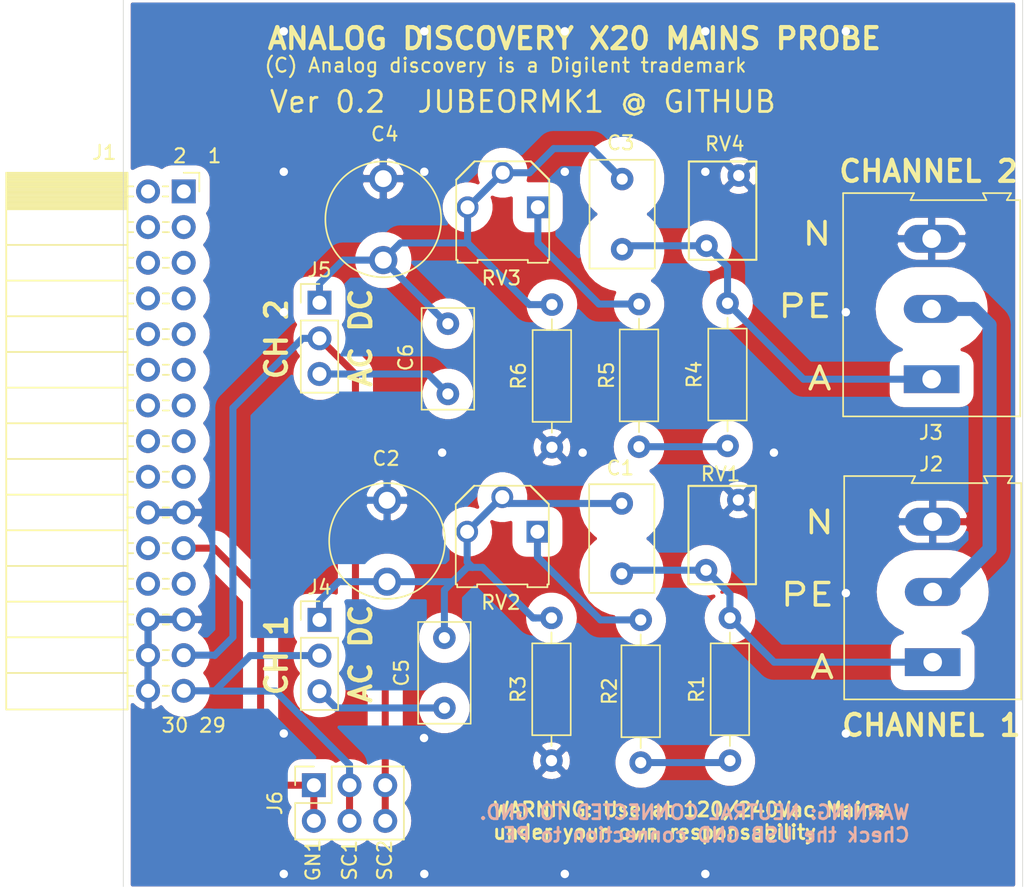
<source format=kicad_pcb>
(kicad_pcb (version 20171130) (host pcbnew "(5.1.2)-1")

  (general
    (thickness 1.6)
    (drawings 25)
    (tracks 118)
    (zones 0)
    (modules 22)
    (nets 15)
  )

  (page A4)
  (title_block
    (date 2019-10-02)
  )

  (layers
    (0 F.Cu signal)
    (31 B.Cu signal)
    (32 B.Adhes user hide)
    (33 F.Adhes user hide)
    (34 B.Paste user hide)
    (35 F.Paste user hide)
    (36 B.SilkS user)
    (37 F.SilkS user)
    (38 B.Mask user hide)
    (39 F.Mask user hide)
    (40 Dwgs.User user hide)
    (41 Cmts.User user hide)
    (42 Eco1.User user hide)
    (43 Eco2.User user hide)
    (44 Edge.Cuts user hide)
    (45 Margin user hide)
    (46 B.CrtYd user hide)
    (47 F.CrtYd user hide)
    (48 B.Fab user hide)
    (49 F.Fab user hide)
  )

  (setup
    (last_trace_width 0.5)
    (user_trace_width 0.25)
    (user_trace_width 0.5)
    (user_trace_width 1)
    (trace_clearance 0.2)
    (zone_clearance 0.508)
    (zone_45_only no)
    (trace_min 0.2)
    (via_size 0.8)
    (via_drill 0.6)
    (via_min_size 0.508)
    (via_min_drill 0.3)
    (uvia_size 0.3048)
    (uvia_drill 0.15)
    (uvias_allowed no)
    (uvia_min_size 0.3048)
    (uvia_min_drill 0.1)
    (edge_width 0.05)
    (segment_width 0.2)
    (pcb_text_width 0.3)
    (pcb_text_size 1.5 1.5)
    (mod_edge_width 0.12)
    (mod_text_size 1 1)
    (mod_text_width 0.15)
    (pad_size 1.6 1.6)
    (pad_drill 0.8)
    (pad_to_mask_clearance 0.051)
    (solder_mask_min_width 0.25)
    (aux_axis_origin 110.5 130)
    (visible_elements 7FFFFFFF)
    (pcbplotparams
      (layerselection 0x010f0_ffffffff)
      (usegerberextensions false)
      (usegerberattributes false)
      (usegerberadvancedattributes false)
      (creategerberjobfile false)
      (excludeedgelayer true)
      (linewidth 0.100000)
      (plotframeref false)
      (viasonmask false)
      (mode 1)
      (useauxorigin true)
      (hpglpennumber 1)
      (hpglpenspeed 20)
      (hpglpendiameter 15.000000)
      (psnegative false)
      (psa4output false)
      (plotreference true)
      (plotvalue true)
      (plotinvisibletext false)
      (padsonsilk false)
      (subtractmaskfromsilk false)
      (outputformat 1)
      (mirror false)
      (drillshape 0)
      (scaleselection 1)
      (outputdirectory "gerber/"))
  )

  (net 0 "")
  (net 1 /VIN_SC1_P)
  (net 2 /VIN_SC2_P)
  (net 3 /VOUT_AWG1)
  (net 4 GND)
  (net 5 "Net-(C1-Pad2)")
  (net 6 "Net-(C3-Pad2)")
  (net 7 "Net-(R1-Pad1)")
  (net 8 "Net-(R4-Pad1)")
  (net 9 "Net-(R2-Pad1)")
  (net 10 "Net-(R5-Pad1)")
  (net 11 "Net-(C1-Pad1)")
  (net 12 "Net-(C5-Pad2)")
  (net 13 "Net-(C3-Pad1)")
  (net 14 "Net-(C6-Pad2)")

  (net_class Default "This is the default net class."
    (clearance 0.2)
    (trace_width 0.25)
    (via_dia 0.8)
    (via_drill 0.6)
    (uvia_dia 0.3048)
    (uvia_drill 0.15)
    (add_net /VIN_SC1_P)
    (add_net /VIN_SC2_P)
    (add_net /VOUT_AWG1)
    (add_net "Net-(C1-Pad1)")
    (add_net "Net-(C3-Pad1)")
    (add_net "Net-(C5-Pad2)")
    (add_net "Net-(C6-Pad2)")
  )

  (net_class "big clearance" ""
    (clearance 1)
    (trace_width 0.5)
    (via_dia 0.8)
    (via_drill 0.6)
    (uvia_dia 0.3048)
    (uvia_drill 0.1)
    (add_net GND)
    (add_net "Net-(C1-Pad2)")
    (add_net "Net-(C3-Pad2)")
    (add_net "Net-(R1-Pad1)")
    (add_net "Net-(R2-Pad1)")
    (add_net "Net-(R4-Pad1)")
    (add_net "Net-(R5-Pad1)")
  )

  (net_class "medium clearance" ""
    (clearance 0.5)
    (trace_width 0.5)
    (via_dia 0.8)
    (via_drill 0.6)
    (uvia_dia 0.3048)
    (uvia_drill 0.1)
  )

  (module my_footprint_library:Potentiometer_Bourns_3306P-1-504 (layer F.Cu) (tedit 5DDB30BD) (tstamp 5D951F7D)
    (at 140 83.65 180)
    (descr "Potentiometer, vertical, Trimmer, RM-065 http://www.runtron.com/down/PDF%20Datasheet/Carbon%20Film%20Potentiometer/RM065%20RM063.pdf")
    (tags "Potentiometer Trimmer RM-065")
    (path /5D992525)
    (fp_text reference RV3 (at 2.6 -2.5) (layer F.SilkS)
      (effects (font (size 1 1) (thickness 0.15)))
    )
    (fp_text value 500k (at 2.6 7.4) (layer F.Fab)
      (effects (font (size 1 1) (thickness 0.15)))
    )
    (fp_line (start -0.7 4.5) (end 0.5 5.7) (layer F.Fab) (width 0.12))
    (fp_line (start 4.5 5.7) (end 5.7 4.5) (layer F.Fab) (width 0.12))
    (fp_line (start 0.5 5.81) (end -0.81 4.5) (layer F.SilkS) (width 0.15))
    (fp_line (start 4.5 5.81) (end 5.81 4.5) (layer F.SilkS) (width 0.15))
    (fp_line (start -0.71 -1.41) (end 0.71 -1.41) (layer F.SilkS) (width 0.12))
    (fp_line (start 0.71 -1.21) (end 4.29 -1.21) (layer F.SilkS) (width 0.12))
    (fp_line (start 4.29 -1.21) (end 4.29 -1.41) (layer F.SilkS) (width 0.12))
    (fp_line (start 4.29 -1.41) (end 5.71 -1.41) (layer F.SilkS) (width 0.12))
    (fp_line (start 5.71 -1.41) (end 5.71 -1.21) (layer F.SilkS) (width 0.12))
    (fp_line (start 3.01 5.81) (end 0.5 5.81) (layer F.SilkS) (width 0.12))
    (fp_line (start -0.81 4.5) (end -0.81 -0.96) (layer F.SilkS) (width 0.12))
    (fp_line (start 5.81 -0.52) (end 5.81 4.5) (layer F.SilkS) (width 0.12))
    (fp_line (start 4.5 5.81) (end 3.01 5.81) (layer F.SilkS) (width 0.12))
    (fp_line (start 0.5 5.7) (end 4.5 5.7) (layer F.Fab) (width 0.1))
    (fp_line (start 5.7 4.5) (end 5.7 -1.1) (layer F.Fab) (width 0.1))
    (fp_line (start -0.7 4.5) (end -0.7 -1.1) (layer F.Fab) (width 0.1))
    (fp_line (start -0.6 -1.1) (end -0.6 -1.3) (layer F.Fab) (width 0.1))
    (fp_line (start -0.6 -1.3) (end 0.6 -1.3) (layer F.Fab) (width 0.1))
    (fp_line (start 0.6 -1.3) (end 0.6 -1.1) (layer F.Fab) (width 0.1))
    (fp_line (start 5.6 -1.1) (end 5.6 -1.3) (layer F.Fab) (width 0.1))
    (fp_line (start 5.6 -1.3) (end 4.41 -1.3) (layer F.Fab) (width 0.1))
    (fp_line (start 4.4 -1.3) (end 4.4 -1.1) (layer F.Fab) (width 0.1))
    (fp_line (start 5.7 -1.1) (end -0.7 -1.1) (layer F.Fab) (width 0.1))
    (fp_line (start 6.05 6.03) (end -1.05 6.03) (layer F.CrtYd) (width 0.05))
    (fp_line (start 6.03 6.05) (end 6.03 -1.55) (layer F.CrtYd) (width 0.05))
    (fp_line (start -1.03 -1.55) (end -1.03 6.05) (layer F.CrtYd) (width 0.05))
    (fp_line (start -1.03 -1.55) (end 6.03 -1.55) (layer F.CrtYd) (width 0.05))
    (fp_circle (center 2.5 2.5) (end 5.5 2.5) (layer F.Fab) (width 0.1))
    (fp_text user %R (at 2.5 2.5) (layer F.Fab)
      (effects (font (size 1 1) (thickness 0.15)))
    )
    (fp_line (start 0.71 -1.21) (end 0.71 -1.41) (layer F.SilkS) (width 0.12))
    (fp_line (start -0.71 -1.41) (end -0.71 -1.21) (layer F.SilkS) (width 0.12))
    (fp_line (start -0.71 -1.21) (end -0.81 -1.21) (layer F.SilkS) (width 0.12))
    (fp_line (start -0.81 -1.21) (end -0.81 -0.96) (layer F.SilkS) (width 0.12))
    (fp_line (start 5.71 -1.21) (end 5.81 -1.21) (layer F.SilkS) (width 0.12))
    (fp_line (start 5.81 -1.21) (end 5.81 -0.52) (layer F.SilkS) (width 0.12))
    (pad 2 thru_hole circle (at 2.5 5 180) (size 1.55 1.55) (drill 1) (layers *.Cu *.Mask)
      (net 13 "Net-(C3-Pad1)"))
    (pad 1 thru_hole rect (at 0 2.54 180) (size 1.55 1.55) (drill 1) (layers *.Cu *.Mask)
      (net 10 "Net-(R5-Pad1)"))
    (pad 3 thru_hole circle (at 5 2.54 180) (size 1.55 1.55) (drill 1) (layers *.Cu *.Mask)
      (net 13 "Net-(C3-Pad1)"))
    (model ${KISYS3DMOD}/Potentiometer_THT.3dshapes/Potentiometer_Runtron_RM-065_Vertical.wrl
      (at (xyz 0 0 0))
      (scale (xyz 1 1 1))
      (rotate (xyz 0 0 0))
    )
  )

  (module my_footprint_library:Potentiometer_Bourns_3306P-1-504 (layer F.Cu) (tedit 5DDB30BD) (tstamp 5DDB3ADC)
    (at 139.97 106.75 180)
    (descr "Potentiometer, vertical, Trimmer, RM-065 http://www.runtron.com/down/PDF%20Datasheet/Carbon%20Film%20Potentiometer/RM065%20RM063.pdf")
    (tags "Potentiometer Trimmer RM-065")
    (path /5D9645AD)
    (fp_text reference RV2 (at 2.6 -2.5) (layer F.SilkS)
      (effects (font (size 1 1) (thickness 0.15)))
    )
    (fp_text value 500k (at 2.6 7.4) (layer F.Fab)
      (effects (font (size 1 1) (thickness 0.15)))
    )
    (fp_line (start -0.7 4.5) (end 0.5 5.7) (layer F.Fab) (width 0.12))
    (fp_line (start 4.5 5.7) (end 5.7 4.5) (layer F.Fab) (width 0.12))
    (fp_line (start 0.5 5.81) (end -0.81 4.5) (layer F.SilkS) (width 0.15))
    (fp_line (start 4.5 5.81) (end 5.81 4.5) (layer F.SilkS) (width 0.15))
    (fp_line (start -0.71 -1.41) (end 0.71 -1.41) (layer F.SilkS) (width 0.12))
    (fp_line (start 0.71 -1.21) (end 4.29 -1.21) (layer F.SilkS) (width 0.12))
    (fp_line (start 4.29 -1.21) (end 4.29 -1.41) (layer F.SilkS) (width 0.12))
    (fp_line (start 4.29 -1.41) (end 5.71 -1.41) (layer F.SilkS) (width 0.12))
    (fp_line (start 5.71 -1.41) (end 5.71 -1.21) (layer F.SilkS) (width 0.12))
    (fp_line (start 3.01 5.81) (end 0.5 5.81) (layer F.SilkS) (width 0.12))
    (fp_line (start -0.81 4.5) (end -0.81 -0.96) (layer F.SilkS) (width 0.12))
    (fp_line (start 5.81 -0.52) (end 5.81 4.5) (layer F.SilkS) (width 0.12))
    (fp_line (start 4.5 5.81) (end 3.01 5.81) (layer F.SilkS) (width 0.12))
    (fp_line (start 0.5 5.7) (end 4.5 5.7) (layer F.Fab) (width 0.1))
    (fp_line (start 5.7 4.5) (end 5.7 -1.1) (layer F.Fab) (width 0.1))
    (fp_line (start -0.7 4.5) (end -0.7 -1.1) (layer F.Fab) (width 0.1))
    (fp_line (start -0.6 -1.1) (end -0.6 -1.3) (layer F.Fab) (width 0.1))
    (fp_line (start -0.6 -1.3) (end 0.6 -1.3) (layer F.Fab) (width 0.1))
    (fp_line (start 0.6 -1.3) (end 0.6 -1.1) (layer F.Fab) (width 0.1))
    (fp_line (start 5.6 -1.1) (end 5.6 -1.3) (layer F.Fab) (width 0.1))
    (fp_line (start 5.6 -1.3) (end 4.41 -1.3) (layer F.Fab) (width 0.1))
    (fp_line (start 4.4 -1.3) (end 4.4 -1.1) (layer F.Fab) (width 0.1))
    (fp_line (start 5.7 -1.1) (end -0.7 -1.1) (layer F.Fab) (width 0.1))
    (fp_line (start 6.05 6.03) (end -1.05 6.03) (layer F.CrtYd) (width 0.05))
    (fp_line (start 6.03 6.05) (end 6.03 -1.55) (layer F.CrtYd) (width 0.05))
    (fp_line (start -1.03 -1.55) (end -1.03 6.05) (layer F.CrtYd) (width 0.05))
    (fp_line (start -1.03 -1.55) (end 6.03 -1.55) (layer F.CrtYd) (width 0.05))
    (fp_circle (center 2.5 2.5) (end 5.5 2.5) (layer F.Fab) (width 0.1))
    (fp_text user %R (at 2.5 2.5) (layer F.Fab)
      (effects (font (size 1 1) (thickness 0.15)))
    )
    (fp_line (start 0.71 -1.21) (end 0.71 -1.41) (layer F.SilkS) (width 0.12))
    (fp_line (start -0.71 -1.41) (end -0.71 -1.21) (layer F.SilkS) (width 0.12))
    (fp_line (start -0.71 -1.21) (end -0.81 -1.21) (layer F.SilkS) (width 0.12))
    (fp_line (start -0.81 -1.21) (end -0.81 -0.96) (layer F.SilkS) (width 0.12))
    (fp_line (start 5.71 -1.21) (end 5.81 -1.21) (layer F.SilkS) (width 0.12))
    (fp_line (start 5.81 -1.21) (end 5.81 -0.52) (layer F.SilkS) (width 0.12))
    (pad 2 thru_hole circle (at 2.5 5 180) (size 1.55 1.55) (drill 1) (layers *.Cu *.Mask)
      (net 11 "Net-(C1-Pad1)"))
    (pad 1 thru_hole rect (at 0 2.54 180) (size 1.55 1.55) (drill 1) (layers *.Cu *.Mask)
      (net 9 "Net-(R2-Pad1)"))
    (pad 3 thru_hole circle (at 5 2.54 180) (size 1.55 1.55) (drill 1) (layers *.Cu *.Mask)
      (net 11 "Net-(C1-Pad1)"))
    (model ${KISYS3DMOD}/Potentiometer_THT.3dshapes/Potentiometer_Runtron_RM-065_Vertical.wrl
      (at (xyz 0 0 0))
      (scale (xyz 1 1 1))
      (rotate (xyz 0 0 0))
    )
  )

  (module Varistor:RV_Disc_D7mm_W4.8mm_P5mm (layer F.Cu) (tedit 5DDB2E5E) (tstamp 5DDB3A8F)
    (at 151.97 106.95 90)
    (descr "Varistor, diameter 7mm, width 4.8mm, pitch 5mm")
    (tags "varistor SIOV")
    (path /5D9635DC)
    (fp_text reference RV1 (at 6.85 1.03 180) (layer F.SilkS)
      (effects (font (size 1 1) (thickness 0.15)))
    )
    (fp_text value "270VAC Breakdown 720V" (at 2.5 -2.25 90) (layer F.Fab)
      (effects (font (size 1 1) (thickness 0.15)))
    )
    (fp_line (start -1 -1.25) (end -1 3.55) (layer F.Fab) (width 0.1))
    (fp_line (start 6 -1.25) (end 6 3.55) (layer F.Fab) (width 0.1))
    (fp_line (start -1 -1.25) (end 6 -1.25) (layer F.Fab) (width 0.1))
    (fp_line (start -1 3.55) (end 6 3.55) (layer F.Fab) (width 0.1))
    (fp_line (start -1 -1.25) (end -1 3.55) (layer F.SilkS) (width 0.15))
    (fp_line (start 6 -1.25) (end 6 3.55) (layer F.SilkS) (width 0.15))
    (fp_line (start -1 -1.25) (end 6 -1.25) (layer F.SilkS) (width 0.15))
    (fp_line (start -1 3.55) (end 6 3.55) (layer F.SilkS) (width 0.15))
    (fp_line (start -1.25 -1.5) (end -1.25 3.8) (layer F.CrtYd) (width 0.05))
    (fp_line (start 6.25 -1.5) (end 6.25 3.8) (layer F.CrtYd) (width 0.05))
    (fp_line (start -1.25 -1.5) (end 6.25 -1.5) (layer F.CrtYd) (width 0.05))
    (fp_line (start -1.25 3.8) (end 6.25 3.8) (layer F.CrtYd) (width 0.05))
    (fp_text user %R (at 2.5 1.15 90) (layer F.Fab)
      (effects (font (size 1 1) (thickness 0.15)))
    )
    (pad 2 thru_hole circle (at 5 2.3 90) (size 1.6 1.6) (drill 0.8) (layers *.Cu *.Mask)
      (net 4 GND))
    (pad 1 thru_hole circle (at 0 0 90) (size 1.6 1.6) (drill 0.8) (layers *.Cu *.Mask)
      (net 5 "Net-(C1-Pad2)"))
    (model ${KISYS3DMOD}/Varistor.3dshapes/RV_Disc_D7mm_W4.8mm_P5mm.wrl
      (at (xyz 0 0 0))
      (scale (xyz 1 1 1))
      (rotate (xyz 0 0 0))
    )
  )

  (module Capacitor_THT:C_Disc_D7.5mm_W4.4mm_P5.00mm (layer F.Cu) (tedit 5D9A9F51) (tstamp 5DDB3A59)
    (at 145.97 102.2 270)
    (descr "C, Disc series, Radial, pin pitch=5.00mm, , diameter*width=7.5*4.4mm^2, Capacitor")
    (tags "C Disc series Radial pin pitch 5.00mm  diameter 7.5mm width 4.4mm Capacitor")
    (path /5D965E2F)
    (fp_text reference C1 (at -2.525 0.1 180) (layer F.SilkS)
      (effects (font (size 1 1) (thickness 0.15)))
    )
    (fp_text value 5p6 (at 2.5 3.45 90) (layer F.Fab)
      (effects (font (size 1 1) (thickness 0.15)))
    )
    (fp_text user %R (at 2.5 0 90) (layer F.Fab)
      (effects (font (size 1 1) (thickness 0.15)))
    )
    (fp_line (start 6.5 -2.45) (end -1.5 -2.45) (layer F.CrtYd) (width 0.05))
    (fp_line (start 6.5 2.45) (end 6.5 -2.45) (layer F.CrtYd) (width 0.05))
    (fp_line (start -1.5 2.45) (end 6.5 2.45) (layer F.CrtYd) (width 0.05))
    (fp_line (start -1.5 -2.45) (end -1.5 2.45) (layer F.CrtYd) (width 0.05))
    (fp_line (start 6.37 -2.321) (end 6.37 2.321) (layer F.SilkS) (width 0.12))
    (fp_line (start -1.37 -2.321) (end -1.37 2.321) (layer F.SilkS) (width 0.12))
    (fp_line (start -1.37 2.321) (end 6.37 2.321) (layer F.SilkS) (width 0.12))
    (fp_line (start -1.37 -2.321) (end 6.37 -2.321) (layer F.SilkS) (width 0.12))
    (fp_line (start 6.25 -2.2) (end -1.25 -2.2) (layer F.Fab) (width 0.1))
    (fp_line (start 6.25 2.2) (end 6.25 -2.2) (layer F.Fab) (width 0.1))
    (fp_line (start -1.25 2.2) (end 6.25 2.2) (layer F.Fab) (width 0.1))
    (fp_line (start -1.25 -2.2) (end -1.25 2.2) (layer F.Fab) (width 0.1))
    (pad 2 thru_hole circle (at 5 0 270) (size 1.6 1.6) (drill 0.8) (layers *.Cu *.Mask)
      (net 5 "Net-(C1-Pad2)") (clearance 2.2))
    (pad 1 thru_hole circle (at 0 0 270) (size 1.6 1.6) (drill 0.8) (layers *.Cu *.Mask)
      (net 11 "Net-(C1-Pad1)") (clearance 2.2))
    (model ${KISYS3DMOD}/Capacitor_THT.3dshapes/C_Disc_D7.5mm_W4.4mm_P5.00mm.wrl
      (at (xyz 0 0 0))
      (scale (xyz 1 1 1))
      (rotate (xyz 0 0 0))
    )
  )

  (module Resistor_THT:R_Axial_DIN0207_L6.3mm_D2.5mm_P10.16mm_Horizontal (layer F.Cu) (tedit 5AE5139B) (tstamp 5D951FD3)
    (at 141 98.2 90)
    (descr "Resistor, Axial_DIN0207 series, Axial, Horizontal, pin pitch=10.16mm, 0.25W = 1/4W, length*diameter=6.3*2.5mm^2, http://cdn-reichelt.de/documents/datenblatt/B400/1_4W%23YAG.pdf")
    (tags "Resistor Axial_DIN0207 series Axial Horizontal pin pitch 10.16mm 0.25W = 1/4W length 6.3mm diameter 2.5mm")
    (path /5D99253D)
    (fp_text reference R6 (at 5.08 -2.37 90) (layer F.SilkS)
      (effects (font (size 1 1) (thickness 0.15)))
    )
    (fp_text value 1M (at 5.08 2.37 90) (layer F.Fab)
      (effects (font (size 1 1) (thickness 0.15)))
    )
    (fp_text user %R (at 5.08 0 90) (layer F.Fab)
      (effects (font (size 1 1) (thickness 0.15)))
    )
    (fp_line (start 11.21 -1.5) (end -1.05 -1.5) (layer F.CrtYd) (width 0.05))
    (fp_line (start 11.21 1.5) (end 11.21 -1.5) (layer F.CrtYd) (width 0.05))
    (fp_line (start -1.05 1.5) (end 11.21 1.5) (layer F.CrtYd) (width 0.05))
    (fp_line (start -1.05 -1.5) (end -1.05 1.5) (layer F.CrtYd) (width 0.05))
    (fp_line (start 9.12 0) (end 8.35 0) (layer F.SilkS) (width 0.12))
    (fp_line (start 1.04 0) (end 1.81 0) (layer F.SilkS) (width 0.12))
    (fp_line (start 8.35 -1.37) (end 1.81 -1.37) (layer F.SilkS) (width 0.12))
    (fp_line (start 8.35 1.37) (end 8.35 -1.37) (layer F.SilkS) (width 0.12))
    (fp_line (start 1.81 1.37) (end 8.35 1.37) (layer F.SilkS) (width 0.12))
    (fp_line (start 1.81 -1.37) (end 1.81 1.37) (layer F.SilkS) (width 0.12))
    (fp_line (start 10.16 0) (end 8.23 0) (layer F.Fab) (width 0.1))
    (fp_line (start 0 0) (end 1.93 0) (layer F.Fab) (width 0.1))
    (fp_line (start 8.23 -1.25) (end 1.93 -1.25) (layer F.Fab) (width 0.1))
    (fp_line (start 8.23 1.25) (end 8.23 -1.25) (layer F.Fab) (width 0.1))
    (fp_line (start 1.93 1.25) (end 8.23 1.25) (layer F.Fab) (width 0.1))
    (fp_line (start 1.93 -1.25) (end 1.93 1.25) (layer F.Fab) (width 0.1))
    (pad 2 thru_hole oval (at 10.16 0 90) (size 1.6 1.6) (drill 0.8) (layers *.Cu *.Mask)
      (net 13 "Net-(C3-Pad1)"))
    (pad 1 thru_hole circle (at 0 0 90) (size 1.6 1.6) (drill 0.8) (layers *.Cu *.Mask)
      (net 4 GND))
    (model ${KISYS3DMOD}/Resistor_THT.3dshapes/R_Axial_DIN0207_L6.3mm_D2.5mm_P10.16mm_Horizontal.wrl
      (at (xyz 0 0 0))
      (scale (xyz 1 1 1))
      (rotate (xyz 0 0 0))
    )
  )

  (module Resistor_THT:R_Axial_DIN0207_L6.3mm_D2.5mm_P10.16mm_Horizontal (layer F.Cu) (tedit 5AE5139B) (tstamp 5D952003)
    (at 147.2 88 270)
    (descr "Resistor, Axial_DIN0207 series, Axial, Horizontal, pin pitch=10.16mm, 0.25W = 1/4W, length*diameter=6.3*2.5mm^2, http://cdn-reichelt.de/documents/datenblatt/B400/1_4W%23YAG.pdf")
    (tags "Resistor Axial_DIN0207 series Axial Horizontal pin pitch 10.16mm 0.25W = 1/4W length 6.3mm diameter 2.5mm")
    (path /5D99252B)
    (fp_text reference R5 (at 5.08 2.3 90) (layer F.SilkS)
      (effects (font (size 1 1) (thickness 0.15)))
    )
    (fp_text value 220k (at 5.08 2.37 90) (layer F.Fab)
      (effects (font (size 1 1) (thickness 0.15)))
    )
    (fp_text user %R (at 5.08 0 90) (layer F.Fab)
      (effects (font (size 1 1) (thickness 0.15)))
    )
    (fp_line (start 11.21 -1.5) (end -1.05 -1.5) (layer F.CrtYd) (width 0.05))
    (fp_line (start 11.21 1.5) (end 11.21 -1.5) (layer F.CrtYd) (width 0.05))
    (fp_line (start -1.05 1.5) (end 11.21 1.5) (layer F.CrtYd) (width 0.05))
    (fp_line (start -1.05 -1.5) (end -1.05 1.5) (layer F.CrtYd) (width 0.05))
    (fp_line (start 9.12 0) (end 8.35 0) (layer F.SilkS) (width 0.12))
    (fp_line (start 1.04 0) (end 1.81 0) (layer F.SilkS) (width 0.12))
    (fp_line (start 8.35 -1.37) (end 1.81 -1.37) (layer F.SilkS) (width 0.12))
    (fp_line (start 8.35 1.37) (end 8.35 -1.37) (layer F.SilkS) (width 0.12))
    (fp_line (start 1.81 1.37) (end 8.35 1.37) (layer F.SilkS) (width 0.12))
    (fp_line (start 1.81 -1.37) (end 1.81 1.37) (layer F.SilkS) (width 0.12))
    (fp_line (start 10.16 0) (end 8.23 0) (layer F.Fab) (width 0.1))
    (fp_line (start 0 0) (end 1.93 0) (layer F.Fab) (width 0.1))
    (fp_line (start 8.23 -1.25) (end 1.93 -1.25) (layer F.Fab) (width 0.1))
    (fp_line (start 8.23 1.25) (end 8.23 -1.25) (layer F.Fab) (width 0.1))
    (fp_line (start 1.93 1.25) (end 8.23 1.25) (layer F.Fab) (width 0.1))
    (fp_line (start 1.93 -1.25) (end 1.93 1.25) (layer F.Fab) (width 0.1))
    (pad 2 thru_hole oval (at 10.16 0 270) (size 1.6 1.6) (drill 0.8) (layers *.Cu *.Mask)
      (net 8 "Net-(R4-Pad1)"))
    (pad 1 thru_hole circle (at 0 0 270) (size 1.6 1.6) (drill 0.8) (layers *.Cu *.Mask)
      (net 10 "Net-(R5-Pad1)"))
    (model ${KISYS3DMOD}/Resistor_THT.3dshapes/R_Axial_DIN0207_L6.3mm_D2.5mm_P10.16mm_Horizontal.wrl
      (at (xyz 0 0 0))
      (scale (xyz 1 1 1))
      (rotate (xyz 0 0 0))
    )
  )

  (module Resistor_THT:R_Axial_DIN0207_L6.3mm_D2.5mm_P10.16mm_Horizontal (layer F.Cu) (tedit 5AE5139B) (tstamp 5D9520E1)
    (at 153.5 98.1 90)
    (descr "Resistor, Axial_DIN0207 series, Axial, Horizontal, pin pitch=10.16mm, 0.25W = 1/4W, length*diameter=6.3*2.5mm^2, http://cdn-reichelt.de/documents/datenblatt/B400/1_4W%23YAG.pdf")
    (tags "Resistor Axial_DIN0207 series Axial Horizontal pin pitch 10.16mm 0.25W = 1/4W length 6.3mm diameter 2.5mm")
    (path /5D99251F)
    (fp_text reference R4 (at 5.08 -2.37 90) (layer F.SilkS)
      (effects (font (size 1 1) (thickness 0.15)))
    )
    (fp_text value 9M1 (at 5.08 2.37 90) (layer F.Fab)
      (effects (font (size 1 1) (thickness 0.15)))
    )
    (fp_text user %R (at 5.08 0 90) (layer F.Fab)
      (effects (font (size 1 1) (thickness 0.15)))
    )
    (fp_line (start 11.21 -1.5) (end -1.05 -1.5) (layer F.CrtYd) (width 0.05))
    (fp_line (start 11.21 1.5) (end 11.21 -1.5) (layer F.CrtYd) (width 0.05))
    (fp_line (start -1.05 1.5) (end 11.21 1.5) (layer F.CrtYd) (width 0.05))
    (fp_line (start -1.05 -1.5) (end -1.05 1.5) (layer F.CrtYd) (width 0.05))
    (fp_line (start 9.12 0) (end 8.35 0) (layer F.SilkS) (width 0.12))
    (fp_line (start 1.04 0) (end 1.81 0) (layer F.SilkS) (width 0.12))
    (fp_line (start 8.35 -1.37) (end 1.81 -1.37) (layer F.SilkS) (width 0.12))
    (fp_line (start 8.35 1.37) (end 8.35 -1.37) (layer F.SilkS) (width 0.12))
    (fp_line (start 1.81 1.37) (end 8.35 1.37) (layer F.SilkS) (width 0.12))
    (fp_line (start 1.81 -1.37) (end 1.81 1.37) (layer F.SilkS) (width 0.12))
    (fp_line (start 10.16 0) (end 8.23 0) (layer F.Fab) (width 0.1))
    (fp_line (start 0 0) (end 1.93 0) (layer F.Fab) (width 0.1))
    (fp_line (start 8.23 -1.25) (end 1.93 -1.25) (layer F.Fab) (width 0.1))
    (fp_line (start 8.23 1.25) (end 8.23 -1.25) (layer F.Fab) (width 0.1))
    (fp_line (start 1.93 1.25) (end 8.23 1.25) (layer F.Fab) (width 0.1))
    (fp_line (start 1.93 -1.25) (end 1.93 1.25) (layer F.Fab) (width 0.1))
    (pad 2 thru_hole oval (at 10.16 0 90) (size 1.6 1.6) (drill 0.8) (layers *.Cu *.Mask)
      (net 6 "Net-(C3-Pad2)"))
    (pad 1 thru_hole circle (at 0 0 90) (size 1.6 1.6) (drill 0.8) (layers *.Cu *.Mask)
      (net 8 "Net-(R4-Pad1)"))
    (model ${KISYS3DMOD}/Resistor_THT.3dshapes/R_Axial_DIN0207_L6.3mm_D2.5mm_P10.16mm_Horizontal.wrl
      (at (xyz 0 0 0))
      (scale (xyz 1 1 1))
      (rotate (xyz 0 0 0))
    )
  )

  (module Resistor_THT:R_Axial_DIN0207_L6.3mm_D2.5mm_P10.16mm_Horizontal (layer F.Cu) (tedit 5AE5139B) (tstamp 5DDB3997)
    (at 140.97 120.51 90)
    (descr "Resistor, Axial_DIN0207 series, Axial, Horizontal, pin pitch=10.16mm, 0.25W = 1/4W, length*diameter=6.3*2.5mm^2, http://cdn-reichelt.de/documents/datenblatt/B400/1_4W%23YAG.pdf")
    (tags "Resistor Axial_DIN0207 series Axial Horizontal pin pitch 10.16mm 0.25W = 1/4W length 6.3mm diameter 2.5mm")
    (path /5D967E88)
    (fp_text reference R3 (at 5.08 -2.37 90) (layer F.SilkS)
      (effects (font (size 1 1) (thickness 0.15)))
    )
    (fp_text value 1M (at 5.08 2.37 90) (layer F.Fab)
      (effects (font (size 1 1) (thickness 0.15)))
    )
    (fp_text user %R (at 5.08 0 90) (layer F.Fab)
      (effects (font (size 1 1) (thickness 0.15)))
    )
    (fp_line (start 11.21 -1.5) (end -1.05 -1.5) (layer F.CrtYd) (width 0.05))
    (fp_line (start 11.21 1.5) (end 11.21 -1.5) (layer F.CrtYd) (width 0.05))
    (fp_line (start -1.05 1.5) (end 11.21 1.5) (layer F.CrtYd) (width 0.05))
    (fp_line (start -1.05 -1.5) (end -1.05 1.5) (layer F.CrtYd) (width 0.05))
    (fp_line (start 9.12 0) (end 8.35 0) (layer F.SilkS) (width 0.12))
    (fp_line (start 1.04 0) (end 1.81 0) (layer F.SilkS) (width 0.12))
    (fp_line (start 8.35 -1.37) (end 1.81 -1.37) (layer F.SilkS) (width 0.12))
    (fp_line (start 8.35 1.37) (end 8.35 -1.37) (layer F.SilkS) (width 0.12))
    (fp_line (start 1.81 1.37) (end 8.35 1.37) (layer F.SilkS) (width 0.12))
    (fp_line (start 1.81 -1.37) (end 1.81 1.37) (layer F.SilkS) (width 0.12))
    (fp_line (start 10.16 0) (end 8.23 0) (layer F.Fab) (width 0.1))
    (fp_line (start 0 0) (end 1.93 0) (layer F.Fab) (width 0.1))
    (fp_line (start 8.23 -1.25) (end 1.93 -1.25) (layer F.Fab) (width 0.1))
    (fp_line (start 8.23 1.25) (end 8.23 -1.25) (layer F.Fab) (width 0.1))
    (fp_line (start 1.93 1.25) (end 8.23 1.25) (layer F.Fab) (width 0.1))
    (fp_line (start 1.93 -1.25) (end 1.93 1.25) (layer F.Fab) (width 0.1))
    (pad 2 thru_hole oval (at 10.16 0 90) (size 1.6 1.6) (drill 0.8) (layers *.Cu *.Mask)
      (net 11 "Net-(C1-Pad1)"))
    (pad 1 thru_hole circle (at 0 0 90) (size 1.6 1.6) (drill 0.8) (layers *.Cu *.Mask)
      (net 4 GND))
    (model ${KISYS3DMOD}/Resistor_THT.3dshapes/R_Axial_DIN0207_L6.3mm_D2.5mm_P10.16mm_Horizontal.wrl
      (at (xyz 0 0 0))
      (scale (xyz 1 1 1))
      (rotate (xyz 0 0 0))
    )
  )

  (module Resistor_THT:R_Axial_DIN0207_L6.3mm_D2.5mm_P10.16mm_Horizontal (layer F.Cu) (tedit 5AE5139B) (tstamp 5DDB39D9)
    (at 147.32 110.49 270)
    (descr "Resistor, Axial_DIN0207 series, Axial, Horizontal, pin pitch=10.16mm, 0.25W = 1/4W, length*diameter=6.3*2.5mm^2, http://cdn-reichelt.de/documents/datenblatt/B400/1_4W%23YAG.pdf")
    (tags "Resistor Axial_DIN0207 series Axial Horizontal pin pitch 10.16mm 0.25W = 1/4W length 6.3mm diameter 2.5mm")
    (path /5D965A1C)
    (fp_text reference R2 (at 5.08 2.22 90) (layer F.SilkS)
      (effects (font (size 1 1) (thickness 0.15)))
    )
    (fp_text value 220k (at 5.08 2.37 90) (layer F.Fab)
      (effects (font (size 1 1) (thickness 0.15)))
    )
    (fp_text user %R (at 5.08 0 90) (layer F.Fab)
      (effects (font (size 1 1) (thickness 0.15)))
    )
    (fp_line (start 11.21 -1.5) (end -1.05 -1.5) (layer F.CrtYd) (width 0.05))
    (fp_line (start 11.21 1.5) (end 11.21 -1.5) (layer F.CrtYd) (width 0.05))
    (fp_line (start -1.05 1.5) (end 11.21 1.5) (layer F.CrtYd) (width 0.05))
    (fp_line (start -1.05 -1.5) (end -1.05 1.5) (layer F.CrtYd) (width 0.05))
    (fp_line (start 9.12 0) (end 8.35 0) (layer F.SilkS) (width 0.12))
    (fp_line (start 1.04 0) (end 1.81 0) (layer F.SilkS) (width 0.12))
    (fp_line (start 8.35 -1.37) (end 1.81 -1.37) (layer F.SilkS) (width 0.12))
    (fp_line (start 8.35 1.37) (end 8.35 -1.37) (layer F.SilkS) (width 0.12))
    (fp_line (start 1.81 1.37) (end 8.35 1.37) (layer F.SilkS) (width 0.12))
    (fp_line (start 1.81 -1.37) (end 1.81 1.37) (layer F.SilkS) (width 0.12))
    (fp_line (start 10.16 0) (end 8.23 0) (layer F.Fab) (width 0.1))
    (fp_line (start 0 0) (end 1.93 0) (layer F.Fab) (width 0.1))
    (fp_line (start 8.23 -1.25) (end 1.93 -1.25) (layer F.Fab) (width 0.1))
    (fp_line (start 8.23 1.25) (end 8.23 -1.25) (layer F.Fab) (width 0.1))
    (fp_line (start 1.93 1.25) (end 8.23 1.25) (layer F.Fab) (width 0.1))
    (fp_line (start 1.93 -1.25) (end 1.93 1.25) (layer F.Fab) (width 0.1))
    (pad 2 thru_hole oval (at 10.16 0 270) (size 1.6 1.6) (drill 0.8) (layers *.Cu *.Mask)
      (net 7 "Net-(R1-Pad1)"))
    (pad 1 thru_hole circle (at 0 0 270) (size 1.6 1.6) (drill 0.8) (layers *.Cu *.Mask)
      (net 9 "Net-(R2-Pad1)"))
    (model ${KISYS3DMOD}/Resistor_THT.3dshapes/R_Axial_DIN0207_L6.3mm_D2.5mm_P10.16mm_Horizontal.wrl
      (at (xyz 0 0 0))
      (scale (xyz 1 1 1))
      (rotate (xyz 0 0 0))
    )
  )

  (module Resistor_THT:R_Axial_DIN0207_L6.3mm_D2.5mm_P10.16mm_Horizontal (layer F.Cu) (tedit 5AE5139B) (tstamp 5DDB3A1B)
    (at 153.67 120.51 90)
    (descr "Resistor, Axial_DIN0207 series, Axial, Horizontal, pin pitch=10.16mm, 0.25W = 1/4W, length*diameter=6.3*2.5mm^2, http://cdn-reichelt.de/documents/datenblatt/B400/1_4W%23YAG.pdf")
    (tags "Resistor Axial_DIN0207 series Axial Horizontal pin pitch 10.16mm 0.25W = 1/4W length 6.3mm diameter 2.5mm")
    (path /5D963C5C)
    (fp_text reference R1 (at 5.08 -2.37 90) (layer F.SilkS)
      (effects (font (size 1 1) (thickness 0.15)))
    )
    (fp_text value 9M1 (at 5.08 2.37 90) (layer F.Fab)
      (effects (font (size 1 1) (thickness 0.15)))
    )
    (fp_text user %R (at 5.08 0 90) (layer F.Fab)
      (effects (font (size 1 1) (thickness 0.15)))
    )
    (fp_line (start 11.21 -1.5) (end -1.05 -1.5) (layer F.CrtYd) (width 0.05))
    (fp_line (start 11.21 1.5) (end 11.21 -1.5) (layer F.CrtYd) (width 0.05))
    (fp_line (start -1.05 1.5) (end 11.21 1.5) (layer F.CrtYd) (width 0.05))
    (fp_line (start -1.05 -1.5) (end -1.05 1.5) (layer F.CrtYd) (width 0.05))
    (fp_line (start 9.12 0) (end 8.35 0) (layer F.SilkS) (width 0.12))
    (fp_line (start 1.04 0) (end 1.81 0) (layer F.SilkS) (width 0.12))
    (fp_line (start 8.35 -1.37) (end 1.81 -1.37) (layer F.SilkS) (width 0.12))
    (fp_line (start 8.35 1.37) (end 8.35 -1.37) (layer F.SilkS) (width 0.12))
    (fp_line (start 1.81 1.37) (end 8.35 1.37) (layer F.SilkS) (width 0.12))
    (fp_line (start 1.81 -1.37) (end 1.81 1.37) (layer F.SilkS) (width 0.12))
    (fp_line (start 10.16 0) (end 8.23 0) (layer F.Fab) (width 0.1))
    (fp_line (start 0 0) (end 1.93 0) (layer F.Fab) (width 0.1))
    (fp_line (start 8.23 -1.25) (end 1.93 -1.25) (layer F.Fab) (width 0.1))
    (fp_line (start 8.23 1.25) (end 8.23 -1.25) (layer F.Fab) (width 0.1))
    (fp_line (start 1.93 1.25) (end 8.23 1.25) (layer F.Fab) (width 0.1))
    (fp_line (start 1.93 -1.25) (end 1.93 1.25) (layer F.Fab) (width 0.1))
    (pad 2 thru_hole oval (at 10.16 0 90) (size 1.6 1.6) (drill 0.8) (layers *.Cu *.Mask)
      (net 5 "Net-(C1-Pad2)"))
    (pad 1 thru_hole circle (at 0 0 90) (size 1.6 1.6) (drill 0.8) (layers *.Cu *.Mask)
      (net 7 "Net-(R1-Pad1)"))
    (model ${KISYS3DMOD}/Resistor_THT.3dshapes/R_Axial_DIN0207_L6.3mm_D2.5mm_P10.16mm_Horizontal.wrl
      (at (xyz 0 0 0))
      (scale (xyz 1 1 1))
      (rotate (xyz 0 0 0))
    )
  )

  (module Connector_PinSocket_2.54mm:PinSocket_2x03_P2.54mm_Vertical (layer F.Cu) (tedit 5A19A425) (tstamp 5D9BE490)
    (at 124.06 122.26 90)
    (descr "Through hole straight socket strip, 2x03, 2.54mm pitch, double cols (from Kicad 4.0.7), script generated")
    (tags "Through hole socket strip THT 2x03 2.54mm double row")
    (path /5D9CD02E)
    (fp_text reference J6 (at -1.27 -2.77 90) (layer F.SilkS)
      (effects (font (size 1 1) (thickness 0.15)))
    )
    (fp_text value Conn_02x03_Counter_Clockwise (at -1.27 7.85 90) (layer F.Fab)
      (effects (font (size 1 1) (thickness 0.15)))
    )
    (fp_text user %R (at -1.27 2.54) (layer F.Fab)
      (effects (font (size 1 1) (thickness 0.15)))
    )
    (fp_line (start -4.34 6.85) (end -4.34 -1.8) (layer F.CrtYd) (width 0.05))
    (fp_line (start 1.76 6.85) (end -4.34 6.85) (layer F.CrtYd) (width 0.05))
    (fp_line (start 1.76 -1.8) (end 1.76 6.85) (layer F.CrtYd) (width 0.05))
    (fp_line (start -4.34 -1.8) (end 1.76 -1.8) (layer F.CrtYd) (width 0.05))
    (fp_line (start 0 -1.33) (end 1.33 -1.33) (layer F.SilkS) (width 0.12))
    (fp_line (start 1.33 -1.33) (end 1.33 0) (layer F.SilkS) (width 0.12))
    (fp_line (start -1.27 -1.33) (end -1.27 1.27) (layer F.SilkS) (width 0.12))
    (fp_line (start -1.27 1.27) (end 1.33 1.27) (layer F.SilkS) (width 0.12))
    (fp_line (start 1.33 1.27) (end 1.33 6.41) (layer F.SilkS) (width 0.12))
    (fp_line (start -3.87 6.41) (end 1.33 6.41) (layer F.SilkS) (width 0.12))
    (fp_line (start -3.87 -1.33) (end -3.87 6.41) (layer F.SilkS) (width 0.12))
    (fp_line (start -3.87 -1.33) (end -1.27 -1.33) (layer F.SilkS) (width 0.12))
    (fp_line (start -3.81 6.35) (end -3.81 -1.27) (layer F.Fab) (width 0.1))
    (fp_line (start 1.27 6.35) (end -3.81 6.35) (layer F.Fab) (width 0.1))
    (fp_line (start 1.27 -0.27) (end 1.27 6.35) (layer F.Fab) (width 0.1))
    (fp_line (start 0.27 -1.27) (end 1.27 -0.27) (layer F.Fab) (width 0.1))
    (fp_line (start -3.81 -1.27) (end 0.27 -1.27) (layer F.Fab) (width 0.1))
    (pad 6 thru_hole oval (at -2.54 5.08 90) (size 1.7 1.7) (drill 1) (layers *.Cu *.Mask)
      (net 2 /VIN_SC2_P))
    (pad 5 thru_hole oval (at 0 5.08 90) (size 1.7 1.7) (drill 1) (layers *.Cu *.Mask)
      (net 2 /VIN_SC2_P))
    (pad 4 thru_hole oval (at -2.54 2.54 90) (size 1.7 1.7) (drill 1) (layers *.Cu *.Mask)
      (net 1 /VIN_SC1_P))
    (pad 3 thru_hole oval (at 0 2.54 90) (size 1.7 1.7) (drill 1) (layers *.Cu *.Mask)
      (net 1 /VIN_SC1_P))
    (pad 2 thru_hole oval (at -2.54 0 90) (size 1.7 1.7) (drill 1) (layers *.Cu *.Mask)
      (net 3 /VOUT_AWG1))
    (pad 1 thru_hole rect (at 0 0 90) (size 1.7 1.7) (drill 1) (layers *.Cu *.Mask)
      (net 3 /VOUT_AWG1))
    (model ${KISYS3DMOD}/Connector_PinSocket_2.54mm.3dshapes/PinSocket_2x03_P2.54mm_Vertical.wrl
      (at (xyz 0 0 0))
      (scale (xyz 1 1 1))
      (rotate (xyz 0 0 0))
    )
  )

  (module Connector_PinHeader_2.54mm:PinHeader_1x03_P2.54mm_Vertical (layer F.Cu) (tedit 59FED5CC) (tstamp 5D9BF21E)
    (at 124.46 87.9)
    (descr "Through hole straight pin header, 1x03, 2.54mm pitch, single row")
    (tags "Through hole pin header THT 1x03 2.54mm single row")
    (path /5D9FCC5E)
    (fp_text reference J5 (at 0 -2.33) (layer F.SilkS)
      (effects (font (size 1 1) (thickness 0.15)))
    )
    (fp_text value Conn_01x03_Male (at 0 7.41) (layer F.Fab)
      (effects (font (size 1 1) (thickness 0.15)))
    )
    (fp_text user %R (at 0 2.54 90) (layer F.Fab)
      (effects (font (size 1 1) (thickness 0.15)))
    )
    (fp_line (start 1.8 -1.8) (end -1.8 -1.8) (layer F.CrtYd) (width 0.05))
    (fp_line (start 1.8 6.85) (end 1.8 -1.8) (layer F.CrtYd) (width 0.05))
    (fp_line (start -1.8 6.85) (end 1.8 6.85) (layer F.CrtYd) (width 0.05))
    (fp_line (start -1.8 -1.8) (end -1.8 6.85) (layer F.CrtYd) (width 0.05))
    (fp_line (start -1.33 -1.33) (end 0 -1.33) (layer F.SilkS) (width 0.12))
    (fp_line (start -1.33 0) (end -1.33 -1.33) (layer F.SilkS) (width 0.12))
    (fp_line (start -1.33 1.27) (end 1.33 1.27) (layer F.SilkS) (width 0.12))
    (fp_line (start 1.33 1.27) (end 1.33 6.41) (layer F.SilkS) (width 0.12))
    (fp_line (start -1.33 1.27) (end -1.33 6.41) (layer F.SilkS) (width 0.12))
    (fp_line (start -1.33 6.41) (end 1.33 6.41) (layer F.SilkS) (width 0.12))
    (fp_line (start -1.27 -0.635) (end -0.635 -1.27) (layer F.Fab) (width 0.1))
    (fp_line (start -1.27 6.35) (end -1.27 -0.635) (layer F.Fab) (width 0.1))
    (fp_line (start 1.27 6.35) (end -1.27 6.35) (layer F.Fab) (width 0.1))
    (fp_line (start 1.27 -1.27) (end 1.27 6.35) (layer F.Fab) (width 0.1))
    (fp_line (start -0.635 -1.27) (end 1.27 -1.27) (layer F.Fab) (width 0.1))
    (pad 3 thru_hole oval (at 0 5.08) (size 1.7 1.7) (drill 1) (layers *.Cu *.Mask)
      (net 14 "Net-(C6-Pad2)"))
    (pad 2 thru_hole oval (at 0 2.54) (size 1.7 1.7) (drill 1) (layers *.Cu *.Mask)
      (net 2 /VIN_SC2_P))
    (pad 1 thru_hole rect (at 0 0) (size 1.7 1.7) (drill 1) (layers *.Cu *.Mask)
      (net 13 "Net-(C3-Pad1)"))
    (model ${KISYS3DMOD}/Connector_PinHeader_2.54mm.3dshapes/PinHeader_1x03_P2.54mm_Vertical.wrl
      (at (xyz 0 0 0))
      (scale (xyz 1 1 1))
      (rotate (xyz 0 0 0))
    )
  )

  (module Capacitor_THT:C_Rect_L7.0mm_W3.5mm_P5.00mm (layer F.Cu) (tedit 5AE50EF0) (tstamp 5D9BEE59)
    (at 133.6 89.4 270)
    (descr "C, Rect series, Radial, pin pitch=5.00mm, , length*width=7*3.5mm^2, Capacitor")
    (tags "C Rect series Radial pin pitch 5.00mm  length 7mm width 3.5mm Capacitor")
    (path /5D9FCC58)
    (fp_text reference C6 (at 2.4 3 90) (layer F.SilkS)
      (effects (font (size 1 1) (thickness 0.15)))
    )
    (fp_text value 0.1uF (at 2.3 -2.8 90) (layer F.Fab)
      (effects (font (size 1 1) (thickness 0.15)))
    )
    (fp_text user %R (at 2.5 0 90) (layer F.Fab)
      (effects (font (size 1 1) (thickness 0.15)))
    )
    (fp_line (start 6.25 -2) (end -1.25 -2) (layer F.CrtYd) (width 0.05))
    (fp_line (start 6.25 2) (end 6.25 -2) (layer F.CrtYd) (width 0.05))
    (fp_line (start -1.25 2) (end 6.25 2) (layer F.CrtYd) (width 0.05))
    (fp_line (start -1.25 -2) (end -1.25 2) (layer F.CrtYd) (width 0.05))
    (fp_line (start 6.12 -1.87) (end 6.12 1.87) (layer F.SilkS) (width 0.12))
    (fp_line (start -1.12 -1.87) (end -1.12 1.87) (layer F.SilkS) (width 0.12))
    (fp_line (start -1.12 1.87) (end 6.12 1.87) (layer F.SilkS) (width 0.12))
    (fp_line (start -1.12 -1.87) (end 6.12 -1.87) (layer F.SilkS) (width 0.12))
    (fp_line (start 6 -1.75) (end -1 -1.75) (layer F.Fab) (width 0.1))
    (fp_line (start 6 1.75) (end 6 -1.75) (layer F.Fab) (width 0.1))
    (fp_line (start -1 1.75) (end 6 1.75) (layer F.Fab) (width 0.1))
    (fp_line (start -1 -1.75) (end -1 1.75) (layer F.Fab) (width 0.1))
    (pad 2 thru_hole circle (at 5 0 270) (size 1.6 1.6) (drill 0.8) (layers *.Cu *.Mask)
      (net 14 "Net-(C6-Pad2)"))
    (pad 1 thru_hole circle (at 0 0 270) (size 1.6 1.6) (drill 0.8) (layers *.Cu *.Mask)
      (net 13 "Net-(C3-Pad1)"))
    (model ${KISYS3DMOD}/Capacitor_THT.3dshapes/C_Rect_L7.0mm_W3.5mm_P5.00mm.wrl
      (at (xyz 0 0 0))
      (scale (xyz 1 1 1))
      (rotate (xyz 0 0 0))
    )
  )

  (module Connector_PinHeader_2.54mm:PinHeader_1x03_P2.54mm_Vertical locked (layer F.Cu) (tedit 59FED5CC) (tstamp 5D9BCA9C)
    (at 124.46 110.49)
    (descr "Through hole straight pin header, 1x03, 2.54mm pitch, single row")
    (tags "Through hole pin header THT 1x03 2.54mm single row")
    (path /5D9D21FD)
    (fp_text reference J4 (at 0 -2.33) (layer F.SilkS)
      (effects (font (size 1 1) (thickness 0.15)))
    )
    (fp_text value Conn_01x03_Male (at 0 7.41) (layer F.Fab)
      (effects (font (size 1 1) (thickness 0.15)))
    )
    (fp_text user %R (at 0 2.54 90) (layer F.Fab)
      (effects (font (size 1 1) (thickness 0.15)))
    )
    (fp_line (start 1.8 -1.8) (end -1.8 -1.8) (layer F.CrtYd) (width 0.05))
    (fp_line (start 1.8 6.85) (end 1.8 -1.8) (layer F.CrtYd) (width 0.05))
    (fp_line (start -1.8 6.85) (end 1.8 6.85) (layer F.CrtYd) (width 0.05))
    (fp_line (start -1.8 -1.8) (end -1.8 6.85) (layer F.CrtYd) (width 0.05))
    (fp_line (start -1.33 -1.33) (end 0 -1.33) (layer F.SilkS) (width 0.12))
    (fp_line (start -1.33 0) (end -1.33 -1.33) (layer F.SilkS) (width 0.12))
    (fp_line (start -1.33 1.27) (end 1.33 1.27) (layer F.SilkS) (width 0.12))
    (fp_line (start 1.33 1.27) (end 1.33 6.41) (layer F.SilkS) (width 0.12))
    (fp_line (start -1.33 1.27) (end -1.33 6.41) (layer F.SilkS) (width 0.12))
    (fp_line (start -1.33 6.41) (end 1.33 6.41) (layer F.SilkS) (width 0.12))
    (fp_line (start -1.27 -0.635) (end -0.635 -1.27) (layer F.Fab) (width 0.1))
    (fp_line (start -1.27 6.35) (end -1.27 -0.635) (layer F.Fab) (width 0.1))
    (fp_line (start 1.27 6.35) (end -1.27 6.35) (layer F.Fab) (width 0.1))
    (fp_line (start 1.27 -1.27) (end 1.27 6.35) (layer F.Fab) (width 0.1))
    (fp_line (start -0.635 -1.27) (end 1.27 -1.27) (layer F.Fab) (width 0.1))
    (pad 3 thru_hole oval (at 0 5.08) (size 1.7 1.7) (drill 1) (layers *.Cu *.Mask)
      (net 12 "Net-(C5-Pad2)"))
    (pad 2 thru_hole oval (at 0 2.54) (size 1.7 1.7) (drill 1) (layers *.Cu *.Mask)
      (net 1 /VIN_SC1_P))
    (pad 1 thru_hole rect (at 0 0) (size 1.7 1.7) (drill 1) (layers *.Cu *.Mask)
      (net 11 "Net-(C1-Pad1)"))
    (model ${KISYS3DMOD}/Connector_PinHeader_2.54mm.3dshapes/PinHeader_1x03_P2.54mm_Vertical.wrl
      (at (xyz 0 0 0))
      (scale (xyz 1 1 1))
      (rotate (xyz 0 0 0))
    )
  )

  (module Capacitor_THT:C_Rect_L7.0mm_W3.5mm_P5.00mm (layer F.Cu) (tedit 5AE50EF0) (tstamp 5DDB3B58)
    (at 133.35 111.76 270)
    (descr "C, Rect series, Radial, pin pitch=5.00mm, , length*width=7*3.5mm^2, Capacitor")
    (tags "C Rect series Radial pin pitch 5.00mm  length 7mm width 3.5mm Capacitor")
    (path /5D9CC7F5)
    (fp_text reference C5 (at 2.5 3.05 90) (layer F.SilkS)
      (effects (font (size 1 1) (thickness 0.15)))
    )
    (fp_text value 0.1uF (at 2.54 -2.85 90) (layer F.Fab)
      (effects (font (size 1 1) (thickness 0.15)))
    )
    (fp_text user %R (at 2.5 0 90) (layer F.Fab)
      (effects (font (size 1 1) (thickness 0.15)))
    )
    (fp_line (start 6.25 -2) (end -1.25 -2) (layer F.CrtYd) (width 0.05))
    (fp_line (start 6.25 2) (end 6.25 -2) (layer F.CrtYd) (width 0.05))
    (fp_line (start -1.25 2) (end 6.25 2) (layer F.CrtYd) (width 0.05))
    (fp_line (start -1.25 -2) (end -1.25 2) (layer F.CrtYd) (width 0.05))
    (fp_line (start 6.12 -1.87) (end 6.12 1.87) (layer F.SilkS) (width 0.12))
    (fp_line (start -1.12 -1.87) (end -1.12 1.87) (layer F.SilkS) (width 0.12))
    (fp_line (start -1.12 1.87) (end 6.12 1.87) (layer F.SilkS) (width 0.12))
    (fp_line (start -1.12 -1.87) (end 6.12 -1.87) (layer F.SilkS) (width 0.12))
    (fp_line (start 6 -1.75) (end -1 -1.75) (layer F.Fab) (width 0.1))
    (fp_line (start 6 1.75) (end 6 -1.75) (layer F.Fab) (width 0.1))
    (fp_line (start -1 1.75) (end 6 1.75) (layer F.Fab) (width 0.1))
    (fp_line (start -1 -1.75) (end -1 1.75) (layer F.Fab) (width 0.1))
    (pad 2 thru_hole circle (at 5 0 270) (size 1.6 1.6) (drill 0.8) (layers *.Cu *.Mask)
      (net 12 "Net-(C5-Pad2)"))
    (pad 1 thru_hole circle (at 0 0 270) (size 1.6 1.6) (drill 0.8) (layers *.Cu *.Mask)
      (net 11 "Net-(C1-Pad1)"))
    (model ${KISYS3DMOD}/Capacitor_THT.3dshapes/C_Rect_L7.0mm_W3.5mm_P5.00mm.wrl
      (at (xyz 0 0 0))
      (scale (xyz 1 1 1))
      (rotate (xyz 0 0 0))
    )
  )

  (module my_footprint_library:C_trimmer_Axial_6.7mm (layer F.Cu) (tedit 0) (tstamp 5D95204B)
    (at 129 81.97 180)
    (path /5D992537)
    (fp_text reference C4 (at -0.1 6.07) (layer F.SilkS)
      (effects (font (size 1 1) (thickness 0.15)))
    )
    (fp_text value 9-70p (at 5.3 0.07 90) (layer F.Fab)
      (effects (font (size 1 1) (thickness 0.15)))
    )
    (fp_circle (center 0 0) (end 0 4.37) (layer F.CrtYd) (width 0.05))
    (fp_circle (center 0 0) (end 0 4.12) (layer F.SilkS) (width 0.12))
    (fp_circle (center 0 0) (end 0 4) (layer F.Fab) (width 0.1))
    (pad 2 thru_hole oval (at 0 2.9 180) (size 2 2) (drill 1.2) (layers *.Cu *.Mask)
      (net 4 GND))
    (pad 1 thru_hole oval (at 0 -2.9 180) (size 2 2) (drill 1.2) (layers *.Cu *.Mask)
      (net 13 "Net-(C3-Pad1)"))
  )

  (module my_footprint_library:C_trimmer_Axial_6.7mm (layer F.Cu) (tedit 0) (tstamp 5DDB3B36)
    (at 129.27 104.87 180)
    (path /5D9673A2)
    (fp_text reference C2 (at 0.07 5.87) (layer F.SilkS)
      (effects (font (size 1 1) (thickness 0.15)))
    )
    (fp_text value 9-70p (at 5.27 0.17 270) (layer F.Fab)
      (effects (font (size 1 1) (thickness 0.15)))
    )
    (fp_circle (center 0 0) (end 0 4.37) (layer F.CrtYd) (width 0.05))
    (fp_circle (center 0 0) (end 0 4.12) (layer F.SilkS) (width 0.12))
    (fp_circle (center 0 0) (end 0 4) (layer F.Fab) (width 0.1))
    (pad 2 thru_hole oval (at 0 2.9 180) (size 2 2) (drill 1.2) (layers *.Cu *.Mask)
      (net 4 GND))
    (pad 1 thru_hole oval (at 0 -2.9 180) (size 2 2) (drill 1.2) (layers *.Cu *.Mask)
      (net 11 "Net-(C1-Pad1)"))
  )

  (module Varistor:RV_Disc_D7mm_W4.8mm_P5mm (layer F.Cu) (tedit 5DDB2E4C) (tstamp 5D9A9854)
    (at 152 83.85 90)
    (descr "Varistor, diameter 7mm, width 4.8mm, pitch 5mm")
    (tags "varistor SIOV")
    (path /5D992519)
    (fp_text reference RV4 (at 7.25 1.3 180) (layer F.SilkS)
      (effects (font (size 1 1) (thickness 0.15)))
    )
    (fp_text value "270VAC Breakdown 720V" (at 2.5 -2.25 90) (layer F.Fab)
      (effects (font (size 1 1) (thickness 0.15)))
    )
    (fp_line (start -1 -1.25) (end -1 3.55) (layer F.Fab) (width 0.1))
    (fp_line (start 6 -1.25) (end 6 3.55) (layer F.Fab) (width 0.1))
    (fp_line (start -1 -1.25) (end 6 -1.25) (layer F.Fab) (width 0.1))
    (fp_line (start -1 3.55) (end 6 3.55) (layer F.Fab) (width 0.1))
    (fp_line (start -1 -1.25) (end -1 3.55) (layer F.SilkS) (width 0.15))
    (fp_line (start 6 -1.25) (end 6 3.55) (layer F.SilkS) (width 0.15))
    (fp_line (start -1 -1.25) (end 6 -1.25) (layer F.SilkS) (width 0.15))
    (fp_line (start -1 3.55) (end 6 3.55) (layer F.SilkS) (width 0.15))
    (fp_line (start -1.25 -1.5) (end -1.25 3.8) (layer F.CrtYd) (width 0.05))
    (fp_line (start 6.25 -1.5) (end 6.25 3.8) (layer F.CrtYd) (width 0.05))
    (fp_line (start -1.25 -1.5) (end 6.25 -1.5) (layer F.CrtYd) (width 0.05))
    (fp_line (start -1.25 3.8) (end 6.25 3.8) (layer F.CrtYd) (width 0.05))
    (fp_text user %R (at 2.5 1.15 90) (layer F.Fab)
      (effects (font (size 1 1) (thickness 0.15)))
    )
    (pad 2 thru_hole circle (at 5 2.3 90) (size 1.6 1.6) (drill 0.8) (layers *.Cu *.Mask)
      (net 4 GND))
    (pad 1 thru_hole circle (at 0 0 90) (size 1.6 1.6) (drill 0.8) (layers *.Cu *.Mask)
      (net 6 "Net-(C3-Pad2)"))
    (model ${KISYS3DMOD}/Varistor.3dshapes/RV_Disc_D7mm_W4.8mm_P5mm.wrl
      (at (xyz 0 0 0))
      (scale (xyz 1 1 1))
      (rotate (xyz 0 0 0))
    )
  )

  (module TerminalBlock:TerminalBlock_Altech_AK300-3_P5.00mm (layer F.Cu) (tedit 5D9530B8) (tstamp 5D94A07F)
    (at 168.025 93.35 90)
    (descr "Altech AK300 terminal block, pitch 5.0mm, 45 degree angled, see http://www.mouser.com/ds/2/16/PCBMETRC-24178.pdf")
    (tags "Altech AK300 terminal block pitch 5.0mm")
    (path /5D99255A)
    (fp_text reference J3 (at -3.8 -0.05 180) (layer F.SilkS)
      (effects (font (size 1 1) (thickness 0.15)))
    )
    (fp_text value Conn_01x03_Female (at 4.95 7.3 90) (layer F.Fab)
      (effects (font (size 1 1) (thickness 0.15)))
    )
    (fp_arc (start -1.16 -4.66) (end -1.44 -4.14) (angle 104.2) (layer F.Fab) (width 0.1))
    (fp_arc (start -0.04 -3.72) (end -1.64 -5.01) (angle 100) (layer F.Fab) (width 0.1))
    (fp_arc (start 0.04 -6.08) (end 1.5 -4.13) (angle 75.5) (layer F.Fab) (width 0.1))
    (fp_arc (start 1 -4.6) (end 1.51 -5.06) (angle 90.5) (layer F.Fab) (width 0.1))
    (fp_arc (start 3.85 -4.66) (end 3.56 -4.14) (angle 104.2) (layer F.Fab) (width 0.1))
    (fp_arc (start 4.96 -3.72) (end 3.36 -5.01) (angle 100) (layer F.Fab) (width 0.1))
    (fp_arc (start 5.04 -6.08) (end 6.5 -4.13) (angle 75.5) (layer F.Fab) (width 0.1))
    (fp_arc (start 6.01 -4.6) (end 6.51 -5.06) (angle 90.5) (layer F.Fab) (width 0.1))
    (fp_arc (start 11.09 -4.6) (end 11.59 -5.06) (angle 90.5) (layer F.Fab) (width 0.1))
    (fp_arc (start 10.12 -6.08) (end 11.58 -4.13) (angle 75.5) (layer F.Fab) (width 0.1))
    (fp_arc (start 10.04 -3.72) (end 8.44 -5.01) (angle 100) (layer F.Fab) (width 0.1))
    (fp_arc (start 8.93 -4.66) (end 8.64 -4.14) (angle 104.2) (layer F.Fab) (width 0.1))
    (fp_line (start 13.42 6.46) (end -2.83 6.46) (layer F.CrtYd) (width 0.05))
    (fp_line (start 13.42 6.46) (end 13.42 -6.48) (layer F.CrtYd) (width 0.05))
    (fp_line (start -2.83 -6.48) (end -2.83 6.46) (layer F.CrtYd) (width 0.05))
    (fp_line (start -2.83 -6.48) (end 13.42 -6.48) (layer F.CrtYd) (width 0.05))
    (fp_line (start 3.34 -0.26) (end 6.64 -0.26) (layer F.Fab) (width 0.1))
    (fp_line (start 2.96 -0.26) (end 3.34 -0.26) (layer F.Fab) (width 0.1))
    (fp_line (start 7.02 -0.26) (end 6.64 -0.26) (layer F.Fab) (width 0.1))
    (fp_line (start 1.64 -0.26) (end -1.67 -0.26) (layer F.Fab) (width 0.1))
    (fp_line (start 2.02 -0.26) (end 1.64 -0.26) (layer F.Fab) (width 0.1))
    (fp_line (start -2.05 -0.26) (end -1.67 -0.26) (layer F.Fab) (width 0.1))
    (fp_line (start -1.51 -4.33) (end 1.53 -4.96) (layer F.Fab) (width 0.1))
    (fp_line (start -1.64 -4.46) (end 1.41 -5.09) (layer F.Fab) (width 0.1))
    (fp_line (start 3.49 -4.33) (end 6.54 -4.96) (layer F.Fab) (width 0.1))
    (fp_line (start 3.36 -4.46) (end 6.41 -5.09) (layer F.Fab) (width 0.1))
    (fp_line (start 2.02 -5.98) (end -2.05 -5.98) (layer F.Fab) (width 0.1))
    (fp_line (start -2.05 -3.44) (end -2.05 -5.98) (layer F.Fab) (width 0.1))
    (fp_line (start 2.02 -3.44) (end -2.05 -3.44) (layer F.Fab) (width 0.1))
    (fp_line (start 2.02 -3.44) (end 2.02 -5.98) (layer F.Fab) (width 0.1))
    (fp_line (start 7.02 -3.44) (end 2.96 -3.44) (layer F.Fab) (width 0.1))
    (fp_line (start 7.02 -5.98) (end 7.02 -3.44) (layer F.Fab) (width 0.1))
    (fp_line (start 2.96 -5.98) (end 7.02 -5.98) (layer F.Fab) (width 0.1))
    (fp_line (start 2.96 -3.44) (end 2.96 -5.98) (layer F.Fab) (width 0.1))
    (fp_line (start -2.58 -3.19) (end -2.58 -6.23) (layer F.Fab) (width 0.1))
    (fp_line (start -2.58 -3.19) (end 7.58 -3.19) (layer F.Fab) (width 0.1))
    (fp_line (start -2.58 -0.65) (end -2.58 -3.19) (layer F.Fab) (width 0.1))
    (fp_line (start -2.58 6.21) (end -2.58 -0.65) (layer F.Fab) (width 0.1))
    (fp_line (start 6.64 0.5) (end 6.26 0.5) (layer F.Fab) (width 0.1))
    (fp_line (start 3.34 0.5) (end 3.72 0.5) (layer F.Fab) (width 0.1))
    (fp_line (start 1.64 0.5) (end 1.26 0.5) (layer F.Fab) (width 0.1))
    (fp_line (start -1.67 0.5) (end -1.28 0.5) (layer F.Fab) (width 0.1))
    (fp_line (start -1.67 3.67) (end -1.67 0.5) (layer F.Fab) (width 0.1))
    (fp_line (start 1.64 3.67) (end -1.67 3.67) (layer F.Fab) (width 0.1))
    (fp_line (start 1.64 3.67) (end 1.64 0.5) (layer F.Fab) (width 0.1))
    (fp_line (start 3.34 3.67) (end 3.34 0.5) (layer F.Fab) (width 0.1))
    (fp_line (start 6.64 3.67) (end 3.34 3.67) (layer F.Fab) (width 0.1))
    (fp_line (start 6.64 3.67) (end 6.64 0.5) (layer F.Fab) (width 0.1))
    (fp_line (start -2.05 4.31) (end -2.05 6.21) (layer F.Fab) (width 0.1))
    (fp_line (start 2.02 4.31) (end 2.02 -0.26) (layer F.Fab) (width 0.1))
    (fp_line (start 2.02 4.31) (end -2.05 4.31) (layer F.Fab) (width 0.1))
    (fp_line (start 7.02 4.31) (end 7.02 6.21) (layer F.Fab) (width 0.1))
    (fp_line (start 2.96 4.31) (end 2.96 -0.26) (layer F.Fab) (width 0.1))
    (fp_line (start 2.96 4.31) (end 7.02 4.31) (layer F.Fab) (width 0.1))
    (fp_line (start -2.05 6.21) (end 2.02 6.21) (layer F.Fab) (width 0.1))
    (fp_line (start -2.58 6.21) (end -2.05 6.21) (layer F.Fab) (width 0.1))
    (fp_line (start -2.05 -0.26) (end -2.05 4.31) (layer F.Fab) (width 0.1))
    (fp_line (start 2.02 6.21) (end 2.96 6.21) (layer F.Fab) (width 0.1))
    (fp_line (start 2.02 6.21) (end 2.02 4.31) (layer F.Fab) (width 0.1))
    (fp_line (start 7.02 6.21) (end 7.58 6.21) (layer F.Fab) (width 0.1))
    (fp_line (start 2.96 6.21) (end 7.02 6.21) (layer F.Fab) (width 0.1))
    (fp_line (start 7.02 -0.26) (end 7.02 4.31) (layer F.Fab) (width 0.1))
    (fp_line (start 2.96 6.21) (end 2.96 4.31) (layer F.Fab) (width 0.1))
    (fp_line (start 8.02 4.05) (end 8.02 5.2) (layer F.Fab) (width 0.1))
    (fp_line (start 8.02 5.2) (end 8.02 6.21) (layer F.Fab) (width 0.1))
    (fp_line (start 3.72 2.53) (end 3.72 -0.26) (layer F.Fab) (width 0.1))
    (fp_line (start 3.72 -0.26) (end 6.26 -0.26) (layer F.Fab) (width 0.1))
    (fp_line (start 6.26 2.53) (end 6.26 -0.26) (layer F.Fab) (width 0.1))
    (fp_line (start 3.72 2.53) (end 6.26 2.53) (layer F.Fab) (width 0.1))
    (fp_line (start -1.28 2.53) (end -1.28 -0.26) (layer F.Fab) (width 0.1))
    (fp_line (start -1.28 -0.26) (end 1.26 -0.26) (layer F.Fab) (width 0.1))
    (fp_line (start 1.26 2.53) (end 1.26 -0.26) (layer F.Fab) (width 0.1))
    (fp_line (start -1.28 2.53) (end 1.26 2.53) (layer F.Fab) (width 0.1))
    (fp_line (start 8.8 2.53) (end 11.34 2.53) (layer F.Fab) (width 0.1))
    (fp_line (start 11.34 2.53) (end 11.34 -0.26) (layer F.Fab) (width 0.1))
    (fp_line (start 8.8 -0.26) (end 11.34 -0.26) (layer F.Fab) (width 0.1))
    (fp_line (start 8.8 2.53) (end 8.8 -0.26) (layer F.Fab) (width 0.1))
    (fp_line (start 12.66 -6.23) (end 12.66 -3.19) (layer F.Fab) (width 0.1))
    (fp_line (start 12.66 -6.23) (end 13.17 -6.23) (layer F.Fab) (width 0.1))
    (fp_line (start 13.17 -6.23) (end 13.17 -1.41) (layer F.Fab) (width 0.1))
    (fp_line (start 13.17 -1.41) (end 12.66 -1.66) (layer F.Fab) (width 0.1))
    (fp_line (start 13.17 5.45) (end 12.66 5.2) (layer F.Fab) (width 0.1))
    (fp_line (start 12.66 5.2) (end 12.66 6.21) (layer F.Fab) (width 0.1))
    (fp_line (start 13.17 3.8) (end 12.66 4.05) (layer F.Fab) (width 0.1))
    (fp_line (start 12.66 4.05) (end 12.66 5.2) (layer F.Fab) (width 0.1))
    (fp_line (start 13.17 3.8) (end 13.17 5.45) (layer F.Fab) (width 0.1))
    (fp_line (start 8.04 6.21) (end 8.04 4.31) (layer F.Fab) (width 0.1))
    (fp_line (start 12.1 -0.26) (end 12.1 4.31) (layer F.Fab) (width 0.1))
    (fp_line (start 12.1 6.21) (end 12.66 6.21) (layer F.Fab) (width 0.1))
    (fp_line (start 8.04 4.31) (end 12.1 4.31) (layer F.Fab) (width 0.1))
    (fp_line (start 12.1 4.31) (end 12.1 6.21) (layer F.Fab) (width 0.1))
    (fp_line (start 11.72 3.67) (end 11.72 0.5) (layer F.Fab) (width 0.1))
    (fp_line (start 11.72 3.67) (end 8.42 3.67) (layer F.Fab) (width 0.1))
    (fp_line (start 8.42 3.67) (end 8.42 0.5) (layer F.Fab) (width 0.1))
    (fp_line (start 8.42 0.5) (end 8.8 0.5) (layer F.Fab) (width 0.1))
    (fp_line (start 11.72 0.5) (end 11.34 0.5) (layer F.Fab) (width 0.1))
    (fp_line (start 12.66 -1.66) (end 12.66 -0.65) (layer F.Fab) (width 0.1))
    (fp_line (start 12.66 -0.65) (end 12.66 4.05) (layer F.Fab) (width 0.1))
    (fp_line (start 12.66 -3.19) (end 12.66 -1.66) (layer F.Fab) (width 0.1))
    (fp_line (start 8.04 -3.44) (end 8.04 -5.98) (layer F.Fab) (width 0.1))
    (fp_line (start 8.04 -5.98) (end 12.1 -5.98) (layer F.Fab) (width 0.1))
    (fp_line (start 12.1 -5.98) (end 12.1 -3.44) (layer F.Fab) (width 0.1))
    (fp_line (start 12.1 -3.44) (end 8.04 -3.44) (layer F.Fab) (width 0.1))
    (fp_line (start 8.44 -4.46) (end 11.49 -5.09) (layer F.Fab) (width 0.1))
    (fp_line (start 8.57 -4.33) (end 11.62 -4.96) (layer F.Fab) (width 0.1))
    (fp_line (start 12.1 -0.26) (end 11.72 -0.26) (layer F.Fab) (width 0.1))
    (fp_line (start 8.04 -0.26) (end 8.42 -0.26) (layer F.Fab) (width 0.1))
    (fp_line (start 8.42 -0.26) (end 11.72 -0.26) (layer F.Fab) (width 0.1))
    (fp_line (start -2.58 -6.23) (end 12.66 -6.23) (layer F.Fab) (width 0.1))
    (fp_line (start 7.58 -3.19) (end 12.6 -3.19) (layer F.Fab) (width 0.1))
    (fp_line (start 12.09 6.21) (end 7.58 6.21) (layer F.Fab) (width 0.1))
    (fp_line (start 8.02 3.99) (end 8.02 -0.26) (layer F.Fab) (width 0.1))
    (fp_line (start 12.66 -0.65) (end -2.52 -0.65) (layer F.Fab) (width 0.1))
    (fp_line (start 13.25 -6.3) (end -2.65 -6.3) (layer F.SilkS) (width 0.12))
    (fp_line (start 13.25 -1.25) (end 13.25 -6.3) (layer F.SilkS) (width 0.12))
    (fp_line (start 12.75 -1.5) (end 13.25 -1.25) (layer F.SilkS) (width 0.12))
    (fp_line (start 12.75 3.9) (end 12.75 -1.5) (layer F.SilkS) (width 0.12))
    (fp_line (start 13.25 3.65) (end 12.75 3.9) (layer F.SilkS) (width 0.12))
    (fp_line (start 13.25 5.65) (end 13.25 3.65) (layer F.SilkS) (width 0.12))
    (fp_line (start 12.75 5.35) (end 13.25 5.65) (layer F.SilkS) (width 0.12))
    (fp_line (start 12.75 6.3) (end 12.75 5.35) (layer F.SilkS) (width 0.12))
    (fp_line (start -2.65 6.3) (end 12.75 6.3) (layer F.SilkS) (width 0.12))
    (fp_line (start -2.65 -6.3) (end -2.65 6.3) (layer F.SilkS) (width 0.12))
    (fp_text user %R (at 5 -2 90) (layer F.Fab)
      (effects (font (size 1 1) (thickness 0.15)))
    )
    (pad 3 thru_hole oval (at 10 0 90) (size 1.98 3.96) (drill 1.32) (layers *.Cu *.Mask)
      (net 4 GND))
    (pad 2 thru_hole oval (at 5 0 90) (size 1.98 3.96) (drill 1.32) (layers *.Cu *.Mask)
      (clearance 2))
    (pad 1 thru_hole rect (at 0 0 90) (size 1.98 3.96) (drill 1.32) (layers *.Cu *.Mask)
      (net 6 "Net-(C3-Pad2)"))
    (model ${KISYS3DMOD}/TerminalBlock.3dshapes/TerminalBlock_Altech_AK300-3_P5.00mm.wrl
      (at (xyz 0 0 0))
      (scale (xyz 1 1 1))
      (rotate (xyz 0 0 0))
    )
  )

  (module Capacitor_THT:C_Disc_D7.5mm_W4.4mm_P5.00mm (layer F.Cu) (tedit 5D9A9F42) (tstamp 5D9520AD)
    (at 146 79.1 270)
    (descr "C, Disc series, Radial, pin pitch=5.00mm, , diameter*width=7.5*4.4mm^2, Capacitor")
    (tags "C Disc series Radial pin pitch 5.00mm  diameter 7.5mm width 4.4mm Capacitor")
    (path /5D992531)
    (fp_text reference C3 (at -2.575 0.1 180) (layer F.SilkS)
      (effects (font (size 1 1) (thickness 0.15)))
    )
    (fp_text value 5p6 (at 2.5 3.45 90) (layer F.Fab)
      (effects (font (size 1 1) (thickness 0.15)))
    )
    (fp_text user %R (at 2.5 0 90) (layer F.Fab)
      (effects (font (size 1 1) (thickness 0.15)))
    )
    (fp_line (start 6.5 -2.45) (end -1.5 -2.45) (layer F.CrtYd) (width 0.05))
    (fp_line (start 6.5 2.45) (end 6.5 -2.45) (layer F.CrtYd) (width 0.05))
    (fp_line (start -1.5 2.45) (end 6.5 2.45) (layer F.CrtYd) (width 0.05))
    (fp_line (start -1.5 -2.45) (end -1.5 2.45) (layer F.CrtYd) (width 0.05))
    (fp_line (start 6.37 -2.321) (end 6.37 2.321) (layer F.SilkS) (width 0.12))
    (fp_line (start -1.37 -2.321) (end -1.37 2.321) (layer F.SilkS) (width 0.12))
    (fp_line (start -1.37 2.321) (end 6.37 2.321) (layer F.SilkS) (width 0.12))
    (fp_line (start -1.37 -2.321) (end 6.37 -2.321) (layer F.SilkS) (width 0.12))
    (fp_line (start 6.25 -2.2) (end -1.25 -2.2) (layer F.Fab) (width 0.1))
    (fp_line (start 6.25 2.2) (end 6.25 -2.2) (layer F.Fab) (width 0.1))
    (fp_line (start -1.25 2.2) (end 6.25 2.2) (layer F.Fab) (width 0.1))
    (fp_line (start -1.25 -2.2) (end -1.25 2.2) (layer F.Fab) (width 0.1))
    (pad 2 thru_hole circle (at 5 0 270) (size 1.6 1.6) (drill 0.8) (layers *.Cu *.Mask)
      (net 6 "Net-(C3-Pad2)") (clearance 2.2))
    (pad 1 thru_hole circle (at 0 0 270) (size 1.6 1.6) (drill 0.8) (layers *.Cu *.Mask)
      (net 13 "Net-(C3-Pad1)") (clearance 2.2))
    (model ${KISYS3DMOD}/Capacitor_THT.3dshapes/C_Disc_D7.5mm_W4.4mm_P5.00mm.wrl
      (at (xyz 0 0 0))
      (scale (xyz 1 1 1))
      (rotate (xyz 0 0 0))
    )
  )

  (module TerminalBlock:TerminalBlock_Altech_AK300-3_P5.00mm (layer F.Cu) (tedit 5D9530D0) (tstamp 5D9B01EE)
    (at 168.1 113.5 90)
    (descr "Altech AK300 terminal block, pitch 5.0mm, 45 degree angled, see http://www.mouser.com/ds/2/16/PCBMETRC-24178.pdf")
    (tags "Altech AK300 terminal block pitch 5.0mm")
    (path /5D975287)
    (fp_text reference J2 (at 14.1 -0.1 180) (layer F.SilkS)
      (effects (font (size 1 1) (thickness 0.15)))
    )
    (fp_text value Conn_01x03_Female (at 4.95 7.3 90) (layer F.Fab)
      (effects (font (size 1 1) (thickness 0.15)))
    )
    (fp_arc (start -1.16 -4.66) (end -1.44 -4.14) (angle 104.2) (layer F.Fab) (width 0.1))
    (fp_arc (start -0.04 -3.72) (end -1.64 -5.01) (angle 100) (layer F.Fab) (width 0.1))
    (fp_arc (start 0.04 -6.08) (end 1.5 -4.13) (angle 75.5) (layer F.Fab) (width 0.1))
    (fp_arc (start 1 -4.6) (end 1.51 -5.06) (angle 90.5) (layer F.Fab) (width 0.1))
    (fp_arc (start 3.85 -4.66) (end 3.56 -4.14) (angle 104.2) (layer F.Fab) (width 0.1))
    (fp_arc (start 4.96 -3.72) (end 3.36 -5.01) (angle 100) (layer F.Fab) (width 0.1))
    (fp_arc (start 5.04 -6.08) (end 6.5 -4.13) (angle 75.5) (layer F.Fab) (width 0.1))
    (fp_arc (start 6.01 -4.6) (end 6.51 -5.06) (angle 90.5) (layer F.Fab) (width 0.1))
    (fp_arc (start 11.09 -4.6) (end 11.59 -5.06) (angle 90.5) (layer F.Fab) (width 0.1))
    (fp_arc (start 10.12 -6.08) (end 11.58 -4.13) (angle 75.5) (layer F.Fab) (width 0.1))
    (fp_arc (start 10.04 -3.72) (end 8.44 -5.01) (angle 100) (layer F.Fab) (width 0.1))
    (fp_arc (start 8.93 -4.66) (end 8.64 -4.14) (angle 104.2) (layer F.Fab) (width 0.1))
    (fp_line (start 13.42 6.46) (end -2.83 6.46) (layer F.CrtYd) (width 0.05))
    (fp_line (start 13.42 6.46) (end 13.42 -6.48) (layer F.CrtYd) (width 0.05))
    (fp_line (start -2.83 -6.48) (end -2.83 6.46) (layer F.CrtYd) (width 0.05))
    (fp_line (start -2.83 -6.48) (end 13.42 -6.48) (layer F.CrtYd) (width 0.05))
    (fp_line (start 3.34 -0.26) (end 6.64 -0.26) (layer F.Fab) (width 0.1))
    (fp_line (start 2.96 -0.26) (end 3.34 -0.26) (layer F.Fab) (width 0.1))
    (fp_line (start 7.02 -0.26) (end 6.64 -0.26) (layer F.Fab) (width 0.1))
    (fp_line (start 1.64 -0.26) (end -1.67 -0.26) (layer F.Fab) (width 0.1))
    (fp_line (start 2.02 -0.26) (end 1.64 -0.26) (layer F.Fab) (width 0.1))
    (fp_line (start -2.05 -0.26) (end -1.67 -0.26) (layer F.Fab) (width 0.1))
    (fp_line (start -1.51 -4.33) (end 1.53 -4.96) (layer F.Fab) (width 0.1))
    (fp_line (start -1.64 -4.46) (end 1.41 -5.09) (layer F.Fab) (width 0.1))
    (fp_line (start 3.49 -4.33) (end 6.54 -4.96) (layer F.Fab) (width 0.1))
    (fp_line (start 3.36 -4.46) (end 6.41 -5.09) (layer F.Fab) (width 0.1))
    (fp_line (start 2.02 -5.98) (end -2.05 -5.98) (layer F.Fab) (width 0.1))
    (fp_line (start -2.05 -3.44) (end -2.05 -5.98) (layer F.Fab) (width 0.1))
    (fp_line (start 2.02 -3.44) (end -2.05 -3.44) (layer F.Fab) (width 0.1))
    (fp_line (start 2.02 -3.44) (end 2.02 -5.98) (layer F.Fab) (width 0.1))
    (fp_line (start 7.02 -3.44) (end 2.96 -3.44) (layer F.Fab) (width 0.1))
    (fp_line (start 7.02 -5.98) (end 7.02 -3.44) (layer F.Fab) (width 0.1))
    (fp_line (start 2.96 -5.98) (end 7.02 -5.98) (layer F.Fab) (width 0.1))
    (fp_line (start 2.96 -3.44) (end 2.96 -5.98) (layer F.Fab) (width 0.1))
    (fp_line (start -2.58 -3.19) (end -2.58 -6.23) (layer F.Fab) (width 0.1))
    (fp_line (start -2.58 -3.19) (end 7.58 -3.19) (layer F.Fab) (width 0.1))
    (fp_line (start -2.58 -0.65) (end -2.58 -3.19) (layer F.Fab) (width 0.1))
    (fp_line (start -2.58 6.21) (end -2.58 -0.65) (layer F.Fab) (width 0.1))
    (fp_line (start 6.64 0.5) (end 6.26 0.5) (layer F.Fab) (width 0.1))
    (fp_line (start 3.34 0.5) (end 3.72 0.5) (layer F.Fab) (width 0.1))
    (fp_line (start 1.64 0.5) (end 1.26 0.5) (layer F.Fab) (width 0.1))
    (fp_line (start -1.67 0.5) (end -1.28 0.5) (layer F.Fab) (width 0.1))
    (fp_line (start -1.67 3.67) (end -1.67 0.5) (layer F.Fab) (width 0.1))
    (fp_line (start 1.64 3.67) (end -1.67 3.67) (layer F.Fab) (width 0.1))
    (fp_line (start 1.64 3.67) (end 1.64 0.5) (layer F.Fab) (width 0.1))
    (fp_line (start 3.34 3.67) (end 3.34 0.5) (layer F.Fab) (width 0.1))
    (fp_line (start 6.64 3.67) (end 3.34 3.67) (layer F.Fab) (width 0.1))
    (fp_line (start 6.64 3.67) (end 6.64 0.5) (layer F.Fab) (width 0.1))
    (fp_line (start -2.05 4.31) (end -2.05 6.21) (layer F.Fab) (width 0.1))
    (fp_line (start 2.02 4.31) (end 2.02 -0.26) (layer F.Fab) (width 0.1))
    (fp_line (start 2.02 4.31) (end -2.05 4.31) (layer F.Fab) (width 0.1))
    (fp_line (start 7.02 4.31) (end 7.02 6.21) (layer F.Fab) (width 0.1))
    (fp_line (start 2.96 4.31) (end 2.96 -0.26) (layer F.Fab) (width 0.1))
    (fp_line (start 2.96 4.31) (end 7.02 4.31) (layer F.Fab) (width 0.1))
    (fp_line (start -2.05 6.21) (end 2.02 6.21) (layer F.Fab) (width 0.1))
    (fp_line (start -2.58 6.21) (end -2.05 6.21) (layer F.Fab) (width 0.1))
    (fp_line (start -2.05 -0.26) (end -2.05 4.31) (layer F.Fab) (width 0.1))
    (fp_line (start 2.02 6.21) (end 2.96 6.21) (layer F.Fab) (width 0.1))
    (fp_line (start 2.02 6.21) (end 2.02 4.31) (layer F.Fab) (width 0.1))
    (fp_line (start 7.02 6.21) (end 7.58 6.21) (layer F.Fab) (width 0.1))
    (fp_line (start 2.96 6.21) (end 7.02 6.21) (layer F.Fab) (width 0.1))
    (fp_line (start 7.02 -0.26) (end 7.02 4.31) (layer F.Fab) (width 0.1))
    (fp_line (start 2.96 6.21) (end 2.96 4.31) (layer F.Fab) (width 0.1))
    (fp_line (start 8.02 4.05) (end 8.02 5.2) (layer F.Fab) (width 0.1))
    (fp_line (start 8.02 5.2) (end 8.02 6.21) (layer F.Fab) (width 0.1))
    (fp_line (start 3.72 2.53) (end 3.72 -0.26) (layer F.Fab) (width 0.1))
    (fp_line (start 3.72 -0.26) (end 6.26 -0.26) (layer F.Fab) (width 0.1))
    (fp_line (start 6.26 2.53) (end 6.26 -0.26) (layer F.Fab) (width 0.1))
    (fp_line (start 3.72 2.53) (end 6.26 2.53) (layer F.Fab) (width 0.1))
    (fp_line (start -1.28 2.53) (end -1.28 -0.26) (layer F.Fab) (width 0.1))
    (fp_line (start -1.28 -0.26) (end 1.26 -0.26) (layer F.Fab) (width 0.1))
    (fp_line (start 1.26 2.53) (end 1.26 -0.26) (layer F.Fab) (width 0.1))
    (fp_line (start -1.28 2.53) (end 1.26 2.53) (layer F.Fab) (width 0.1))
    (fp_line (start 8.8 2.53) (end 11.34 2.53) (layer F.Fab) (width 0.1))
    (fp_line (start 11.34 2.53) (end 11.34 -0.26) (layer F.Fab) (width 0.1))
    (fp_line (start 8.8 -0.26) (end 11.34 -0.26) (layer F.Fab) (width 0.1))
    (fp_line (start 8.8 2.53) (end 8.8 -0.26) (layer F.Fab) (width 0.1))
    (fp_line (start 12.66 -6.23) (end 12.66 -3.19) (layer F.Fab) (width 0.1))
    (fp_line (start 12.66 -6.23) (end 13.17 -6.23) (layer F.Fab) (width 0.1))
    (fp_line (start 13.17 -6.23) (end 13.17 -1.41) (layer F.Fab) (width 0.1))
    (fp_line (start 13.17 -1.41) (end 12.66 -1.66) (layer F.Fab) (width 0.1))
    (fp_line (start 13.17 5.45) (end 12.66 5.2) (layer F.Fab) (width 0.1))
    (fp_line (start 12.66 5.2) (end 12.66 6.21) (layer F.Fab) (width 0.1))
    (fp_line (start 13.17 3.8) (end 12.66 4.05) (layer F.Fab) (width 0.1))
    (fp_line (start 12.66 4.05) (end 12.66 5.2) (layer F.Fab) (width 0.1))
    (fp_line (start 13.17 3.8) (end 13.17 5.45) (layer F.Fab) (width 0.1))
    (fp_line (start 8.04 6.21) (end 8.04 4.31) (layer F.Fab) (width 0.1))
    (fp_line (start 12.1 -0.26) (end 12.1 4.31) (layer F.Fab) (width 0.1))
    (fp_line (start 12.1 6.21) (end 12.66 6.21) (layer F.Fab) (width 0.1))
    (fp_line (start 8.04 4.31) (end 12.1 4.31) (layer F.Fab) (width 0.1))
    (fp_line (start 12.1 4.31) (end 12.1 6.21) (layer F.Fab) (width 0.1))
    (fp_line (start 11.72 3.67) (end 11.72 0.5) (layer F.Fab) (width 0.1))
    (fp_line (start 11.72 3.67) (end 8.42 3.67) (layer F.Fab) (width 0.1))
    (fp_line (start 8.42 3.67) (end 8.42 0.5) (layer F.Fab) (width 0.1))
    (fp_line (start 8.42 0.5) (end 8.8 0.5) (layer F.Fab) (width 0.1))
    (fp_line (start 11.72 0.5) (end 11.34 0.5) (layer F.Fab) (width 0.1))
    (fp_line (start 12.66 -1.66) (end 12.66 -0.65) (layer F.Fab) (width 0.1))
    (fp_line (start 12.66 -0.65) (end 12.66 4.05) (layer F.Fab) (width 0.1))
    (fp_line (start 12.66 -3.19) (end 12.66 -1.66) (layer F.Fab) (width 0.1))
    (fp_line (start 8.04 -3.44) (end 8.04 -5.98) (layer F.Fab) (width 0.1))
    (fp_line (start 8.04 -5.98) (end 12.1 -5.98) (layer F.Fab) (width 0.1))
    (fp_line (start 12.1 -5.98) (end 12.1 -3.44) (layer F.Fab) (width 0.1))
    (fp_line (start 12.1 -3.44) (end 8.04 -3.44) (layer F.Fab) (width 0.1))
    (fp_line (start 8.44 -4.46) (end 11.49 -5.09) (layer F.Fab) (width 0.1))
    (fp_line (start 8.57 -4.33) (end 11.62 -4.96) (layer F.Fab) (width 0.1))
    (fp_line (start 12.1 -0.26) (end 11.72 -0.26) (layer F.Fab) (width 0.1))
    (fp_line (start 8.04 -0.26) (end 8.42 -0.26) (layer F.Fab) (width 0.1))
    (fp_line (start 8.42 -0.26) (end 11.72 -0.26) (layer F.Fab) (width 0.1))
    (fp_line (start -2.58 -6.23) (end 12.66 -6.23) (layer F.Fab) (width 0.1))
    (fp_line (start 7.58 -3.19) (end 12.6 -3.19) (layer F.Fab) (width 0.1))
    (fp_line (start 12.09 6.21) (end 7.58 6.21) (layer F.Fab) (width 0.1))
    (fp_line (start 8.02 3.99) (end 8.02 -0.26) (layer F.Fab) (width 0.1))
    (fp_line (start 12.66 -0.65) (end -2.52 -0.65) (layer F.Fab) (width 0.1))
    (fp_line (start 13.25 -6.3) (end -2.65 -6.3) (layer F.SilkS) (width 0.12))
    (fp_line (start 13.25 -1.25) (end 13.25 -6.3) (layer F.SilkS) (width 0.12))
    (fp_line (start 12.75 -1.5) (end 13.25 -1.25) (layer F.SilkS) (width 0.12))
    (fp_line (start 12.75 3.9) (end 12.75 -1.5) (layer F.SilkS) (width 0.12))
    (fp_line (start 13.25 3.65) (end 12.75 3.9) (layer F.SilkS) (width 0.12))
    (fp_line (start 13.25 5.65) (end 13.25 3.65) (layer F.SilkS) (width 0.12))
    (fp_line (start 12.75 5.35) (end 13.25 5.65) (layer F.SilkS) (width 0.12))
    (fp_line (start 12.75 6.3) (end 12.75 5.35) (layer F.SilkS) (width 0.12))
    (fp_line (start -2.65 6.3) (end 12.75 6.3) (layer F.SilkS) (width 0.12))
    (fp_line (start -2.65 -6.3) (end -2.65 6.3) (layer F.SilkS) (width 0.12))
    (fp_text user %R (at 5 -2 90) (layer F.Fab)
      (effects (font (size 1 1) (thickness 0.15)))
    )
    (pad 3 thru_hole oval (at 10 0 90) (size 1.98 3.96) (drill 1.32) (layers *.Cu *.Mask)
      (net 4 GND))
    (pad 2 thru_hole oval (at 5 0 90) (size 1.98 3.96) (drill 1.32) (layers *.Cu *.Mask)
      (clearance 2))
    (pad 1 thru_hole rect (at 0 0 90) (size 1.98 3.96) (drill 1.32) (layers *.Cu *.Mask)
      (net 5 "Net-(C1-Pad2)"))
    (model ${KISYS3DMOD}/TerminalBlock.3dshapes/TerminalBlock_Altech_AK300-3_P5.00mm.wrl
      (at (xyz 0 0 0))
      (scale (xyz 1 1 1))
      (rotate (xyz 0 0 0))
    )
  )

  (module Connector_PinSocket_2.54mm:PinSocket_2x15_P2.54mm_Horizontal (layer F.Cu) (tedit 5D9B1044) (tstamp 5D9AC465)
    (at 114.8 79.98)
    (descr "Through hole angled socket strip, 2x15, 2.54mm pitch, 8.51mm socket length, double cols (from Kicad 4.0.7), script generated")
    (tags "Through hole angled socket strip THT 2x15 2.54mm double row")
    (path /5D94C9D0)
    (fp_text reference J1 (at -5.65 -2.77) (layer F.SilkS)
      (effects (font (size 1 1) (thickness 0.15)))
    )
    (fp_text value Conn_02x15_Counter_Clockwise (at 2.925 18.2 90) (layer F.Fab)
      (effects (font (size 1 1) (thickness 0.15)))
    )
    (fp_text user %R (at -8.315 17.78 90) (layer F.Fab)
      (effects (font (size 1 1) (thickness 0.15)))
    )
    (fp_line (start 1.8 37.35) (end 1.8 -1.75) (layer F.CrtYd) (width 0.05))
    (fp_line (start -13.05 37.35) (end 1.8 37.35) (layer F.CrtYd) (width 0.05))
    (fp_line (start -13.05 -1.75) (end -13.05 37.35) (layer F.CrtYd) (width 0.05))
    (fp_line (start 1.8 -1.75) (end -13.05 -1.75) (layer F.CrtYd) (width 0.05))
    (fp_line (start 0 -1.33) (end 1.11 -1.33) (layer F.SilkS) (width 0.12))
    (fp_line (start 1.11 -1.33) (end 1.11 0) (layer F.SilkS) (width 0.12))
    (fp_line (start -12.63 -1.33) (end -12.63 36.89) (layer F.SilkS) (width 0.12))
    (fp_line (start -12.63 36.89) (end -4 36.89) (layer F.SilkS) (width 0.12))
    (fp_line (start -4 -1.33) (end -4 36.89) (layer F.SilkS) (width 0.12))
    (fp_line (start -12.63 -1.33) (end -4 -1.33) (layer F.SilkS) (width 0.12))
    (fp_line (start -12.63 34.29) (end -4 34.29) (layer F.SilkS) (width 0.12))
    (fp_line (start -12.63 31.75) (end -4 31.75) (layer F.SilkS) (width 0.12))
    (fp_line (start -12.63 29.21) (end -4 29.21) (layer F.SilkS) (width 0.12))
    (fp_line (start -12.63 26.67) (end -4 26.67) (layer F.SilkS) (width 0.12))
    (fp_line (start -12.63 24.13) (end -4 24.13) (layer F.SilkS) (width 0.12))
    (fp_line (start -12.63 21.59) (end -4 21.59) (layer F.SilkS) (width 0.12))
    (fp_line (start -12.63 19.05) (end -4 19.05) (layer F.SilkS) (width 0.12))
    (fp_line (start -12.63 16.51) (end -4 16.51) (layer F.SilkS) (width 0.12))
    (fp_line (start -12.63 13.97) (end -4 13.97) (layer F.SilkS) (width 0.12))
    (fp_line (start -12.63 11.43) (end -4 11.43) (layer F.SilkS) (width 0.12))
    (fp_line (start -12.63 8.89) (end -4 8.89) (layer F.SilkS) (width 0.12))
    (fp_line (start -12.63 6.35) (end -4 6.35) (layer F.SilkS) (width 0.12))
    (fp_line (start -12.63 3.81) (end -4 3.81) (layer F.SilkS) (width 0.12))
    (fp_line (start -12.63 1.27) (end -4 1.27) (layer F.SilkS) (width 0.12))
    (fp_line (start -1.49 35.92) (end -1.05 35.92) (layer F.SilkS) (width 0.12))
    (fp_line (start -4 35.92) (end -3.59 35.92) (layer F.SilkS) (width 0.12))
    (fp_line (start -1.49 35.2) (end -1.05 35.2) (layer F.SilkS) (width 0.12))
    (fp_line (start -4 35.2) (end -3.59 35.2) (layer F.SilkS) (width 0.12))
    (fp_line (start -1.49 33.38) (end -1.05 33.38) (layer F.SilkS) (width 0.12))
    (fp_line (start -4 33.38) (end -3.59 33.38) (layer F.SilkS) (width 0.12))
    (fp_line (start -1.49 32.66) (end -1.05 32.66) (layer F.SilkS) (width 0.12))
    (fp_line (start -4 32.66) (end -3.59 32.66) (layer F.SilkS) (width 0.12))
    (fp_line (start -1.49 30.84) (end -1.05 30.84) (layer F.SilkS) (width 0.12))
    (fp_line (start -4 30.84) (end -3.59 30.84) (layer F.SilkS) (width 0.12))
    (fp_line (start -1.49 30.12) (end -1.05 30.12) (layer F.SilkS) (width 0.12))
    (fp_line (start -4 30.12) (end -3.59 30.12) (layer F.SilkS) (width 0.12))
    (fp_line (start -1.49 28.3) (end -1.05 28.3) (layer F.SilkS) (width 0.12))
    (fp_line (start -4 28.3) (end -3.59 28.3) (layer F.SilkS) (width 0.12))
    (fp_line (start -1.49 27.58) (end -1.05 27.58) (layer F.SilkS) (width 0.12))
    (fp_line (start -4 27.58) (end -3.59 27.58) (layer F.SilkS) (width 0.12))
    (fp_line (start -1.49 25.76) (end -1.05 25.76) (layer F.SilkS) (width 0.12))
    (fp_line (start -4 25.76) (end -3.59 25.76) (layer F.SilkS) (width 0.12))
    (fp_line (start -1.49 25.04) (end -1.05 25.04) (layer F.SilkS) (width 0.12))
    (fp_line (start -4 25.04) (end -3.59 25.04) (layer F.SilkS) (width 0.12))
    (fp_line (start -1.49 23.22) (end -1.05 23.22) (layer F.SilkS) (width 0.12))
    (fp_line (start -4 23.22) (end -3.59 23.22) (layer F.SilkS) (width 0.12))
    (fp_line (start -1.49 22.5) (end -1.05 22.5) (layer F.SilkS) (width 0.12))
    (fp_line (start -4 22.5) (end -3.59 22.5) (layer F.SilkS) (width 0.12))
    (fp_line (start -1.49 20.68) (end -1.05 20.68) (layer F.SilkS) (width 0.12))
    (fp_line (start -4 20.68) (end -3.59 20.68) (layer F.SilkS) (width 0.12))
    (fp_line (start -1.49 19.96) (end -1.05 19.96) (layer F.SilkS) (width 0.12))
    (fp_line (start -4 19.96) (end -3.59 19.96) (layer F.SilkS) (width 0.12))
    (fp_line (start -1.49 18.14) (end -1.05 18.14) (layer F.SilkS) (width 0.12))
    (fp_line (start -4 18.14) (end -3.59 18.14) (layer F.SilkS) (width 0.12))
    (fp_line (start -1.49 17.42) (end -1.05 17.42) (layer F.SilkS) (width 0.12))
    (fp_line (start -4 17.42) (end -3.59 17.42) (layer F.SilkS) (width 0.12))
    (fp_line (start -1.49 15.6) (end -1.05 15.6) (layer F.SilkS) (width 0.12))
    (fp_line (start -4 15.6) (end -3.59 15.6) (layer F.SilkS) (width 0.12))
    (fp_line (start -1.49 14.88) (end -1.05 14.88) (layer F.SilkS) (width 0.12))
    (fp_line (start -4 14.88) (end -3.59 14.88) (layer F.SilkS) (width 0.12))
    (fp_line (start -1.49 13.06) (end -1.05 13.06) (layer F.SilkS) (width 0.12))
    (fp_line (start -4 13.06) (end -3.59 13.06) (layer F.SilkS) (width 0.12))
    (fp_line (start -1.49 12.34) (end -1.05 12.34) (layer F.SilkS) (width 0.12))
    (fp_line (start -4 12.34) (end -3.59 12.34) (layer F.SilkS) (width 0.12))
    (fp_line (start -1.49 10.52) (end -1.05 10.52) (layer F.SilkS) (width 0.12))
    (fp_line (start -4 10.52) (end -3.59 10.52) (layer F.SilkS) (width 0.12))
    (fp_line (start -1.49 9.8) (end -1.05 9.8) (layer F.SilkS) (width 0.12))
    (fp_line (start -4 9.8) (end -3.59 9.8) (layer F.SilkS) (width 0.12))
    (fp_line (start -1.49 7.98) (end -1.05 7.98) (layer F.SilkS) (width 0.12))
    (fp_line (start -4 7.98) (end -3.59 7.98) (layer F.SilkS) (width 0.12))
    (fp_line (start -1.49 7.26) (end -1.05 7.26) (layer F.SilkS) (width 0.12))
    (fp_line (start -4 7.26) (end -3.59 7.26) (layer F.SilkS) (width 0.12))
    (fp_line (start -1.49 5.44) (end -1.05 5.44) (layer F.SilkS) (width 0.12))
    (fp_line (start -4 5.44) (end -3.59 5.44) (layer F.SilkS) (width 0.12))
    (fp_line (start -1.49 4.72) (end -1.05 4.72) (layer F.SilkS) (width 0.12))
    (fp_line (start -4 4.72) (end -3.59 4.72) (layer F.SilkS) (width 0.12))
    (fp_line (start -1.49 2.9) (end -1.05 2.9) (layer F.SilkS) (width 0.12))
    (fp_line (start -4 2.9) (end -3.59 2.9) (layer F.SilkS) (width 0.12))
    (fp_line (start -1.49 2.18) (end -1.05 2.18) (layer F.SilkS) (width 0.12))
    (fp_line (start -4 2.18) (end -3.59 2.18) (layer F.SilkS) (width 0.12))
    (fp_line (start -1.49 0.36) (end -1.11 0.36) (layer F.SilkS) (width 0.12))
    (fp_line (start -4 0.36) (end -3.59 0.36) (layer F.SilkS) (width 0.12))
    (fp_line (start -1.49 -0.36) (end -1.11 -0.36) (layer F.SilkS) (width 0.12))
    (fp_line (start -4 -0.36) (end -3.59 -0.36) (layer F.SilkS) (width 0.12))
    (fp_line (start -12.63 1.1519) (end -4 1.1519) (layer F.SilkS) (width 0.12))
    (fp_line (start -12.63 1.033805) (end -4 1.033805) (layer F.SilkS) (width 0.12))
    (fp_line (start -12.63 0.91571) (end -4 0.91571) (layer F.SilkS) (width 0.12))
    (fp_line (start -12.63 0.797615) (end -4 0.797615) (layer F.SilkS) (width 0.12))
    (fp_line (start -12.63 0.67952) (end -4 0.67952) (layer F.SilkS) (width 0.12))
    (fp_line (start -12.63 0.561425) (end -4 0.561425) (layer F.SilkS) (width 0.12))
    (fp_line (start -12.63 0.44333) (end -4 0.44333) (layer F.SilkS) (width 0.12))
    (fp_line (start -12.63 0.325235) (end -4 0.325235) (layer F.SilkS) (width 0.12))
    (fp_line (start -12.63 0.20714) (end -4 0.20714) (layer F.SilkS) (width 0.12))
    (fp_line (start -12.63 0.089045) (end -4 0.089045) (layer F.SilkS) (width 0.12))
    (fp_line (start -12.63 -0.02905) (end -4 -0.02905) (layer F.SilkS) (width 0.12))
    (fp_line (start -12.63 -0.147145) (end -4 -0.147145) (layer F.SilkS) (width 0.12))
    (fp_line (start -12.63 -0.26524) (end -4 -0.26524) (layer F.SilkS) (width 0.12))
    (fp_line (start -12.63 -0.383335) (end -4 -0.383335) (layer F.SilkS) (width 0.12))
    (fp_line (start -12.63 -0.50143) (end -4 -0.50143) (layer F.SilkS) (width 0.12))
    (fp_line (start -12.63 -0.619525) (end -4 -0.619525) (layer F.SilkS) (width 0.12))
    (fp_line (start -12.63 -0.73762) (end -4 -0.73762) (layer F.SilkS) (width 0.12))
    (fp_line (start -12.63 -0.855715) (end -4 -0.855715) (layer F.SilkS) (width 0.12))
    (fp_line (start -12.63 -0.97381) (end -4 -0.97381) (layer F.SilkS) (width 0.12))
    (fp_line (start -12.63 -1.091905) (end -4 -1.091905) (layer F.SilkS) (width 0.12))
    (fp_line (start -12.63 -1.21) (end -4 -1.21) (layer F.SilkS) (width 0.12))
    (fp_line (start 0 35.86) (end 0 35.26) (layer F.Fab) (width 0.1))
    (fp_line (start -4.06 35.86) (end 0 35.86) (layer F.Fab) (width 0.1))
    (fp_line (start 0 35.26) (end -4.06 35.26) (layer F.Fab) (width 0.1))
    (fp_line (start 0 33.32) (end 0 32.72) (layer F.Fab) (width 0.1))
    (fp_line (start -4.06 33.32) (end 0 33.32) (layer F.Fab) (width 0.1))
    (fp_line (start 0 32.72) (end -4.06 32.72) (layer F.Fab) (width 0.1))
    (fp_line (start 0 30.78) (end 0 30.18) (layer F.Fab) (width 0.1))
    (fp_line (start -4.06 30.78) (end 0 30.78) (layer F.Fab) (width 0.1))
    (fp_line (start 0 30.18) (end -4.06 30.18) (layer F.Fab) (width 0.1))
    (fp_line (start 0 28.24) (end 0 27.64) (layer F.Fab) (width 0.1))
    (fp_line (start -4.06 28.24) (end 0 28.24) (layer F.Fab) (width 0.1))
    (fp_line (start 0 27.64) (end -4.06 27.64) (layer F.Fab) (width 0.1))
    (fp_line (start 0 25.7) (end 0 25.1) (layer F.Fab) (width 0.1))
    (fp_line (start -4.06 25.7) (end 0 25.7) (layer F.Fab) (width 0.1))
    (fp_line (start 0 25.1) (end -4.06 25.1) (layer F.Fab) (width 0.1))
    (fp_line (start 0 23.16) (end 0 22.56) (layer F.Fab) (width 0.1))
    (fp_line (start -4.06 23.16) (end 0 23.16) (layer F.Fab) (width 0.1))
    (fp_line (start 0 22.56) (end -4.06 22.56) (layer F.Fab) (width 0.1))
    (fp_line (start 0 20.62) (end 0 20.02) (layer F.Fab) (width 0.1))
    (fp_line (start -4.06 20.62) (end 0 20.62) (layer F.Fab) (width 0.1))
    (fp_line (start 0 20.02) (end -4.06 20.02) (layer F.Fab) (width 0.1))
    (fp_line (start 0 18.08) (end 0 17.48) (layer F.Fab) (width 0.1))
    (fp_line (start -4.06 18.08) (end 0 18.08) (layer F.Fab) (width 0.1))
    (fp_line (start 0 17.48) (end -4.06 17.48) (layer F.Fab) (width 0.1))
    (fp_line (start 0 15.54) (end 0 14.94) (layer F.Fab) (width 0.1))
    (fp_line (start -4.06 15.54) (end 0 15.54) (layer F.Fab) (width 0.1))
    (fp_line (start 0 14.94) (end -4.06 14.94) (layer F.Fab) (width 0.1))
    (fp_line (start 0 13) (end 0 12.4) (layer F.Fab) (width 0.1))
    (fp_line (start -4.06 13) (end 0 13) (layer F.Fab) (width 0.1))
    (fp_line (start 0 12.4) (end -4.06 12.4) (layer F.Fab) (width 0.1))
    (fp_line (start 0 10.46) (end 0 9.86) (layer F.Fab) (width 0.1))
    (fp_line (start -4.06 10.46) (end 0 10.46) (layer F.Fab) (width 0.1))
    (fp_line (start 0 9.86) (end -4.06 9.86) (layer F.Fab) (width 0.1))
    (fp_line (start 0 7.92) (end 0 7.32) (layer F.Fab) (width 0.1))
    (fp_line (start -4.06 7.92) (end 0 7.92) (layer F.Fab) (width 0.1))
    (fp_line (start 0 7.32) (end -4.06 7.32) (layer F.Fab) (width 0.1))
    (fp_line (start 0 5.38) (end 0 4.78) (layer F.Fab) (width 0.1))
    (fp_line (start -4.06 5.38) (end 0 5.38) (layer F.Fab) (width 0.1))
    (fp_line (start 0 4.78) (end -4.06 4.78) (layer F.Fab) (width 0.1))
    (fp_line (start 0 2.84) (end 0 2.24) (layer F.Fab) (width 0.1))
    (fp_line (start -4.06 2.84) (end 0 2.84) (layer F.Fab) (width 0.1))
    (fp_line (start 0 2.24) (end -4.06 2.24) (layer F.Fab) (width 0.1))
    (fp_line (start 0 0.3) (end 0 -0.3) (layer F.Fab) (width 0.1))
    (fp_line (start -4.06 0.3) (end 0 0.3) (layer F.Fab) (width 0.1))
    (fp_line (start 0 -0.3) (end -4.06 -0.3) (layer F.Fab) (width 0.1))
    (fp_line (start -12.57 36.83) (end -12.57 -1.27) (layer F.Fab) (width 0.1))
    (fp_line (start -4.06 36.83) (end -12.57 36.83) (layer F.Fab) (width 0.1))
    (fp_line (start -4.06 -0.3) (end -4.06 36.83) (layer F.Fab) (width 0.1))
    (fp_line (start -5.03 -1.27) (end -4.06 -0.3) (layer F.Fab) (width 0.1))
    (fp_line (start -12.57 -1.27) (end -5.03 -1.27) (layer F.Fab) (width 0.1))
    (pad 30 thru_hole oval (at -2.54 35.56) (size 1.7 1.7) (drill 1) (layers *.Cu *.Mask)
      (net 4 GND))
    (pad 29 thru_hole oval (at 0 35.56) (size 1.7 1.7) (drill 1) (layers *.Cu *.Mask)
      (net 1 /VIN_SC1_P) (clearance 0.2))
    (pad 28 thru_hole oval (at -2.54 33.02) (size 1.7 1.7) (drill 1) (layers *.Cu *.Mask)
      (net 4 GND))
    (pad 27 thru_hole oval (at 0 33.02) (size 1.7 1.7) (drill 1) (layers *.Cu *.Mask)
      (net 2 /VIN_SC2_P) (clearance 0.2))
    (pad 26 thru_hole oval (at -2.54 30.48) (size 1.7 1.7) (drill 1) (layers *.Cu *.Mask)
      (net 4 GND) (clearance 0.2))
    (pad 25 thru_hole oval (at 0 30.48) (size 1.7 1.7) (drill 1) (layers *.Cu *.Mask)
      (net 4 GND) (clearance 0.2))
    (pad 24 thru_hole oval (at -2.54 27.94) (size 1.7 1.7) (drill 1) (layers *.Cu *.Mask))
    (pad 23 thru_hole oval (at 0 27.94) (size 1.7 1.7) (drill 1) (layers *.Cu *.Mask))
    (pad 22 thru_hole oval (at -2.54 25.4) (size 1.7 1.7) (drill 1) (layers *.Cu *.Mask))
    (pad 21 thru_hole oval (at 0 25.4) (size 1.7 1.7) (drill 1) (layers *.Cu *.Mask)
      (net 3 /VOUT_AWG1))
    (pad 20 thru_hole oval (at -2.54 22.86) (size 1.7 1.7) (drill 1) (layers *.Cu *.Mask)
      (net 4 GND) (clearance 0.2))
    (pad 19 thru_hole oval (at 0 22.86) (size 1.7 1.7) (drill 1) (layers *.Cu *.Mask)
      (net 4 GND) (clearance 0.2))
    (pad 18 thru_hole oval (at -2.54 20.32) (size 1.7 1.7) (drill 1) (layers *.Cu *.Mask))
    (pad 17 thru_hole oval (at 0 20.32) (size 1.7 1.7) (drill 1) (layers *.Cu *.Mask))
    (pad 16 thru_hole oval (at -2.54 17.78) (size 1.7 1.7) (drill 1) (layers *.Cu *.Mask))
    (pad 15 thru_hole oval (at 0 17.78) (size 1.7 1.7) (drill 1) (layers *.Cu *.Mask))
    (pad 14 thru_hole oval (at -2.54 15.24) (size 1.7 1.7) (drill 1) (layers *.Cu *.Mask))
    (pad 13 thru_hole oval (at 0 15.24) (size 1.7 1.7) (drill 1) (layers *.Cu *.Mask))
    (pad 12 thru_hole oval (at -2.54 12.7) (size 1.7 1.7) (drill 1) (layers *.Cu *.Mask))
    (pad 11 thru_hole oval (at 0 12.7) (size 1.7 1.7) (drill 1) (layers *.Cu *.Mask))
    (pad 10 thru_hole oval (at -2.54 10.16) (size 1.7 1.7) (drill 1) (layers *.Cu *.Mask))
    (pad 9 thru_hole oval (at 0 10.16) (size 1.7 1.7) (drill 1) (layers *.Cu *.Mask))
    (pad 8 thru_hole oval (at -2.54 7.62) (size 1.7 1.7) (drill 1) (layers *.Cu *.Mask))
    (pad 7 thru_hole oval (at 0 7.62) (size 1.7 1.7) (drill 1) (layers *.Cu *.Mask))
    (pad 6 thru_hole oval (at -2.54 5.08) (size 1.7 1.7) (drill 1) (layers *.Cu *.Mask))
    (pad 5 thru_hole oval (at 0 5.08) (size 1.7 1.7) (drill 1) (layers *.Cu *.Mask))
    (pad 4 thru_hole oval (at -2.54 2.54) (size 1.7 1.7) (drill 1) (layers *.Cu *.Mask))
    (pad 3 thru_hole oval (at 0 2.54) (size 1.7 1.7) (drill 1) (layers *.Cu *.Mask))
    (pad 2 thru_hole oval (at -2.54 0) (size 1.7 1.7) (drill 1) (layers *.Cu *.Mask))
    (pad 1 thru_hole rect (at 0 0) (size 1.7 1.7) (drill 1) (layers *.Cu *.Mask))
    (model ${KISYS3DMOD}/Connector_PinSocket_2.54mm.3dshapes/PinSocket_2x15_P2.54mm_Horizontal.wrl
      (at (xyz 0 0 0))
      (scale (xyz 1 1 1))
      (rotate (xyz 0 0 0))
    )
  )

  (gr_text SC2 (at 129.1 127.6 90) (layer F.SilkS) (tstamp 5D9BE82E)
    (effects (font (size 1 1) (thickness 0.15)))
  )
  (gr_text SC1 (at 126.6 127.6 90) (layer F.SilkS) (tstamp 5D9BE82E)
    (effects (font (size 1 1) (thickness 0.15)))
  )
  (gr_text GN1 (at 124 127.6 90) (layer F.SilkS) (tstamp 5D9BE830)
    (effects (font (size 1 1) (thickness 0.15)))
  )
  (gr_text "(C) Analog discovery is a Digilent trademark" (at 137.7 71) (layer F.SilkS)
    (effects (font (size 1 1) (thickness 0.15)))
  )
  (gr_text "30 29" (at 117.9 118) (layer F.SilkS) (tstamp 5D9BFD2B)
    (effects (font (size 1 1) (thickness 0.15)) (justify right))
  )
  (gr_text "CH 2" (at 121.4 90.5 90) (layer F.SilkS) (tstamp 5D9BFBFF)
    (effects (font (size 1.5 1.5) (thickness 0.3)))
  )
  (gr_text "CH 1" (at 121.4 113 90) (layer F.SilkS)
    (effects (font (size 1.5 1.5) (thickness 0.3)))
  )
  (gr_text "AC DC" (at 127.4 90.4 90) (layer F.SilkS) (tstamp 5D9BFBFA)
    (effects (font (size 1.5 1.5) (thickness 0.3)))
  )
  (gr_text "AC DC" (at 127.4 112.9 90) (layer F.SilkS)
    (effects (font (size 1.5 1.5) (thickness 0.3)))
  )
  (gr_text "WARNING: Use at 120/240Vac Mains\nunder your own responsability" (at 136.7 124.8) (layer F.SilkS) (tstamp 5DDB3691)
    (effects (font (size 1 1) (thickness 0.2)) (justify left))
  )
  (gr_text "Ver 0.2  JUBEORMK1 @ GITHUB" (at 120.8 73.6) (layer F.SilkS) (tstamp 5D9BB936)
    (effects (font (size 1.5 1.5) (thickness 0.2)) (justify left))
  )
  (gr_text "WARNING: NEUTRAL CONNECTED TO GND.\nCheck the USB GND connection to PE" (at 166.571429 125) (layer B.SilkS) (tstamp 5DDB3FB3)
    (effects (font (size 1 1) (thickness 0.2)) (justify left mirror))
  )
  (gr_text "ANALOG DISCOVERY X20 MAINS PROBE" (at 142.6 69.1) (layer F.SilkS) (tstamp 5D9C0DBE)
    (effects (font (size 1.5 1.5) (thickness 0.3)))
  )
  (gr_text "CHANNEL 1" (at 168 118) (layer F.SilkS) (tstamp 5D9B0447)
    (effects (font (size 1.5 1.5) (thickness 0.3)))
  )
  (gr_text "CHANNEL 2" (at 167.8 78.55) (layer F.SilkS)
    (effects (font (size 1.5 1.5) (thickness 0.3)))
  )
  (gr_text "N\n\nPE\n\nA" (at 161.075 88.15) (layer F.SilkS) (tstamp 5D9AF7DB)
    (effects (font (size 1.6 2) (thickness 0.25)) (justify right))
  )
  (gr_text "N\n\nPE\n\nA" (at 161.25 108.7) (layer F.SilkS) (tstamp 5DDB368B)
    (effects (font (size 1.6 2) (thickness 0.25)) (justify right))
  )
  (gr_text "2  1" (at 117.575 77.45) (layer F.SilkS)
    (effects (font (size 1 1) (thickness 0.15)) (justify right))
  )
  (gr_line (start 174.5 130) (end 174.5 66) (layer Edge.Cuts) (width 0.05))
  (dimension 64 (width 0.15) (layer Dwgs.User)
    (gr_text "64.000 mm" (at 142.5 61.45) (layer Dwgs.User)
      (effects (font (size 1 1) (thickness 0.15)))
    )
    (feature1 (pts (xy 174.5 66) (xy 174.5 62.163579)))
    (feature2 (pts (xy 110.5 66) (xy 110.5 62.163579)))
    (crossbar (pts (xy 110.5 62.75) (xy 174.5 62.75)))
    (arrow1a (pts (xy 174.5 62.75) (xy 173.373496 63.336421)))
    (arrow1b (pts (xy 174.5 62.75) (xy 173.373496 62.163579)))
    (arrow2a (pts (xy 110.5 62.75) (xy 111.626504 63.336421)))
    (arrow2b (pts (xy 110.5 62.75) (xy 111.626504 62.163579)))
  )
  (dimension 6 (width 0.15) (layer Dwgs.User) (tstamp 5D952CAD)
    (gr_text "6.000 mm" (at 105.45 69 270) (layer Dwgs.User) (tstamp 5D952CAD)
      (effects (font (size 1 1) (thickness 0.15)))
    )
    (feature1 (pts (xy 116.5 72) (xy 106.163579 72)))
    (feature2 (pts (xy 116.5 66) (xy 106.163579 66)))
    (crossbar (pts (xy 106.75 66) (xy 106.75 72)))
    (arrow1a (pts (xy 106.75 72) (xy 106.163579 70.873496)))
    (arrow1b (pts (xy 106.75 72) (xy 107.336421 70.873496)))
    (arrow2a (pts (xy 106.75 66) (xy 106.163579 67.126504)))
    (arrow2b (pts (xy 106.75 66) (xy 107.336421 67.126504)))
  )
  (dimension 64 (width 0.15) (layer Dwgs.User)
    (gr_text "64.000 mm" (at 100.95 98 90) (layer Dwgs.User)
      (effects (font (size 1 1) (thickness 0.15)))
    )
    (feature1 (pts (xy 110.5 66) (xy 101.663579 66)))
    (feature2 (pts (xy 110.5 130) (xy 101.663579 130)))
    (crossbar (pts (xy 102.25 130) (xy 102.25 66)))
    (arrow1a (pts (xy 102.25 66) (xy 102.836421 67.126504)))
    (arrow1b (pts (xy 102.25 66) (xy 101.663579 67.126504)))
    (arrow2a (pts (xy 102.25 130) (xy 102.836421 128.873496)))
    (arrow2b (pts (xy 102.25 130) (xy 101.663579 128.873496)))
  )
  (gr_line (start 110.5 130) (end 174.5 130) (layer Edge.Cuts) (width 0.05))
  (gr_line (start 110.5 66) (end 174.5 66) (layer Edge.Cuts) (width 0.05))
  (gr_line (start 110.5 130) (end 110.5 66) (layer Edge.Cuts) (width 0.05))

  (segment (start 169.09 108.5) (end 168.1 108.5) (width 1) (layer B.Cu) (net 0))
  (segment (start 172.150001 105.439999) (end 169.09 108.5) (width 1) (layer B.Cu) (net 0))
  (segment (start 172.150001 89.495001) (end 172.150001 105.439999) (width 1) (layer B.Cu) (net 0))
  (segment (start 171.005 88.35) (end 172.150001 89.495001) (width 1) (layer B.Cu) (net 0))
  (segment (start 168.025 88.35) (end 171.005 88.35) (width 1) (layer B.Cu) (net 0))
  (segment (start 126.6 124.8) (end 126.6 122.26) (width 0.5) (layer F.Cu) (net 1))
  (segment (start 119.53 113.03) (end 117 115.56) (width 0.5) (layer B.Cu) (net 1))
  (segment (start 124.46 113.03) (end 119.53 113.03) (width 0.5) (layer B.Cu) (net 1))
  (segment (start 118.202081 115.56) (end 117 115.56) (width 0.5) (layer B.Cu) (net 1))
  (segment (start 121.342002 115.56) (end 118.202081 115.56) (width 0.5) (layer B.Cu) (net 1))
  (segment (start 126.6 120.817998) (end 121.342002 115.56) (width 0.5) (layer B.Cu) (net 1))
  (segment (start 126.6 122.26) (end 126.6 120.817998) (width 0.5) (layer B.Cu) (net 1))
  (segment (start 116.98 115.54) (end 114.8 115.54) (width 0.5) (layer B.Cu) (net 1))
  (segment (start 117 115.56) (end 116.98 115.54) (width 0.5) (layer B.Cu) (net 1))
  (segment (start 129.14 122.26) (end 129.14 124.8) (width 0.5) (layer F.Cu) (net 2))
  (segment (start 129.14 122.26) (end 129.14 115.34) (width 0.5) (layer F.Cu) (net 2))
  (segment (start 125.309999 91.289999) (end 124.46 90.44) (width 0.5) (layer F.Cu) (net 2))
  (segment (start 127.019999 92.999999) (end 125.309999 91.289999) (width 0.5) (layer F.Cu) (net 2))
  (segment (start 127.019999 113.219999) (end 127.019999 92.999999) (width 0.5) (layer F.Cu) (net 2))
  (segment (start 129.14 115.34) (end 127.019999 113.219999) (width 0.5) (layer F.Cu) (net 2))
  (segment (start 116.98 113) (end 114.8 113) (width 0.5) (layer B.Cu) (net 2))
  (segment (start 117 113.02) (end 116.98 113) (width 0.5) (layer B.Cu) (net 2))
  (segment (start 118.300001 111.719999) (end 117 113.02) (width 0.5) (layer B.Cu) (net 2))
  (segment (start 118.300001 95.397918) (end 118.300001 111.719999) (width 0.5) (layer B.Cu) (net 2))
  (segment (start 124.46 90.44) (end 123.257919 90.44) (width 0.5) (layer B.Cu) (net 2))
  (segment (start 123.257919 90.44) (end 118.300001 95.397918) (width 0.5) (layer B.Cu) (net 2))
  (segment (start 124.06 124.8) (end 124.06 122.26) (width 0.5) (layer F.Cu) (net 3))
  (segment (start 116.98 105.38) (end 114.8 105.38) (width 0.5) (layer F.Cu) (net 3))
  (segment (start 120.269999 108.669999) (end 116.98 105.38) (width 0.5) (layer F.Cu) (net 3))
  (segment (start 120.269999 120.969999) (end 120.269999 108.669999) (width 0.5) (layer F.Cu) (net 3))
  (segment (start 124.06 122.26) (end 121.56 122.26) (width 0.5) (layer F.Cu) (net 3))
  (segment (start 121.56 122.26) (end 120.269999 120.969999) (width 0.5) (layer F.Cu) (net 3))
  (via (at 121.92 68.58) (size 0.8) (drill 0.6) (layers F.Cu B.Cu) (net 4))
  (via (at 131.92 68.58) (size 0.8) (drill 0.6) (layers F.Cu B.Cu) (net 4) (tstamp 5D9BB58E))
  (via (at 141.92 68.58) (size 0.8) (drill 0.6) (layers F.Cu B.Cu) (net 4) (tstamp 5D9BB590))
  (via (at 151.92 68.58) (size 0.8) (drill 0.6) (layers F.Cu B.Cu) (net 4) (tstamp 5D9BB592))
  (via (at 161.92 68.58) (size 0.8) (drill 0.6) (layers F.Cu B.Cu) (net 4) (tstamp 5D9BB594))
  (via (at 121.92 78.58) (size 0.8) (drill 0.6) (layers F.Cu B.Cu) (net 4) (tstamp 5D9BB596))
  (via (at 131.92 78.58) (size 0.8) (drill 0.6) (layers F.Cu B.Cu) (net 4) (tstamp 5D9BB598))
  (via (at 141.92 78.58) (size 0.8) (drill 0.6) (layers F.Cu B.Cu) (net 4) (tstamp 5D9BB59A))
  (via (at 151.92 78.58) (size 0.8) (drill 0.6) (layers F.Cu B.Cu) (net 4) (tstamp 5D9BB59C))
  (via (at 121.92 88.58) (size 0.8) (drill 0.6) (layers F.Cu B.Cu) (net 4) (tstamp 5D9BB5A0))
  (via (at 161.92 88.58) (size 0.8) (drill 0.6) (layers F.Cu B.Cu) (net 4) (tstamp 5D9BB5A8))
  (via (at 133.19 98.58) (size 0.8) (drill 0.6) (layers F.Cu B.Cu) (net 4) (tstamp 5D9BCD28))
  (via (at 143.19 98.58) (size 0.8) (drill 0.6) (layers F.Cu B.Cu) (net 4) (tstamp 5D9BCD2B))
  (via (at 156.8 98.58) (size 0.8) (drill 0.6) (layers F.Cu B.Cu) (net 4) (tstamp 5D9BCD22))
  (via (at 161.92 108.58) (size 0.8) (drill 0.6) (layers F.Cu B.Cu) (net 4) (tstamp 5D9BB5BC))
  (via (at 121.92 118.58) (size 0.8) (drill 0.6) (layers F.Cu B.Cu) (net 4) (tstamp 5D9BB5BE))
  (via (at 131.9 118.9) (size 0.8) (drill 0.6) (layers F.Cu B.Cu) (net 4) (tstamp 5D9BB5C0))
  (via (at 161.92 118.58) (size 0.8) (drill 0.6) (layers F.Cu B.Cu) (net 4) (tstamp 5D9BB5C6))
  (via (at 121.92 128.58) (size 0.8) (drill 0.6) (layers F.Cu B.Cu) (net 4) (tstamp 5D9BB5C8))
  (via (at 131.92 128.58) (size 0.8) (drill 0.6) (layers F.Cu B.Cu) (net 4) (tstamp 5D9BB5CA))
  (via (at 141.92 128.58) (size 0.8) (drill 0.6) (layers F.Cu B.Cu) (net 4) (tstamp 5DDB3793))
  (via (at 151.92 128.58) (size 0.8) (drill 0.6) (layers F.Cu B.Cu) (net 4) (tstamp 5DDB3790))
  (segment (start 112.26 115.54) (end 112.26 113) (width 0.5) (layer B.Cu) (net 4))
  (segment (start 112.26 113) (end 112.26 110.46) (width 0.5) (layer B.Cu) (net 4))
  (segment (start 112.26 110.46) (end 114.8 110.46) (width 0.5) (layer B.Cu) (net 4))
  (segment (start 112.26 102.84) (end 114.8 102.84) (width 0.5) (layer B.Cu) (net 4))
  (segment (start 156.82 113.5) (end 153.67 110.35) (width 0.5) (layer B.Cu) (net 5))
  (segment (start 168.1 113.5) (end 156.82 113.5) (width 0.5) (layer B.Cu) (net 5))
  (segment (start 153.67 108.65) (end 151.97 106.95) (width 0.5) (layer B.Cu) (net 5))
  (segment (start 153.67 110.35) (end 153.67 108.65) (width 0.5) (layer B.Cu) (net 5))
  (segment (start 146.22 106.95) (end 145.97 107.2) (width 0.5) (layer B.Cu) (net 5))
  (segment (start 151.97 106.95) (end 146.22 106.95) (width 0.5) (layer B.Cu) (net 5))
  (segment (start 158.91 93.35) (end 153.5 87.94) (width 0.5) (layer B.Cu) (net 6))
  (segment (start 168.025 93.35) (end 158.91 93.35) (width 0.5) (layer B.Cu) (net 6))
  (segment (start 153.5 85.35) (end 152 83.85) (width 0.5) (layer B.Cu) (net 6))
  (segment (start 153.5 87.94) (end 153.5 85.35) (width 0.5) (layer B.Cu) (net 6))
  (segment (start 146.25 83.85) (end 146 84.1) (width 0.5) (layer B.Cu) (net 6))
  (segment (start 152 83.85) (end 146.25 83.85) (width 0.5) (layer B.Cu) (net 6))
  (segment (start 153.53 120.65) (end 153.67 120.51) (width 0.5) (layer B.Cu) (net 7))
  (segment (start 147.32 120.65) (end 153.53 120.65) (width 0.5) (layer B.Cu) (net 7))
  (segment (start 153.44 98.16) (end 153.5 98.1) (width 0.5) (layer B.Cu) (net 8))
  (segment (start 147.2 98.16) (end 153.44 98.16) (width 0.5) (layer B.Cu) (net 8))
  (segment (start 139.97 106.010002) (end 139.97 104.21) (width 0.5) (layer B.Cu) (net 9))
  (segment (start 147.32 110.49) (end 144.449998 110.49) (width 0.5) (layer B.Cu) (net 9))
  (segment (start 144.449998 110.49) (end 139.97 106.010002) (width 0.5) (layer B.Cu) (net 9))
  (segment (start 144.35 88) (end 147.2 88) (width 0.5) (layer B.Cu) (net 10))
  (segment (start 140 83.65) (end 144.35 88) (width 0.5) (layer B.Cu) (net 10))
  (segment (start 140 83.65) (end 140 81.730011) (width 0.5) (layer B.Cu) (net 10))
  (segment (start 137.92 102.2) (end 137.47 101.75) (width 0.5) (layer B.Cu) (net 11))
  (segment (start 145.97 102.2) (end 137.92 102.2) (width 0.5) (layer B.Cu) (net 11))
  (segment (start 139.83863 110.35) (end 140.97 110.35) (width 0.5) (layer B.Cu) (net 11))
  (segment (start 139.666015 110.35) (end 139.83863 110.35) (width 0.5) (layer B.Cu) (net 11))
  (segment (start 136.066015 106.75) (end 139.666015 110.35) (width 0.5) (layer B.Cu) (net 11))
  (segment (start 133.35 108.37) (end 133.35 111.76) (width 0.5) (layer B.Cu) (net 11))
  (segment (start 134.97 106.75) (end 133.35 108.37) (width 0.5) (layer B.Cu) (net 11))
  (segment (start 133.95 107.77) (end 134.97 106.75) (width 0.5) (layer B.Cu) (net 11))
  (segment (start 129.27 107.77) (end 133.95 107.77) (width 0.5) (layer B.Cu) (net 11))
  (segment (start 124.46 109.14) (end 124.46 110.49) (width 0.5) (layer B.Cu) (net 11))
  (segment (start 125.83 107.77) (end 124.46 109.14) (width 0.5) (layer B.Cu) (net 11))
  (segment (start 129.27 107.77) (end 125.83 107.77) (width 0.5) (layer B.Cu) (net 11))
  (segment (start 137.43 101.75) (end 134.97 104.21) (width 0.5) (layer B.Cu) (net 11))
  (segment (start 137.47 101.75) (end 137.43 101.75) (width 0.5) (layer B.Cu) (net 11))
  (segment (start 134.97 106.37) (end 134.97 104.21) (width 0.5) (layer B.Cu) (net 11))
  (segment (start 135.35 106.75) (end 134.97 106.37) (width 0.5) (layer B.Cu) (net 11))
  (segment (start 135.35 106.75) (end 136.066015 106.75) (width 0.5) (layer B.Cu) (net 11))
  (segment (start 134.97 106.75) (end 135.35 106.75) (width 0.5) (layer B.Cu) (net 11))
  (segment (start 125.65 116.76) (end 133.35 116.76) (width 0.5) (layer B.Cu) (net 12))
  (segment (start 124.46 115.57) (end 125.65 116.76) (width 0.5) (layer B.Cu) (net 12))
  (segment (start 139.39 88.04) (end 135 83.65) (width 0.5) (layer B.Cu) (net 13))
  (segment (start 141 88.04) (end 139.39 88.04) (width 0.5) (layer B.Cu) (net 13))
  (segment (start 135 81.15) (end 137.5 78.65) (width 0.5) (layer B.Cu) (net 13))
  (segment (start 130.22 83.65) (end 129 84.87) (width 0.5) (layer B.Cu) (net 13))
  (segment (start 135 83.65) (end 130.22 83.65) (width 0.5) (layer B.Cu) (net 13))
  (segment (start 133.53 89.4) (end 133.6 89.4) (width 0.5) (layer B.Cu) (net 13))
  (segment (start 129 84.87) (end 133.53 89.4) (width 0.5) (layer B.Cu) (net 13))
  (segment (start 124.46 86.55) (end 124.46 87.9) (width 0.5) (layer B.Cu) (net 13))
  (segment (start 126.14 84.87) (end 124.46 86.55) (width 0.5) (layer B.Cu) (net 13))
  (segment (start 129 84.87) (end 126.14 84.87) (width 0.5) (layer B.Cu) (net 13))
  (segment (start 135 83.65) (end 135 81.15) (width 0.5) (layer B.Cu) (net 13))
  (segment (start 145.200001 78.300001) (end 146 79.1) (width 0.5) (layer B.Cu) (net 13))
  (segment (start 143.829999 76.929999) (end 145.200001 78.300001) (width 0.5) (layer B.Cu) (net 13))
  (segment (start 141.127999 76.929999) (end 143.829999 76.929999) (width 0.5) (layer B.Cu) (net 13))
  (segment (start 139.407998 78.65) (end 141.127999 76.929999) (width 0.5) (layer B.Cu) (net 13))
  (segment (start 137.5 78.65) (end 139.407998 78.65) (width 0.5) (layer B.Cu) (net 13))
  (segment (start 132.18 92.98) (end 133.6 94.4) (width 0.5) (layer B.Cu) (net 14))
  (segment (start 124.46 92.98) (end 132.18 92.98) (width 0.5) (layer B.Cu) (net 14))

  (zone (net 4) (net_name GND) (layer B.Cu) (tstamp 5D9C1013) (hatch edge 0.508)
    (connect_pads (clearance 0.508))
    (min_thickness 0.254)
    (fill yes (arc_segments 32) (thermal_gap 0.508) (thermal_bridge_width 0.508))
    (polygon
      (pts
        (xy 110.875 66.35) (xy 174.075 66.35) (xy 174.075 129.5) (xy 110.825 129.5) (xy 110.825 66.35)
      )
    )
    (filled_polygon
      (pts
        (xy 173.84 129.34) (xy 111.16 129.34) (xy 111.16 116.537035) (xy 111.162412 116.540269) (xy 111.378645 116.735178)
        (xy 111.628748 116.884157) (xy 111.903109 116.981481) (xy 112.133 116.860814) (xy 112.133 115.667) (xy 112.113 115.667)
        (xy 112.113 115.413) (xy 112.133 115.413) (xy 112.133 113.127) (xy 112.113 113.127) (xy 112.113 112.873)
        (xy 112.133 112.873) (xy 112.133 110.587) (xy 112.387 110.587) (xy 112.387 112.873) (xy 112.407 112.873)
        (xy 112.407 113.127) (xy 112.387 113.127) (xy 112.387 115.413) (xy 112.407 115.413) (xy 112.407 115.667)
        (xy 112.387 115.667) (xy 112.387 116.860814) (xy 112.616891 116.981481) (xy 112.891252 116.884157) (xy 113.141355 116.735178)
        (xy 113.188471 116.692708) (xy 113.395286 116.944714) (xy 113.696324 117.191768) (xy 114.039774 117.375347) (xy 114.41244 117.488394)
        (xy 114.702884 117.517) (xy 114.897116 117.517) (xy 115.18756 117.488394) (xy 115.560226 117.375347) (xy 115.903676 117.191768)
        (xy 116.204714 116.944714) (xy 116.227458 116.917) (xy 116.729814 116.917) (xy 116.730061 116.917075) (xy 116.975796 116.941278)
        (xy 116.999999 116.943662) (xy 117 116.943662) (xy 117.06764 116.937) (xy 120.771631 116.937) (xy 124.112177 120.277547)
        (xy 123.21 120.277547) (xy 122.989069 120.299307) (xy 122.776629 120.36375) (xy 122.580843 120.4684) (xy 122.409235 120.609235)
        (xy 122.2684 120.780843) (xy 122.16375 120.976629) (xy 122.099307 121.189069) (xy 122.077547 121.41) (xy 122.077547 123.11)
        (xy 122.099307 123.330931) (xy 122.16375 123.543371) (xy 122.2684 123.739157) (xy 122.339215 123.825445) (xy 122.224653 124.039774)
        (xy 122.111606 124.41244) (xy 122.073435 124.8) (xy 122.111606 125.18756) (xy 122.224653 125.560226) (xy 122.408232 125.903676)
        (xy 122.655286 126.204714) (xy 122.956324 126.451768) (xy 123.299774 126.635347) (xy 123.67244 126.748394) (xy 123.962884 126.777)
        (xy 124.157116 126.777) (xy 124.44756 126.748394) (xy 124.820226 126.635347) (xy 125.163676 126.451768) (xy 125.33 126.31527)
        (xy 125.496324 126.451768) (xy 125.839774 126.635347) (xy 126.21244 126.748394) (xy 126.502884 126.777) (xy 126.697116 126.777)
        (xy 126.98756 126.748394) (xy 127.360226 126.635347) (xy 127.703676 126.451768) (xy 127.87 126.31527) (xy 128.036324 126.451768)
        (xy 128.379774 126.635347) (xy 128.75244 126.748394) (xy 129.042884 126.777) (xy 129.237116 126.777) (xy 129.52756 126.748394)
        (xy 129.900226 126.635347) (xy 130.243676 126.451768) (xy 130.544714 126.204714) (xy 130.791768 125.903676) (xy 130.975347 125.560226)
        (xy 131.088394 125.18756) (xy 131.126565 124.8) (xy 131.088394 124.41244) (xy 130.975347 124.039774) (xy 130.791768 123.696324)
        (xy 130.65527 123.53) (xy 130.791768 123.363676) (xy 130.975347 123.020226) (xy 131.088394 122.64756) (xy 131.126565 122.26)
        (xy 131.088394 121.87244) (xy 130.976236 121.502702) (xy 140.156903 121.502702) (xy 140.228486 121.746671) (xy 140.483996 121.867571)
        (xy 140.758184 121.9363) (xy 141.040512 121.950217) (xy 141.32013 121.908787) (xy 141.586292 121.813603) (xy 141.711514 121.746671)
        (xy 141.783097 121.502702) (xy 140.97 120.689605) (xy 140.156903 121.502702) (xy 130.976236 121.502702) (xy 130.975347 121.499774)
        (xy 130.791768 121.156324) (xy 130.544714 120.855286) (xy 130.243676 120.608232) (xy 130.191816 120.580512) (xy 139.529783 120.580512)
        (xy 139.571213 120.86013) (xy 139.666397 121.126292) (xy 139.733329 121.251514) (xy 139.977298 121.323097) (xy 140.790395 120.51)
        (xy 141.149605 120.51) (xy 141.962702 121.323097) (xy 142.206671 121.251514) (xy 142.327571 120.996004) (xy 142.3963 120.721816)
        (xy 142.39984 120.65) (xy 145.383677 120.65) (xy 145.420883 121.027758) (xy 145.531071 121.390999) (xy 145.710006 121.725763)
        (xy 145.950813 122.019187) (xy 146.244237 122.259994) (xy 146.579001 122.438929) (xy 146.942242 122.549117) (xy 147.225342 122.577)
        (xy 147.414658 122.577) (xy 147.697758 122.549117) (xy 148.060999 122.438929) (xy 148.395763 122.259994) (xy 148.679667 122.027)
        (xy 152.471842 122.027) (xy 152.757223 122.217685) (xy 153.107915 122.362947) (xy 153.480207 122.437) (xy 153.859793 122.437)
        (xy 154.232085 122.362947) (xy 154.582777 122.217685) (xy 154.898391 122.006799) (xy 155.166799 121.738391) (xy 155.377685 121.422777)
        (xy 155.522947 121.072085) (xy 155.597 120.699793) (xy 155.597 120.320207) (xy 155.522947 119.947915) (xy 155.377685 119.597223)
        (xy 155.166799 119.281609) (xy 154.898391 119.013201) (xy 154.582777 118.802315) (xy 154.232085 118.657053) (xy 153.859793 118.583)
        (xy 153.480207 118.583) (xy 153.107915 118.657053) (xy 152.757223 118.802315) (xy 152.441609 119.013201) (xy 152.18181 119.273)
        (xy 148.679667 119.273) (xy 148.395763 119.040006) (xy 148.060999 118.861071) (xy 147.697758 118.750883) (xy 147.414658 118.723)
        (xy 147.225342 118.723) (xy 146.942242 118.750883) (xy 146.579001 118.861071) (xy 146.244237 119.040006) (xy 145.950813 119.280813)
        (xy 145.710006 119.574237) (xy 145.531071 119.909001) (xy 145.420883 120.272242) (xy 145.383677 120.65) (xy 142.39984 120.65)
        (xy 142.410217 120.439488) (xy 142.368787 120.15987) (xy 142.273603 119.893708) (xy 142.206671 119.768486) (xy 141.962702 119.696903)
        (xy 141.149605 120.51) (xy 140.790395 120.51) (xy 139.977298 119.696903) (xy 139.733329 119.768486) (xy 139.612429 120.023996)
        (xy 139.5437 120.298184) (xy 139.529783 120.580512) (xy 130.191816 120.580512) (xy 129.900226 120.424653) (xy 129.52756 120.311606)
        (xy 129.237116 120.283) (xy 129.042884 120.283) (xy 128.75244 120.311606) (xy 128.379774 120.424653) (xy 128.036324 120.608232)
        (xy 127.968485 120.663906) (xy 127.957075 120.548058) (xy 127.878337 120.288493) (xy 127.750472 120.049276) (xy 127.694026 119.980496)
        (xy 127.578397 119.839601) (xy 127.525855 119.796481) (xy 127.246672 119.517298) (xy 140.156903 119.517298) (xy 140.97 120.330395)
        (xy 141.783097 119.517298) (xy 141.711514 119.273329) (xy 141.456004 119.152429) (xy 141.181816 119.0837) (xy 140.899488 119.069783)
        (xy 140.61987 119.111213) (xy 140.353708 119.206397) (xy 140.228486 119.273329) (xy 140.156903 119.517298) (xy 127.246672 119.517298)
        (xy 125.866374 118.137) (xy 132.00181 118.137) (xy 132.121609 118.256799) (xy 132.437223 118.467685) (xy 132.787915 118.612947)
        (xy 133.160207 118.687) (xy 133.539793 118.687) (xy 133.912085 118.612947) (xy 134.262777 118.467685) (xy 134.578391 118.256799)
        (xy 134.846799 117.988391) (xy 135.057685 117.672777) (xy 135.202947 117.322085) (xy 135.277 116.949793) (xy 135.277 116.570207)
        (xy 135.202947 116.197915) (xy 135.057685 115.847223) (xy 134.846799 115.531609) (xy 134.578391 115.263201) (xy 134.262777 115.052315)
        (xy 133.912085 114.907053) (xy 133.539793 114.833) (xy 133.160207 114.833) (xy 132.787915 114.907053) (xy 132.437223 115.052315)
        (xy 132.121609 115.263201) (xy 132.00181 115.383) (xy 126.428147 115.383) (xy 126.408394 115.18244) (xy 126.295347 114.809774)
        (xy 126.111768 114.466324) (xy 125.97527 114.3) (xy 126.111768 114.133676) (xy 126.295347 113.790226) (xy 126.408394 113.41756)
        (xy 126.446565 113.03) (xy 126.408394 112.64244) (xy 126.295347 112.269774) (xy 126.180785 112.055445) (xy 126.2516 111.969157)
        (xy 126.35625 111.773371) (xy 126.420693 111.560931) (xy 126.442453 111.34) (xy 126.442453 109.64) (xy 126.420693 109.419069)
        (xy 126.35625 109.206629) (xy 126.350849 109.196524) (xy 126.400372 109.147) (xy 127.648496 109.147) (xy 127.758707 109.281293)
        (xy 128.082585 109.547093) (xy 128.452094 109.744599) (xy 128.853035 109.866224) (xy 129.165513 109.897) (xy 129.374487 109.897)
        (xy 129.686965 109.866224) (xy 130.087906 109.744599) (xy 130.457415 109.547093) (xy 130.781293 109.281293) (xy 130.891504 109.147)
        (xy 131.973 109.147) (xy 131.973001 110.411809) (xy 131.853201 110.531609) (xy 131.642315 110.847223) (xy 131.497053 111.197915)
        (xy 131.423 111.570207) (xy 131.423 111.949793) (xy 131.497053 112.322085) (xy 131.642315 112.672777) (xy 131.853201 112.988391)
        (xy 132.121609 113.256799) (xy 132.437223 113.467685) (xy 132.787915 113.612947) (xy 133.160207 113.687) (xy 133.539793 113.687)
        (xy 133.912085 113.612947) (xy 134.262777 113.467685) (xy 134.578391 113.256799) (xy 134.846799 112.988391) (xy 135.057685 112.672777)
        (xy 135.202947 112.322085) (xy 135.277 111.949793) (xy 135.277 111.570207) (xy 135.202947 111.197915) (xy 135.057685 110.847223)
        (xy 134.846799 110.531609) (xy 134.727 110.41181) (xy 134.727 108.940371) (xy 134.875852 108.79152) (xy 134.928397 108.748397)
        (xy 134.971519 108.695852) (xy 135.518008 108.149364) (xy 138.644498 111.275855) (xy 138.687618 111.328397) (xy 138.897294 111.500473)
        (xy 139.074676 111.595286) (xy 139.13651 111.628337) (xy 139.396075 111.707075) (xy 139.611964 111.728338) (xy 139.894237 111.959994)
        (xy 140.229001 112.138929) (xy 140.592242 112.249117) (xy 140.875342 112.277) (xy 141.064658 112.277) (xy 141.347758 112.249117)
        (xy 141.710999 112.138929) (xy 142.045763 111.959994) (xy 142.339187 111.719187) (xy 142.579994 111.425763) (xy 142.758929 111.090999)
        (xy 142.839155 110.826529) (xy 143.428481 111.415855) (xy 143.471601 111.468397) (xy 143.681277 111.640473) (xy 143.843157 111.727)
        (xy 143.920493 111.768337) (xy 144.180058 111.847075) (xy 144.449998 111.873662) (xy 144.517638 111.867) (xy 145.97181 111.867)
        (xy 146.091609 111.986799) (xy 146.407223 112.197685) (xy 146.757915 112.342947) (xy 147.130207 112.417) (xy 147.509793 112.417)
        (xy 147.882085 112.342947) (xy 148.232777 112.197685) (xy 148.548391 111.986799) (xy 148.816799 111.718391) (xy 149.027685 111.402777)
        (xy 149.172947 111.052085) (xy 149.247 110.679793) (xy 149.247 110.300207) (xy 149.172947 109.927915) (xy 149.027685 109.577223)
        (xy 148.816799 109.261609) (xy 148.548391 108.993201) (xy 148.537496 108.985921) (xy 148.741111 108.68119) (xy 148.887821 108.327)
        (xy 150.62181 108.327) (xy 150.741609 108.446799) (xy 151.057223 108.657685) (xy 151.407915 108.802947) (xy 151.780207 108.877)
        (xy 151.949628 108.877) (xy 152.189309 109.116681) (xy 152.060006 109.274237) (xy 151.881071 109.609001) (xy 151.770883 109.972242)
        (xy 151.733677 110.35) (xy 151.770883 110.727758) (xy 151.881071 111.090999) (xy 152.060006 111.425763) (xy 152.300813 111.719187)
        (xy 152.594237 111.959994) (xy 152.929001 112.138929) (xy 153.292242 112.249117) (xy 153.575342 112.277) (xy 153.649629 112.277)
        (xy 155.798483 114.425855) (xy 155.841603 114.478397) (xy 156.051279 114.650473) (xy 156.290495 114.778337) (xy 156.39413 114.809774)
        (xy 156.55006 114.857075) (xy 156.82 114.883662) (xy 156.88764 114.877) (xy 165.059684 114.877) (xy 165.07375 114.923371)
        (xy 165.1784 115.119157) (xy 165.319235 115.290765) (xy 165.490843 115.4316) (xy 165.686629 115.53625) (xy 165.899069 115.600693)
        (xy 166.12 115.622453) (xy 170.08 115.622453) (xy 170.300931 115.600693) (xy 170.513371 115.53625) (xy 170.709157 115.4316)
        (xy 170.880765 115.290765) (xy 171.0216 115.119157) (xy 171.12625 114.923371) (xy 171.190693 114.710931) (xy 171.212453 114.49)
        (xy 171.212453 112.51) (xy 171.190693 112.289069) (xy 171.12625 112.076629) (xy 171.0216 111.880843) (xy 170.880765 111.709235)
        (xy 170.709157 111.5684) (xy 170.513371 111.46375) (xy 170.300931 111.399307) (xy 170.277581 111.397007) (xy 170.288596 111.393666)
        (xy 170.830091 111.10423) (xy 171.304716 110.714716) (xy 171.69423 110.240091) (xy 171.983666 109.698596) (xy 172.161899 109.111039)
        (xy 172.222081 108.5) (xy 172.161899 107.888961) (xy 172.124675 107.76625) (xy 173.243952 106.646974) (xy 173.30603 106.596028)
        (xy 173.356976 106.53395) (xy 173.356979 106.533947) (xy 173.509347 106.348285) (xy 173.552136 106.268232) (xy 173.660426 106.065637)
        (xy 173.753459 105.758947) (xy 173.777001 105.519924) (xy 173.777001 105.519916) (xy 173.784872 105.439999) (xy 173.777001 105.360082)
        (xy 173.777001 89.574918) (xy 173.784872 89.495001) (xy 173.777001 89.415084) (xy 173.777001 89.415076) (xy 173.753459 89.176053)
        (xy 173.660426 88.869363) (xy 173.509347 88.586715) (xy 173.462395 88.529504) (xy 173.356979 88.401053) (xy 173.356976 88.40105)
        (xy 173.30603 88.338972) (xy 173.243953 88.288027) (xy 172.211979 87.256054) (xy 172.161029 87.193971) (xy 171.913286 86.990654)
        (xy 171.786528 86.9229) (xy 171.61923 86.609909) (xy 171.229716 86.135284) (xy 170.755091 85.74577) (xy 170.213596 85.456334)
        (xy 169.626039 85.278101) (xy 169.16812 85.233) (xy 166.88188 85.233) (xy 166.423961 85.278101) (xy 165.836404 85.456334)
        (xy 165.294909 85.74577) (xy 164.820284 86.135284) (xy 164.43077 86.609909) (xy 164.141334 87.151404) (xy 163.963101 87.738961)
        (xy 163.902919 88.35) (xy 163.963101 88.961039) (xy 164.141334 89.548596) (xy 164.43077 90.090091) (xy 164.820284 90.564716)
        (xy 165.294909 90.95423) (xy 165.836404 91.243666) (xy 165.847419 91.247007) (xy 165.824069 91.249307) (xy 165.611629 91.31375)
        (xy 165.415843 91.4184) (xy 165.244235 91.559235) (xy 165.1034 91.730843) (xy 164.99875 91.926629) (xy 164.984684 91.973)
        (xy 159.480372 91.973) (xy 155.435116 87.927745) (xy 155.399117 87.562242) (xy 155.288929 87.199001) (xy 155.109994 86.864237)
        (xy 154.877 86.580333) (xy 154.877 85.417636) (xy 154.883662 85.349999) (xy 154.877 85.28236) (xy 154.857075 85.080061)
        (xy 154.778337 84.820495) (xy 154.650473 84.581279) (xy 154.478397 84.371603) (xy 154.425855 84.328483) (xy 153.927 83.829628)
        (xy 153.927 83.728865) (xy 165.454782 83.728865) (xy 165.485095 83.854528) (xy 165.613304 84.147205) (xy 165.796148 84.409246)
        (xy 166.026601 84.630581) (xy 166.295806 84.802704) (xy 166.593418 84.919) (xy 166.908 84.975) (xy 167.898 84.975)
        (xy 167.898 83.477) (xy 168.152 83.477) (xy 168.152 84.975) (xy 169.142 84.975) (xy 169.456582 84.919)
        (xy 169.754194 84.802704) (xy 170.023399 84.630581) (xy 170.253852 84.409246) (xy 170.436696 84.147205) (xy 170.564905 83.854528)
        (xy 170.595218 83.728865) (xy 170.47574 83.477) (xy 168.152 83.477) (xy 167.898 83.477) (xy 165.57426 83.477)
        (xy 165.454782 83.728865) (xy 153.927 83.728865) (xy 153.927 83.660207) (xy 153.852947 83.287915) (xy 153.721732 82.971135)
        (xy 165.454782 82.971135) (xy 165.57426 83.223) (xy 167.898 83.223) (xy 167.898 81.725) (xy 168.152 81.725)
        (xy 168.152 83.223) (xy 170.47574 83.223) (xy 170.595218 82.971135) (xy 170.564905 82.845472) (xy 170.436696 82.552795)
        (xy 170.253852 82.290754) (xy 170.023399 82.069419) (xy 169.754194 81.897296) (xy 169.456582 81.781) (xy 169.142 81.725)
        (xy 168.152 81.725) (xy 167.898 81.725) (xy 166.908 81.725) (xy 166.593418 81.781) (xy 166.295806 81.897296)
        (xy 166.026601 82.069419) (xy 165.796148 82.290754) (xy 165.613304 82.552795) (xy 165.485095 82.845472) (xy 165.454782 82.971135)
        (xy 153.721732 82.971135) (xy 153.707685 82.937223) (xy 153.496799 82.621609) (xy 153.228391 82.353201) (xy 152.912777 82.142315)
        (xy 152.562085 81.997053) (xy 152.189793 81.923) (xy 151.810207 81.923) (xy 151.437915 81.997053) (xy 151.087223 82.142315)
        (xy 150.771609 82.353201) (xy 150.65181 82.473) (xy 148.673684 82.473) (xy 148.428899 82.106654) (xy 147.993346 81.671101)
        (xy 147.886936 81.6) (xy 147.993346 81.528899) (xy 148.428899 81.093346) (xy 148.771111 80.58119) (xy 149.006831 80.012112)
        (xy 149.040528 79.842702) (xy 153.486903 79.842702) (xy 153.558486 80.086671) (xy 153.813996 80.207571) (xy 154.088184 80.2763)
        (xy 154.370512 80.290217) (xy 154.65013 80.248787) (xy 154.916292 80.153603) (xy 155.041514 80.086671) (xy 155.113097 79.842702)
        (xy 154.3 79.029605) (xy 153.486903 79.842702) (xy 149.040528 79.842702) (xy 149.127 79.407983) (xy 149.127 78.920512)
        (xy 152.859783 78.920512) (xy 152.901213 79.20013) (xy 152.996397 79.466292) (xy 153.063329 79.591514) (xy 153.307298 79.663097)
        (xy 154.120395 78.85) (xy 154.479605 78.85) (xy 155.292702 79.663097) (xy 155.536671 79.591514) (xy 155.657571 79.336004)
        (xy 155.7263 79.061816) (xy 155.740217 78.779488) (xy 155.698787 78.49987) (xy 155.603603 78.233708) (xy 155.536671 78.108486)
        (xy 155.292702 78.036903) (xy 154.479605 78.85) (xy 154.120395 78.85) (xy 153.307298 78.036903) (xy 153.063329 78.108486)
        (xy 152.942429 78.363996) (xy 152.8737 78.638184) (xy 152.859783 78.920512) (xy 149.127 78.920512) (xy 149.127 78.792017)
        (xy 149.006831 78.187888) (xy 148.869897 77.857298) (xy 153.486903 77.857298) (xy 154.3 78.670395) (xy 155.113097 77.857298)
        (xy 155.041514 77.613329) (xy 154.786004 77.492429) (xy 154.511816 77.4237) (xy 154.229488 77.409783) (xy 153.94987 77.451213)
        (xy 153.683708 77.546397) (xy 153.558486 77.613329) (xy 153.486903 77.857298) (xy 148.869897 77.857298) (xy 148.771111 77.61881)
        (xy 148.428899 77.106654) (xy 147.993346 76.671101) (xy 147.48119 76.328889) (xy 146.912112 76.093169) (xy 146.307983 75.973)
        (xy 145.692017 75.973) (xy 145.087888 76.093169) (xy 144.983697 76.136326) (xy 144.85152 76.004149) (xy 144.808396 75.951602)
        (xy 144.59872 75.779526) (xy 144.359504 75.651662) (xy 144.099938 75.572924) (xy 143.897639 75.552999) (xy 143.829999 75.546337)
        (xy 143.762359 75.552999) (xy 141.195639 75.552999) (xy 141.127999 75.546337) (xy 140.858059 75.572924) (xy 140.598494 75.651662)
        (xy 140.359278 75.779526) (xy 140.149602 75.951602) (xy 140.106482 76.004144) (xy 138.837627 77.273) (xy 138.812834 77.273)
        (xy 138.712454 77.17262) (xy 138.400935 76.964469) (xy 138.054793 76.821093) (xy 137.687331 76.748) (xy 137.312669 76.748)
        (xy 136.945207 76.821093) (xy 136.599065 76.964469) (xy 136.287546 77.17262) (xy 136.02262 77.437546) (xy 135.814469 77.749065)
        (xy 135.671093 78.095207) (xy 135.598 78.462669) (xy 135.598 78.604628) (xy 134.994629 79.208) (xy 134.812669 79.208)
        (xy 134.445207 79.281093) (xy 134.099065 79.424469) (xy 133.787546 79.63262) (xy 133.52262 79.897546) (xy 133.314469 80.209065)
        (xy 133.171093 80.555207) (xy 133.098 80.922669) (xy 133.098 81.297331) (xy 133.171093 81.664793) (xy 133.314469 82.010935)
        (xy 133.489576 82.273) (xy 130.28764 82.273) (xy 130.22 82.266338) (xy 129.95006 82.292925) (xy 129.866176 82.318371)
        (xy 129.690495 82.371663) (xy 129.451279 82.499527) (xy 129.386372 82.552795) (xy 129.294142 82.628485) (xy 129.294141 82.628486)
        (xy 129.241603 82.671603) (xy 129.198487 82.72414) (xy 129.17289 82.749737) (xy 129.104487 82.743) (xy 128.895513 82.743)
        (xy 128.583035 82.773776) (xy 128.182094 82.895401) (xy 127.812585 83.092907) (xy 127.488707 83.358707) (xy 127.378496 83.493)
        (xy 126.20764 83.493) (xy 126.14 83.486338) (xy 125.87006 83.512925) (xy 125.648742 83.580061) (xy 125.610495 83.591663)
        (xy 125.371279 83.719527) (xy 125.161603 83.891603) (xy 125.118485 83.944143) (xy 123.534146 85.528483) (xy 123.481603 85.571604)
        (xy 123.309527 85.78128) (xy 123.301735 85.795858) (xy 123.19332 85.998687) (xy 123.176629 86.00375) (xy 122.980843 86.1084)
        (xy 122.809235 86.249235) (xy 122.6684 86.420843) (xy 122.56375 86.616629) (xy 122.499307 86.829069) (xy 122.477547 87.05)
        (xy 122.477547 88.75) (xy 122.499307 88.970931) (xy 122.56375 89.183371) (xy 122.591316 89.234944) (xy 122.489198 89.289527)
        (xy 122.279522 89.461603) (xy 122.236402 89.514145) (xy 117.374147 94.376401) (xy 117.321604 94.419522) (xy 117.149528 94.629198)
        (xy 117.107902 94.707075) (xy 117.021664 94.868414) (xy 116.942926 95.127979) (xy 116.916339 95.397918) (xy 116.923001 95.465558)
        (xy 116.923002 111.149626) (xy 116.449629 111.623) (xy 116.227458 111.623) (xy 116.204714 111.595286) (xy 115.951736 111.387674)
        (xy 116.071641 111.22692) (xy 116.196825 110.964099) (xy 116.241476 110.81689) (xy 116.120155 110.587) (xy 114.927 110.587)
        (xy 114.927 110.607) (xy 114.673 110.607) (xy 114.673 110.587) (xy 112.387 110.587) (xy 112.133 110.587)
        (xy 112.113 110.587) (xy 112.113 110.333) (xy 112.133 110.333) (xy 112.133 110.313) (xy 112.387 110.313)
        (xy 112.387 110.333) (xy 114.673 110.333) (xy 114.673 110.313) (xy 114.927 110.313) (xy 114.927 110.333)
        (xy 116.120155 110.333) (xy 116.241476 110.10311) (xy 116.196825 109.955901) (xy 116.071641 109.69308) (xy 115.951736 109.532326)
        (xy 116.204714 109.324714) (xy 116.451768 109.023676) (xy 116.635347 108.680226) (xy 116.748394 108.30756) (xy 116.786565 107.92)
        (xy 116.748394 107.53244) (xy 116.635347 107.159774) (xy 116.451768 106.816324) (xy 116.31527 106.65) (xy 116.451768 106.483676)
        (xy 116.635347 106.140226) (xy 116.748394 105.76756) (xy 116.786565 105.38) (xy 116.748394 104.99244) (xy 116.635347 104.619774)
        (xy 116.451768 104.276324) (xy 116.204714 103.975286) (xy 115.951736 103.767674) (xy 116.071641 103.60692) (xy 116.196825 103.344099)
        (xy 116.241476 103.19689) (xy 116.120155 102.967) (xy 114.927 102.967) (xy 114.927 102.987) (xy 114.673 102.987)
        (xy 114.673 102.967) (xy 112.387 102.967) (xy 112.387 102.987) (xy 112.133 102.987) (xy 112.133 102.967)
        (xy 112.113 102.967) (xy 112.113 102.713) (xy 112.133 102.713) (xy 112.133 102.693) (xy 112.387 102.693)
        (xy 112.387 102.713) (xy 114.673 102.713) (xy 114.673 102.693) (xy 114.927 102.693) (xy 114.927 102.713)
        (xy 116.120155 102.713) (xy 116.241476 102.48311) (xy 116.196825 102.335901) (xy 116.071641 102.07308) (xy 115.951736 101.912326)
        (xy 116.204714 101.704714) (xy 116.451768 101.403676) (xy 116.635347 101.060226) (xy 116.748394 100.68756) (xy 116.786565 100.3)
        (xy 116.748394 99.91244) (xy 116.635347 99.539774) (xy 116.451768 99.196324) (xy 116.31527 99.03) (xy 116.451768 98.863676)
        (xy 116.635347 98.520226) (xy 116.748394 98.14756) (xy 116.786565 97.76) (xy 116.748394 97.37244) (xy 116.635347 96.999774)
        (xy 116.451768 96.656324) (xy 116.31527 96.49) (xy 116.451768 96.323676) (xy 116.635347 95.980226) (xy 116.748394 95.60756)
        (xy 116.786565 95.22) (xy 116.748394 94.83244) (xy 116.635347 94.459774) (xy 116.451768 94.116324) (xy 116.31527 93.95)
        (xy 116.451768 93.783676) (xy 116.635347 93.440226) (xy 116.748394 93.06756) (xy 116.786565 92.68) (xy 116.748394 92.29244)
        (xy 116.635347 91.919774) (xy 116.451768 91.576324) (xy 116.31527 91.41) (xy 116.451768 91.243676) (xy 116.635347 90.900226)
        (xy 116.748394 90.52756) (xy 116.786565 90.14) (xy 116.748394 89.75244) (xy 116.635347 89.379774) (xy 116.451768 89.036324)
        (xy 116.31527 88.87) (xy 116.451768 88.703676) (xy 116.635347 88.360226) (xy 116.748394 87.98756) (xy 116.786565 87.6)
        (xy 116.748394 87.21244) (xy 116.635347 86.839774) (xy 116.451768 86.496324) (xy 116.31527 86.33) (xy 116.451768 86.163676)
        (xy 116.635347 85.820226) (xy 116.748394 85.44756) (xy 116.786565 85.06) (xy 116.748394 84.67244) (xy 116.635347 84.299774)
        (xy 116.451768 83.956324) (xy 116.31527 83.79) (xy 116.451768 83.623676) (xy 116.635347 83.280226) (xy 116.748394 82.90756)
        (xy 116.786565 82.52) (xy 116.748394 82.13244) (xy 116.635347 81.759774) (xy 116.520785 81.545445) (xy 116.5916 81.459157)
        (xy 116.69625 81.263371) (xy 116.760693 81.050931) (xy 116.782453 80.83) (xy 116.782453 79.450434) (xy 127.409876 79.450434)
        (xy 127.466498 79.637107) (xy 127.606601 79.925382) (xy 127.800252 80.180785) (xy 128.040008 80.393501) (xy 128.316656 80.555356)
        (xy 128.619565 80.660129) (xy 128.873 80.541315) (xy 128.873 79.197) (xy 129.127 79.197) (xy 129.127 80.541315)
        (xy 129.380435 80.660129) (xy 129.683344 80.555356) (xy 129.959992 80.393501) (xy 130.199748 80.180785) (xy 130.393399 79.925382)
        (xy 130.533502 79.637107) (xy 130.590124 79.450434) (xy 130.470777 79.197) (xy 129.127 79.197) (xy 128.873 79.197)
        (xy 127.529223 79.197) (xy 127.409876 79.450434) (xy 116.782453 79.450434) (xy 116.782453 79.13) (xy 116.760693 78.909069)
        (xy 116.69625 78.696629) (xy 116.692475 78.689566) (xy 127.409876 78.689566) (xy 127.529223 78.943) (xy 128.873 78.943)
        (xy 128.873 77.598685) (xy 129.127 77.598685) (xy 129.127 78.943) (xy 130.470777 78.943) (xy 130.590124 78.689566)
        (xy 130.533502 78.502893) (xy 130.393399 78.214618) (xy 130.199748 77.959215) (xy 129.959992 77.746499) (xy 129.683344 77.584644)
        (xy 129.380435 77.479871) (xy 129.127 77.598685) (xy 128.873 77.598685) (xy 128.619565 77.479871) (xy 128.316656 77.584644)
        (xy 128.040008 77.746499) (xy 127.800252 77.959215) (xy 127.606601 78.214618) (xy 127.466498 78.502893) (xy 127.409876 78.689566)
        (xy 116.692475 78.689566) (xy 116.5916 78.500843) (xy 116.450765 78.329235) (xy 116.279157 78.1884) (xy 116.083371 78.08375)
        (xy 115.870931 78.019307) (xy 115.65 77.997547) (xy 113.95 77.997547) (xy 113.729069 78.019307) (xy 113.516629 78.08375)
        (xy 113.320843 78.1884) (xy 113.234555 78.259215) (xy 113.020226 78.144653) (xy 112.64756 78.031606) (xy 112.357116 78.003)
        (xy 112.162884 78.003) (xy 111.87244 78.031606) (xy 111.499774 78.144653) (xy 111.16 78.326267) (xy 111.16 66.66)
        (xy 173.840001 66.66)
      )
    )
    (filled_polygon
      (pts
        (xy 138.368488 88.965861) (xy 138.411603 89.018397) (xy 138.464139 89.061512) (xy 138.464142 89.061515) (xy 138.465952 89.063)
        (xy 138.621279 89.190473) (xy 138.860495 89.318337) (xy 138.919791 89.336324) (xy 139.12006 89.397075) (xy 139.39 89.423662)
        (xy 139.45764 89.417) (xy 139.640333 89.417) (xy 139.924237 89.649994) (xy 140.259001 89.828929) (xy 140.622242 89.939117)
        (xy 140.905342 89.967) (xy 141.094658 89.967) (xy 141.377758 89.939117) (xy 141.740999 89.828929) (xy 142.075763 89.649994)
        (xy 142.369187 89.409187) (xy 142.609994 89.115763) (xy 142.788929 88.780999) (xy 142.880793 88.478165) (xy 143.328483 88.925855)
        (xy 143.371603 88.978397) (xy 143.581279 89.150473) (xy 143.782982 89.258286) (xy 143.820495 89.278337) (xy 144.08006 89.357075)
        (xy 144.35 89.383662) (xy 144.41764 89.377) (xy 145.85181 89.377) (xy 145.971609 89.496799) (xy 146.287223 89.707685)
        (xy 146.637915 89.852947) (xy 147.010207 89.927) (xy 147.389793 89.927) (xy 147.762085 89.852947) (xy 148.112777 89.707685)
        (xy 148.428391 89.496799) (xy 148.696799 89.228391) (xy 148.907685 88.912777) (xy 149.052947 88.562085) (xy 149.127 88.189793)
        (xy 149.127 87.810207) (xy 149.052947 87.437915) (xy 148.907685 87.087223) (xy 148.696799 86.771609) (xy 148.428391 86.503201)
        (xy 148.183005 86.33924) (xy 148.428899 86.093346) (xy 148.771111 85.58119) (xy 148.917821 85.227) (xy 150.65181 85.227)
        (xy 150.771609 85.346799) (xy 151.087223 85.557685) (xy 151.437915 85.702947) (xy 151.810207 85.777) (xy 151.979628 85.777)
        (xy 152.123001 85.920372) (xy 152.123001 86.580333) (xy 151.890006 86.864237) (xy 151.711071 87.199001) (xy 151.600883 87.562242)
        (xy 151.563677 87.94) (xy 151.600883 88.317758) (xy 151.711071 88.680999) (xy 151.890006 89.015763) (xy 152.130813 89.309187)
        (xy 152.424237 89.549994) (xy 152.759001 89.728929) (xy 153.122242 89.839117) (xy 153.405342 89.867) (xy 153.479629 89.867)
        (xy 157.888483 94.275855) (xy 157.931603 94.328397) (xy 158.141279 94.500473) (xy 158.380495 94.628337) (xy 158.640061 94.707075)
        (xy 158.84236 94.727) (xy 158.842362 94.727) (xy 158.909999 94.733662) (xy 158.977636 94.727) (xy 164.984684 94.727)
        (xy 164.99875 94.773371) (xy 165.1034 94.969157) (xy 165.244235 95.140765) (xy 165.415843 95.2816) (xy 165.611629 95.38625)
        (xy 165.824069 95.450693) (xy 166.045 95.472453) (xy 170.005 95.472453) (xy 170.225931 95.450693) (xy 170.438371 95.38625)
        (xy 170.523001 95.341014) (xy 170.523002 102.728604) (xy 170.511696 102.702795) (xy 170.328852 102.440754) (xy 170.098399 102.219419)
        (xy 169.829194 102.047296) (xy 169.531582 101.931) (xy 169.217 101.875) (xy 168.227 101.875) (xy 168.227 103.373)
        (xy 168.247 103.373) (xy 168.247 103.627) (xy 168.227 103.627) (xy 168.227 105.125) (xy 169.217 105.125)
        (xy 169.531582 105.069) (xy 169.829194 104.952704) (xy 170.098399 104.780581) (xy 170.328852 104.559246) (xy 170.511696 104.297205)
        (xy 170.523002 104.271396) (xy 170.523002 104.766072) (xy 169.82375 105.465325) (xy 169.701039 105.428101) (xy 169.24312 105.383)
        (xy 166.95688 105.383) (xy 166.498961 105.428101) (xy 165.911404 105.606334) (xy 165.369909 105.89577) (xy 164.895284 106.285284)
        (xy 164.50577 106.759909) (xy 164.216334 107.301404) (xy 164.038101 107.888961) (xy 163.977919 108.5) (xy 164.038101 109.111039)
        (xy 164.216334 109.698596) (xy 164.50577 110.240091) (xy 164.895284 110.714716) (xy 165.369909 111.10423) (xy 165.911404 111.393666)
        (xy 165.922419 111.397007) (xy 165.899069 111.399307) (xy 165.686629 111.46375) (xy 165.490843 111.5684) (xy 165.319235 111.709235)
        (xy 165.1784 111.880843) (xy 165.07375 112.076629) (xy 165.059684 112.123) (xy 157.390372 112.123) (xy 155.605116 110.337745)
        (xy 155.569117 109.972242) (xy 155.458929 109.609001) (xy 155.279994 109.274237) (xy 155.047 108.990333) (xy 155.047 108.717639)
        (xy 155.053662 108.649999) (xy 155.027075 108.38006) (xy 154.948337 108.120495) (xy 154.845658 107.928397) (xy 154.820473 107.881279)
        (xy 154.648397 107.671603) (xy 154.595855 107.628483) (xy 153.897 106.929628) (xy 153.897 106.760207) (xy 153.822947 106.387915)
        (xy 153.677685 106.037223) (xy 153.466799 105.721609) (xy 153.198391 105.453201) (xy 152.882777 105.242315) (xy 152.532085 105.097053)
        (xy 152.159793 105.023) (xy 151.780207 105.023) (xy 151.407915 105.097053) (xy 151.057223 105.242315) (xy 150.741609 105.453201)
        (xy 150.62181 105.573) (xy 148.643684 105.573) (xy 148.398899 105.206654) (xy 147.963346 104.771101) (xy 147.856936 104.7)
        (xy 147.963346 104.628899) (xy 148.398899 104.193346) (xy 148.609028 103.878865) (xy 165.529782 103.878865) (xy 165.560095 104.004528)
        (xy 165.688304 104.297205) (xy 165.871148 104.559246) (xy 166.101601 104.780581) (xy 166.370806 104.952704) (xy 166.668418 105.069)
        (xy 166.983 105.125) (xy 167.973 105.125) (xy 167.973 103.627) (xy 165.64926 103.627) (xy 165.529782 103.878865)
        (xy 148.609028 103.878865) (xy 148.741111 103.68119) (xy 148.976831 103.112112) (xy 149.010528 102.942702) (xy 153.456903 102.942702)
        (xy 153.528486 103.186671) (xy 153.783996 103.307571) (xy 154.058184 103.3763) (xy 154.340512 103.390217) (xy 154.62013 103.348787)
        (xy 154.886292 103.253603) (xy 155.011514 103.186671) (xy 155.030742 103.121135) (xy 165.529782 103.121135) (xy 165.64926 103.373)
        (xy 167.973 103.373) (xy 167.973 101.875) (xy 166.983 101.875) (xy 166.668418 101.931) (xy 166.370806 102.047296)
        (xy 166.101601 102.219419) (xy 165.871148 102.440754) (xy 165.688304 102.702795) (xy 165.560095 102.995472) (xy 165.529782 103.121135)
        (xy 155.030742 103.121135) (xy 155.083097 102.942702) (xy 154.27 102.129605) (xy 153.456903 102.942702) (xy 149.010528 102.942702)
        (xy 149.097 102.507983) (xy 149.097 102.020512) (xy 152.829783 102.020512) (xy 152.871213 102.30013) (xy 152.966397 102.566292)
        (xy 153.033329 102.691514) (xy 153.277298 102.763097) (xy 154.090395 101.95) (xy 154.449605 101.95) (xy 155.262702 102.763097)
        (xy 155.506671 102.691514) (xy 155.627571 102.436004) (xy 155.6963 102.161816) (xy 155.710217 101.879488) (xy 155.668787 101.59987)
        (xy 155.573603 101.333708) (xy 155.506671 101.208486) (xy 155.262702 101.136903) (xy 154.449605 101.95) (xy 154.090395 101.95)
        (xy 153.277298 101.136903) (xy 153.033329 101.208486) (xy 152.912429 101.463996) (xy 152.8437 101.738184) (xy 152.829783 102.020512)
        (xy 149.097 102.020512) (xy 149.097 101.892017) (xy 148.976831 101.287888) (xy 148.839897 100.957298) (xy 153.456903 100.957298)
        (xy 154.27 101.770395) (xy 155.083097 100.957298) (xy 155.011514 100.713329) (xy 154.756004 100.592429) (xy 154.481816 100.5237)
        (xy 154.199488 100.509783) (xy 153.91987 100.551213) (xy 153.653708 100.646397) (xy 153.528486 100.713329) (xy 153.456903 100.957298)
        (xy 148.839897 100.957298) (xy 148.741111 100.71881) (xy 148.398899 100.206654) (xy 148.071448 99.879203) (xy 148.275763 99.769994)
        (xy 148.559667 99.537) (xy 152.21181 99.537) (xy 152.271609 99.596799) (xy 152.587223 99.807685) (xy 152.937915 99.952947)
        (xy 153.310207 100.027) (xy 153.689793 100.027) (xy 154.062085 99.952947) (xy 154.412777 99.807685) (xy 154.728391 99.596799)
        (xy 154.996799 99.328391) (xy 155.207685 99.012777) (xy 155.352947 98.662085) (xy 155.427 98.289793) (xy 155.427 97.910207)
        (xy 155.352947 97.537915) (xy 155.207685 97.187223) (xy 154.996799 96.871609) (xy 154.728391 96.603201) (xy 154.412777 96.392315)
        (xy 154.062085 96.247053) (xy 153.689793 96.173) (xy 153.310207 96.173) (xy 152.937915 96.247053) (xy 152.587223 96.392315)
        (xy 152.271609 96.603201) (xy 152.09181 96.783) (xy 148.559667 96.783) (xy 148.275763 96.550006) (xy 147.940999 96.371071)
        (xy 147.577758 96.260883) (xy 147.294658 96.233) (xy 147.105342 96.233) (xy 146.822242 96.260883) (xy 146.459001 96.371071)
        (xy 146.124237 96.550006) (xy 145.830813 96.790813) (xy 145.590006 97.084237) (xy 145.411071 97.419001) (xy 145.300883 97.782242)
        (xy 145.263677 98.16) (xy 145.300883 98.537758) (xy 145.411071 98.900999) (xy 145.518289 99.101589) (xy 145.057888 99.193169)
        (xy 144.48881 99.428889) (xy 143.976654 99.771101) (xy 143.541101 100.206654) (xy 143.198889 100.71881) (xy 143.155732 100.823)
        (xy 139.138115 100.823) (xy 138.94738 100.537546) (xy 138.682454 100.27262) (xy 138.370935 100.064469) (xy 138.024793 99.921093)
        (xy 137.657331 99.848) (xy 137.282669 99.848) (xy 136.915207 99.921093) (xy 136.569065 100.064469) (xy 136.257546 100.27262)
        (xy 135.99262 100.537546) (xy 135.784469 100.849065) (xy 135.641093 101.195207) (xy 135.568 101.562669) (xy 135.568 101.664628)
        (xy 134.924629 102.308) (xy 134.782669 102.308) (xy 134.415207 102.381093) (xy 134.069065 102.524469) (xy 133.757546 102.73262)
        (xy 133.49262 102.997546) (xy 133.284469 103.309065) (xy 133.141093 103.655207) (xy 133.068 104.022669) (xy 133.068 104.397331)
        (xy 133.141093 104.764793) (xy 133.284469 105.110935) (xy 133.49262 105.422454) (xy 133.593 105.522834) (xy 133.593 106.179628)
        (xy 133.379628 106.393) (xy 130.891504 106.393) (xy 130.781293 106.258707) (xy 130.457415 105.992907) (xy 130.087906 105.795401)
        (xy 129.686965 105.673776) (xy 129.374487 105.643) (xy 129.165513 105.643) (xy 128.853035 105.673776) (xy 128.452094 105.795401)
        (xy 128.082585 105.992907) (xy 127.758707 106.258707) (xy 127.648496 106.393) (xy 125.89764 106.393) (xy 125.83 106.386338)
        (xy 125.56006 106.412925) (xy 125.478589 106.437639) (xy 125.300495 106.491663) (xy 125.061279 106.619527) (xy 124.999173 106.670496)
        (xy 124.904142 106.748485) (xy 124.904139 106.748488) (xy 124.851603 106.791603) (xy 124.808487 106.84414) (xy 123.534145 108.118484)
        (xy 123.481603 108.161604) (xy 123.309527 108.37128) (xy 123.281882 108.423) (xy 123.19332 108.588687) (xy 123.176629 108.59375)
        (xy 122.980843 108.6984) (xy 122.809235 108.839235) (xy 122.6684 109.010843) (xy 122.56375 109.206629) (xy 122.499307 109.419069)
        (xy 122.477547 109.64) (xy 122.477547 111.34) (xy 122.499307 111.560931) (xy 122.527236 111.653) (xy 119.677064 111.653)
        (xy 119.677001 111.65236) (xy 119.677001 102.350434) (xy 127.679876 102.350434) (xy 127.736498 102.537107) (xy 127.876601 102.825382)
        (xy 128.070252 103.080785) (xy 128.310008 103.293501) (xy 128.586656 103.455356) (xy 128.889565 103.560129) (xy 129.143 103.441315)
        (xy 129.143 102.097) (xy 129.397 102.097) (xy 129.397 103.441315) (xy 129.650435 103.560129) (xy 129.953344 103.455356)
        (xy 130.229992 103.293501) (xy 130.469748 103.080785) (xy 130.663399 102.825382) (xy 130.803502 102.537107) (xy 130.860124 102.350434)
        (xy 130.740777 102.097) (xy 129.397 102.097) (xy 129.143 102.097) (xy 127.799223 102.097) (xy 127.679876 102.350434)
        (xy 119.677001 102.350434) (xy 119.677001 101.589566) (xy 127.679876 101.589566) (xy 127.799223 101.843) (xy 129.143 101.843)
        (xy 129.143 100.498685) (xy 129.397 100.498685) (xy 129.397 101.843) (xy 130.740777 101.843) (xy 130.860124 101.589566)
        (xy 130.803502 101.402893) (xy 130.663399 101.114618) (xy 130.469748 100.859215) (xy 130.229992 100.646499) (xy 129.953344 100.484644)
        (xy 129.650435 100.379871) (xy 129.397 100.498685) (xy 129.143 100.498685) (xy 128.889565 100.379871) (xy 128.586656 100.484644)
        (xy 128.310008 100.646499) (xy 128.070252 100.859215) (xy 127.876601 101.114618) (xy 127.736498 101.402893) (xy 127.679876 101.589566)
        (xy 119.677001 101.589566) (xy 119.677001 99.192702) (xy 140.186903 99.192702) (xy 140.258486 99.436671) (xy 140.513996 99.557571)
        (xy 140.788184 99.6263) (xy 141.070512 99.640217) (xy 141.35013 99.598787) (xy 141.616292 99.503603) (xy 141.741514 99.436671)
        (xy 141.813097 99.192702) (xy 141 98.379605) (xy 140.186903 99.192702) (xy 119.677001 99.192702) (xy 119.677001 98.270512)
        (xy 139.559783 98.270512) (xy 139.601213 98.55013) (xy 139.696397 98.816292) (xy 139.763329 98.941514) (xy 140.007298 99.013097)
        (xy 140.820395 98.2) (xy 141.179605 98.2) (xy 141.992702 99.013097) (xy 142.236671 98.941514) (xy 142.357571 98.686004)
        (xy 142.4263 98.411816) (xy 142.440217 98.129488) (xy 142.398787 97.84987) (xy 142.303603 97.583708) (xy 142.236671 97.458486)
        (xy 141.992702 97.386903) (xy 141.179605 98.2) (xy 140.820395 98.2) (xy 140.007298 97.386903) (xy 139.763329 97.458486)
        (xy 139.642429 97.713996) (xy 139.5737 97.988184) (xy 139.559783 98.270512) (xy 119.677001 98.270512) (xy 119.677001 97.207298)
        (xy 140.186903 97.207298) (xy 141 98.020395) (xy 141.813097 97.207298) (xy 141.741514 96.963329) (xy 141.486004 96.842429)
        (xy 141.211816 96.7737) (xy 140.929488 96.759783) (xy 140.64987 96.801213) (xy 140.383708 96.896397) (xy 140.258486 96.963329)
        (xy 140.186903 97.207298) (xy 119.677001 97.207298) (xy 119.677001 95.968289) (xy 122.490637 93.154654) (xy 122.511606 93.36756)
        (xy 122.624653 93.740226) (xy 122.808232 94.083676) (xy 123.055286 94.384714) (xy 123.356324 94.631768) (xy 123.699774 94.815347)
        (xy 124.07244 94.928394) (xy 124.362884 94.957) (xy 124.557116 94.957) (xy 124.84756 94.928394) (xy 125.220226 94.815347)
        (xy 125.563676 94.631768) (xy 125.864714 94.384714) (xy 125.887458 94.357) (xy 131.609629 94.357) (xy 131.673 94.420371)
        (xy 131.673 94.589793) (xy 131.747053 94.962085) (xy 131.892315 95.312777) (xy 132.103201 95.628391) (xy 132.371609 95.896799)
        (xy 132.687223 96.107685) (xy 133.037915 96.252947) (xy 133.410207 96.327) (xy 133.789793 96.327) (xy 134.162085 96.252947)
        (xy 134.512777 96.107685) (xy 134.828391 95.896799) (xy 135.096799 95.628391) (xy 135.307685 95.312777) (xy 135.452947 94.962085)
        (xy 135.527 94.589793) (xy 135.527 94.210207) (xy 135.452947 93.837915) (xy 135.307685 93.487223) (xy 135.096799 93.171609)
        (xy 134.828391 92.903201) (xy 134.512777 92.692315) (xy 134.162085 92.547053) (xy 133.789793 92.473) (xy 133.620371 92.473)
        (xy 133.201521 92.05415) (xy 133.158397 92.001603) (xy 132.948721 91.829527) (xy 132.709505 91.701663) (xy 132.449939 91.622925)
        (xy 132.24764 91.603) (xy 132.18 91.596338) (xy 132.11236 91.603) (xy 126.063082 91.603) (xy 126.111768 91.543676)
        (xy 126.295347 91.200226) (xy 126.408394 90.82756) (xy 126.446565 90.44) (xy 126.408394 90.05244) (xy 126.295347 89.679774)
        (xy 126.180785 89.465445) (xy 126.2516 89.379157) (xy 126.35625 89.183371) (xy 126.420693 88.970931) (xy 126.442453 88.75)
        (xy 126.442453 87.05) (xy 126.420693 86.829069) (xy 126.35625 86.616629) (xy 126.350848 86.606523) (xy 126.710372 86.247)
        (xy 127.378496 86.247) (xy 127.488707 86.381293) (xy 127.812585 86.647093) (xy 128.182094 86.844599) (xy 128.583035 86.966224)
        (xy 128.895513 86.997) (xy 129.104487 86.997) (xy 129.172892 86.990263) (xy 131.673 89.490372) (xy 131.673 89.589793)
        (xy 131.747053 89.962085) (xy 131.892315 90.312777) (xy 132.103201 90.628391) (xy 132.371609 90.896799) (xy 132.687223 91.107685)
        (xy 133.037915 91.252947) (xy 133.410207 91.327) (xy 133.789793 91.327) (xy 134.162085 91.252947) (xy 134.512777 91.107685)
        (xy 134.828391 90.896799) (xy 135.096799 90.628391) (xy 135.307685 90.312777) (xy 135.452947 89.962085) (xy 135.527 89.589793)
        (xy 135.527 89.210207) (xy 135.452947 88.837915) (xy 135.307685 88.487223) (xy 135.096799 88.171609) (xy 134.828391 87.903201)
        (xy 134.512777 87.692315) (xy 134.162085 87.547053) (xy 133.789793 87.473) (xy 133.550372 87.473) (xy 131.120263 85.042892)
        (xy 131.121828 85.027) (xy 134.429629 85.027)
      )
    )
    (filled_polygon
      (pts
        (xy 142.873 78.792017) (xy 142.873 79.407983) (xy 142.993169 80.012112) (xy 143.228889 80.58119) (xy 143.571101 81.093346)
        (xy 144.006654 81.528899) (xy 144.113064 81.6) (xy 144.006654 81.671101) (xy 143.571101 82.106654) (xy 143.228889 82.61881)
        (xy 142.993169 83.187888) (xy 142.873 83.792017) (xy 142.873 84.407983) (xy 142.914627 84.617256) (xy 141.377 83.079629)
        (xy 141.377 82.841116) (xy 141.404157 82.8266) (xy 141.575765 82.685765) (xy 141.7166 82.514157) (xy 141.82125 82.318371)
        (xy 141.885693 82.105931) (xy 141.907453 81.885) (xy 141.907453 80.335) (xy 141.885693 80.114069) (xy 141.82125 79.901629)
        (xy 141.7166 79.705843) (xy 141.575765 79.534235) (xy 141.404157 79.3934) (xy 141.208371 79.28875) (xy 140.995931 79.224307)
        (xy 140.800328 79.205042) (xy 141.698371 78.306999) (xy 142.969476 78.306999)
      )
    )
  )
  (zone (net 4) (net_name GND) (layer F.Cu) (tstamp 5DDB35CC) (hatch edge 0.508)
    (connect_pads (clearance 0.508))
    (min_thickness 0.254)
    (fill yes (arc_segments 32) (thermal_gap 0.508) (thermal_bridge_width 0.508))
    (polygon
      (pts
        (xy 110.875 66.35) (xy 174.075 66.35) (xy 174.075 129.5) (xy 110.825 129.5) (xy 110.825 66.35)
      )
    )
    (filled_polygon
      (pts
        (xy 173.84 129.34) (xy 111.16 129.34) (xy 111.16 116.537035) (xy 111.162412 116.540269) (xy 111.378645 116.735178)
        (xy 111.628748 116.884157) (xy 111.903109 116.981481) (xy 112.133 116.860814) (xy 112.133 115.667) (xy 112.113 115.667)
        (xy 112.113 115.413) (xy 112.133 115.413) (xy 112.133 113.127) (xy 112.113 113.127) (xy 112.113 112.873)
        (xy 112.133 112.873) (xy 112.133 110.587) (xy 112.387 110.587) (xy 112.387 112.873) (xy 112.407 112.873)
        (xy 112.407 113.127) (xy 112.387 113.127) (xy 112.387 115.413) (xy 112.407 115.413) (xy 112.407 115.667)
        (xy 112.387 115.667) (xy 112.387 116.860814) (xy 112.616891 116.981481) (xy 112.891252 116.884157) (xy 113.141355 116.735178)
        (xy 113.188471 116.692708) (xy 113.395286 116.944714) (xy 113.696324 117.191768) (xy 114.039774 117.375347) (xy 114.41244 117.488394)
        (xy 114.702884 117.517) (xy 114.897116 117.517) (xy 115.18756 117.488394) (xy 115.560226 117.375347) (xy 115.903676 117.191768)
        (xy 116.204714 116.944714) (xy 116.451768 116.643676) (xy 116.635347 116.300226) (xy 116.748394 115.92756) (xy 116.786565 115.54)
        (xy 116.748394 115.15244) (xy 116.635347 114.779774) (xy 116.451768 114.436324) (xy 116.31527 114.27) (xy 116.451768 114.103676)
        (xy 116.635347 113.760226) (xy 116.748394 113.38756) (xy 116.786565 113) (xy 116.748394 112.61244) (xy 116.635347 112.239774)
        (xy 116.451768 111.896324) (xy 116.204714 111.595286) (xy 115.951736 111.387674) (xy 116.071641 111.22692) (xy 116.196825 110.964099)
        (xy 116.241476 110.81689) (xy 116.120155 110.587) (xy 114.927 110.587) (xy 114.927 110.607) (xy 114.673 110.607)
        (xy 114.673 110.587) (xy 112.387 110.587) (xy 112.133 110.587) (xy 112.113 110.587) (xy 112.113 110.333)
        (xy 112.133 110.333) (xy 112.133 110.313) (xy 112.387 110.313) (xy 112.387 110.333) (xy 114.673 110.333)
        (xy 114.673 110.313) (xy 114.927 110.313) (xy 114.927 110.333) (xy 116.120155 110.333) (xy 116.241476 110.10311)
        (xy 116.196825 109.955901) (xy 116.071641 109.69308) (xy 115.951736 109.532326) (xy 116.204714 109.324714) (xy 116.451768 109.023676)
        (xy 116.635347 108.680226) (xy 116.748394 108.30756) (xy 116.786565 107.92) (xy 116.748394 107.53244) (xy 116.635347 107.159774)
        (xy 116.451768 106.816324) (xy 116.403082 106.757) (xy 116.409629 106.757) (xy 118.893 109.240372) (xy 118.892999 120.902359)
        (xy 118.886337 120.969999) (xy 118.912924 121.239938) (xy 118.989167 121.491278) (xy 118.991662 121.499503) (xy 119.119526 121.738719)
        (xy 119.291602 121.948395) (xy 119.344145 121.991516) (xy 120.538483 123.185855) (xy 120.581603 123.238397) (xy 120.791279 123.410473)
        (xy 121.030495 123.538337) (xy 121.29006 123.617075) (xy 121.56 123.643662) (xy 121.62764 123.637) (xy 122.213796 123.637)
        (xy 122.2684 123.739157) (xy 122.339215 123.825445) (xy 122.224653 124.039774) (xy 122.111606 124.41244) (xy 122.073435 124.8)
        (xy 122.111606 125.18756) (xy 122.224653 125.560226) (xy 122.408232 125.903676) (xy 122.655286 126.204714) (xy 122.956324 126.451768)
        (xy 123.299774 126.635347) (xy 123.67244 126.748394) (xy 123.962884 126.777) (xy 124.157116 126.777) (xy 124.44756 126.748394)
        (xy 124.820226 126.635347) (xy 125.163676 126.451768) (xy 125.33 126.31527) (xy 125.496324 126.451768) (xy 125.839774 126.635347)
        (xy 126.21244 126.748394) (xy 126.502884 126.777) (xy 126.697116 126.777) (xy 126.98756 126.748394) (xy 127.360226 126.635347)
        (xy 127.703676 126.451768) (xy 127.87 126.31527) (xy 128.036324 126.451768) (xy 128.379774 126.635347) (xy 128.75244 126.748394)
        (xy 129.042884 126.777) (xy 129.237116 126.777) (xy 129.52756 126.748394) (xy 129.900226 126.635347) (xy 130.243676 126.451768)
        (xy 130.544714 126.204714) (xy 130.791768 125.903676) (xy 130.975347 125.560226) (xy 131.088394 125.18756) (xy 131.126565 124.8)
        (xy 131.088394 124.41244) (xy 130.975347 124.039774) (xy 130.791768 123.696324) (xy 130.65527 123.53) (xy 130.791768 123.363676)
        (xy 130.975347 123.020226) (xy 131.088394 122.64756) (xy 131.126565 122.26) (xy 131.088394 121.87244) (xy 130.976236 121.502702)
        (xy 140.156903 121.502702) (xy 140.228486 121.746671) (xy 140.483996 121.867571) (xy 140.758184 121.9363) (xy 141.040512 121.950217)
        (xy 141.32013 121.908787) (xy 141.586292 121.813603) (xy 141.711514 121.746671) (xy 141.783097 121.502702) (xy 140.97 120.689605)
        (xy 140.156903 121.502702) (xy 130.976236 121.502702) (xy 130.975347 121.499774) (xy 130.791768 121.156324) (xy 130.544714 120.855286)
        (xy 130.517 120.832542) (xy 130.517 120.580512) (xy 139.529783 120.580512) (xy 139.571213 120.86013) (xy 139.666397 121.126292)
        (xy 139.733329 121.251514) (xy 139.977298 121.323097) (xy 140.790395 120.51) (xy 141.149605 120.51) (xy 141.962702 121.323097)
        (xy 142.206671 121.251514) (xy 142.327571 120.996004) (xy 142.3963 120.721816) (xy 142.39984 120.65) (xy 145.383677 120.65)
        (xy 145.420883 121.027758) (xy 145.531071 121.390999) (xy 145.710006 121.725763) (xy 145.950813 122.019187) (xy 146.244237 122.259994)
        (xy 146.579001 122.438929) (xy 146.942242 122.549117) (xy 147.225342 122.577) (xy 147.414658 122.577) (xy 147.697758 122.549117)
        (xy 148.060999 122.438929) (xy 148.395763 122.259994) (xy 148.689187 122.019187) (xy 148.929994 121.725763) (xy 149.108929 121.390999)
        (xy 149.219117 121.027758) (xy 149.256323 120.65) (xy 149.223842 120.320207) (xy 151.743 120.320207) (xy 151.743 120.699793)
        (xy 151.817053 121.072085) (xy 151.962315 121.422777) (xy 152.173201 121.738391) (xy 152.441609 122.006799) (xy 152.757223 122.217685)
        (xy 153.107915 122.362947) (xy 153.480207 122.437) (xy 153.859793 122.437) (xy 154.232085 122.362947) (xy 154.582777 122.217685)
        (xy 154.898391 122.006799) (xy 155.166799 121.738391) (xy 155.377685 121.422777) (xy 155.522947 121.072085) (xy 155.597 120.699793)
        (xy 155.597 120.320207) (xy 155.522947 119.947915) (xy 155.377685 119.597223) (xy 155.166799 119.281609) (xy 154.898391 119.013201)
        (xy 154.582777 118.802315) (xy 154.232085 118.657053) (xy 153.859793 118.583) (xy 153.480207 118.583) (xy 153.107915 118.657053)
        (xy 152.757223 118.802315) (xy 152.441609 119.013201) (xy 152.173201 119.281609) (xy 151.962315 119.597223) (xy 151.817053 119.947915)
        (xy 151.743 120.320207) (xy 149.223842 120.320207) (xy 149.219117 120.272242) (xy 149.108929 119.909001) (xy 148.929994 119.574237)
        (xy 148.689187 119.280813) (xy 148.395763 119.040006) (xy 148.060999 118.861071) (xy 147.697758 118.750883) (xy 147.414658 118.723)
        (xy 147.225342 118.723) (xy 146.942242 118.750883) (xy 146.579001 118.861071) (xy 146.244237 119.040006) (xy 145.950813 119.280813)
        (xy 145.710006 119.574237) (xy 145.531071 119.909001) (xy 145.420883 120.272242) (xy 145.383677 120.65) (xy 142.39984 120.65)
        (xy 142.410217 120.439488) (xy 142.368787 120.15987) (xy 142.273603 119.893708) (xy 142.206671 119.768486) (xy 141.962702 119.696903)
        (xy 141.149605 120.51) (xy 140.790395 120.51) (xy 139.977298 119.696903) (xy 139.733329 119.768486) (xy 139.612429 120.023996)
        (xy 139.5437 120.298184) (xy 139.529783 120.580512) (xy 130.517 120.580512) (xy 130.517 119.517298) (xy 140.156903 119.517298)
        (xy 140.97 120.330395) (xy 141.783097 119.517298) (xy 141.711514 119.273329) (xy 141.456004 119.152429) (xy 141.181816 119.0837)
        (xy 140.899488 119.069783) (xy 140.61987 119.111213) (xy 140.353708 119.206397) (xy 140.228486 119.273329) (xy 140.156903 119.517298)
        (xy 130.517 119.517298) (xy 130.517 116.570207) (xy 131.423 116.570207) (xy 131.423 116.949793) (xy 131.497053 117.322085)
        (xy 131.642315 117.672777) (xy 131.853201 117.988391) (xy 132.121609 118.256799) (xy 132.437223 118.467685) (xy 132.787915 118.612947)
        (xy 133.160207 118.687) (xy 133.539793 118.687) (xy 133.912085 118.612947) (xy 134.262777 118.467685) (xy 134.578391 118.256799)
        (xy 134.846799 117.988391) (xy 135.057685 117.672777) (xy 135.202947 117.322085) (xy 135.277 116.949793) (xy 135.277 116.570207)
        (xy 135.202947 116.197915) (xy 135.057685 115.847223) (xy 134.846799 115.531609) (xy 134.578391 115.263201) (xy 134.262777 115.052315)
        (xy 133.912085 114.907053) (xy 133.539793 114.833) (xy 133.160207 114.833) (xy 132.787915 114.907053) (xy 132.437223 115.052315)
        (xy 132.121609 115.263201) (xy 131.853201 115.531609) (xy 131.642315 115.847223) (xy 131.497053 116.197915) (xy 131.423 116.570207)
        (xy 130.517 116.570207) (xy 130.517 115.407636) (xy 130.523662 115.339999) (xy 130.516098 115.263201) (xy 130.497075 115.070061)
        (xy 130.418337 114.810495) (xy 130.290473 114.571279) (xy 130.118397 114.361603) (xy 130.065855 114.318483) (xy 128.396999 112.649628)
        (xy 128.396999 111.570207) (xy 131.423 111.570207) (xy 131.423 111.949793) (xy 131.497053 112.322085) (xy 131.642315 112.672777)
        (xy 131.853201 112.988391) (xy 132.121609 113.256799) (xy 132.437223 113.467685) (xy 132.787915 113.612947) (xy 133.160207 113.687)
        (xy 133.539793 113.687) (xy 133.912085 113.612947) (xy 134.262777 113.467685) (xy 134.578391 113.256799) (xy 134.846799 112.988391)
        (xy 135.057685 112.672777) (xy 135.202947 112.322085) (xy 135.277 111.949793) (xy 135.277 111.570207) (xy 135.202947 111.197915)
        (xy 135.057685 110.847223) (xy 134.846799 110.531609) (xy 134.66519 110.35) (xy 139.033677 110.35) (xy 139.070883 110.727758)
        (xy 139.181071 111.090999) (xy 139.360006 111.425763) (xy 139.600813 111.719187) (xy 139.894237 111.959994) (xy 140.229001 112.138929)
        (xy 140.592242 112.249117) (xy 140.875342 112.277) (xy 141.064658 112.277) (xy 141.347758 112.249117) (xy 141.710999 112.138929)
        (xy 142.045763 111.959994) (xy 142.339187 111.719187) (xy 142.579994 111.425763) (xy 142.758929 111.090999) (xy 142.869117 110.727758)
        (xy 142.906323 110.35) (xy 142.869117 109.972242) (xy 142.758929 109.609001) (xy 142.579994 109.274237) (xy 142.339187 108.980813)
        (xy 142.045763 108.740006) (xy 141.710999 108.561071) (xy 141.347758 108.450883) (xy 141.064658 108.423) (xy 140.875342 108.423)
        (xy 140.592242 108.450883) (xy 140.229001 108.561071) (xy 139.894237 108.740006) (xy 139.600813 108.980813) (xy 139.360006 109.274237)
        (xy 139.181071 109.609001) (xy 139.070883 109.972242) (xy 139.033677 110.35) (xy 134.66519 110.35) (xy 134.578391 110.263201)
        (xy 134.262777 110.052315) (xy 133.912085 109.907053) (xy 133.539793 109.833) (xy 133.160207 109.833) (xy 132.787915 109.907053)
        (xy 132.437223 110.052315) (xy 132.121609 110.263201) (xy 131.853201 110.531609) (xy 131.642315 110.847223) (xy 131.497053 111.197915)
        (xy 131.423 111.570207) (xy 128.396999 111.570207) (xy 128.396999 109.71515) (xy 128.452094 109.744599) (xy 128.853035 109.866224)
        (xy 129.165513 109.897) (xy 129.374487 109.897) (xy 129.686965 109.866224) (xy 130.087906 109.744599) (xy 130.457415 109.547093)
        (xy 130.781293 109.281293) (xy 131.047093 108.957415) (xy 131.244599 108.587906) (xy 131.366224 108.186965) (xy 131.407291 107.77)
        (xy 131.366224 107.353035) (xy 131.244599 106.952094) (xy 131.047093 106.582585) (xy 130.781293 106.258707) (xy 130.457415 105.992907)
        (xy 130.087906 105.795401) (xy 129.686965 105.673776) (xy 129.374487 105.643) (xy 129.165513 105.643) (xy 128.853035 105.673776)
        (xy 128.452094 105.795401) (xy 128.396999 105.82485) (xy 128.396999 104.022669) (xy 133.068 104.022669) (xy 133.068 104.397331)
        (xy 133.141093 104.764793) (xy 133.284469 105.110935) (xy 133.49262 105.422454) (xy 133.757546 105.68738) (xy 134.069065 105.895531)
        (xy 134.415207 106.038907) (xy 134.782669 106.112) (xy 135.157331 106.112) (xy 135.524793 106.038907) (xy 135.870935 105.895531)
        (xy 136.182454 105.68738) (xy 136.44738 105.422454) (xy 136.655531 105.110935) (xy 136.798907 104.764793) (xy 136.872 104.397331)
        (xy 136.872 104.022669) (xy 136.798907 103.655207) (xy 136.736671 103.504955) (xy 136.915207 103.578907) (xy 137.282669 103.652)
        (xy 137.657331 103.652) (xy 138.024793 103.578907) (xy 138.062547 103.563269) (xy 138.062547 104.985) (xy 138.084307 105.205931)
        (xy 138.14875 105.418371) (xy 138.2534 105.614157) (xy 138.394235 105.785765) (xy 138.565843 105.9266) (xy 138.761629 106.03125)
        (xy 138.974069 106.095693) (xy 139.195 106.117453) (xy 140.745 106.117453) (xy 140.965931 106.095693) (xy 141.178371 106.03125)
        (xy 141.374157 105.9266) (xy 141.545765 105.785765) (xy 141.6866 105.614157) (xy 141.79125 105.418371) (xy 141.855693 105.205931)
        (xy 141.877453 104.985) (xy 141.877453 103.435) (xy 141.855693 103.214069) (xy 141.79125 103.001629) (xy 141.6866 102.805843)
        (xy 141.545765 102.634235) (xy 141.374157 102.4934) (xy 141.178371 102.38875) (xy 140.965931 102.324307) (xy 140.745 102.302547)
        (xy 139.299354 102.302547) (xy 139.372 101.937331) (xy 139.372 101.892017) (xy 142.843 101.892017) (xy 142.843 102.507983)
        (xy 142.963169 103.112112) (xy 143.198889 103.68119) (xy 143.541101 104.193346) (xy 143.976654 104.628899) (xy 144.083064 104.7)
        (xy 143.976654 104.771101) (xy 143.541101 105.206654) (xy 143.198889 105.71881) (xy 142.963169 106.287888) (xy 142.843 106.892017)
        (xy 142.843 107.507983) (xy 142.963169 108.112112) (xy 143.198889 108.68119) (xy 143.541101 109.193346) (xy 143.976654 109.628899)
        (xy 144.48881 109.971111) (xy 145.057888 110.206831) (xy 145.398112 110.274506) (xy 145.393 110.300207) (xy 145.393 110.679793)
        (xy 145.467053 111.052085) (xy 145.612315 111.402777) (xy 145.823201 111.718391) (xy 146.091609 111.986799) (xy 146.407223 112.197685)
        (xy 146.757915 112.342947) (xy 147.130207 112.417) (xy 147.509793 112.417) (xy 147.882085 112.342947) (xy 148.232777 112.197685)
        (xy 148.548391 111.986799) (xy 148.816799 111.718391) (xy 149.027685 111.402777) (xy 149.172947 111.052085) (xy 149.247 110.679793)
        (xy 149.247 110.300207) (xy 149.172947 109.927915) (xy 149.027685 109.577223) (xy 148.816799 109.261609) (xy 148.548391 108.993201)
        (xy 148.537496 108.985921) (xy 148.741111 108.68119) (xy 148.976831 108.112112) (xy 149.097 107.507983) (xy 149.097 106.892017)
        (xy 149.070782 106.760207) (xy 150.043 106.760207) (xy 150.043 107.139793) (xy 150.117053 107.512085) (xy 150.262315 107.862777)
        (xy 150.473201 108.178391) (xy 150.741609 108.446799) (xy 151.057223 108.657685) (xy 151.407915 108.802947) (xy 151.780207 108.877)
        (xy 152.159793 108.877) (xy 152.512891 108.806765) (xy 152.300813 108.980813) (xy 152.060006 109.274237) (xy 151.881071 109.609001)
        (xy 151.770883 109.972242) (xy 151.733677 110.35) (xy 151.770883 110.727758) (xy 151.881071 111.090999) (xy 152.060006 111.425763)
        (xy 152.300813 111.719187) (xy 152.594237 111.959994) (xy 152.929001 112.138929) (xy 153.292242 112.249117) (xy 153.575342 112.277)
        (xy 153.764658 112.277) (xy 154.047758 112.249117) (xy 154.410999 112.138929) (xy 154.745763 111.959994) (xy 155.039187 111.719187)
        (xy 155.279994 111.425763) (xy 155.458929 111.090999) (xy 155.569117 110.727758) (xy 155.606323 110.35) (xy 155.569117 109.972242)
        (xy 155.458929 109.609001) (xy 155.279994 109.274237) (xy 155.039187 108.980813) (xy 154.745763 108.740006) (xy 154.410999 108.561071)
        (xy 154.209675 108.5) (xy 163.977919 108.5) (xy 164.038101 109.111039) (xy 164.216334 109.698596) (xy 164.50577 110.240091)
        (xy 164.895284 110.714716) (xy 165.369909 111.10423) (xy 165.911404 111.393666) (xy 165.922419 111.397007) (xy 165.899069 111.399307)
        (xy 165.686629 111.46375) (xy 165.490843 111.5684) (xy 165.319235 111.709235) (xy 165.1784 111.880843) (xy 165.07375 112.076629)
        (xy 165.009307 112.289069) (xy 164.987547 112.51) (xy 164.987547 114.49) (xy 165.009307 114.710931) (xy 165.07375 114.923371)
        (xy 165.1784 115.119157) (xy 165.319235 115.290765) (xy 165.490843 115.4316) (xy 165.686629 115.53625) (xy 165.899069 115.600693)
        (xy 166.12 115.622453) (xy 170.08 115.622453) (xy 170.300931 115.600693) (xy 170.513371 115.53625) (xy 170.709157 115.4316)
        (xy 170.880765 115.290765) (xy 171.0216 115.119157) (xy 171.12625 114.923371) (xy 171.190693 114.710931) (xy 171.212453 114.49)
        (xy 171.212453 112.51) (xy 171.190693 112.289069) (xy 171.12625 112.076629) (xy 171.0216 111.880843) (xy 170.880765 111.709235)
        (xy 170.709157 111.5684) (xy 170.513371 111.46375) (xy 170.300931 111.399307) (xy 170.277581 111.397007) (xy 170.288596 111.393666)
        (xy 170.830091 111.10423) (xy 171.304716 110.714716) (xy 171.69423 110.240091) (xy 171.983666 109.698596) (xy 172.161899 109.111039)
        (xy 172.222081 108.5) (xy 172.161899 107.888961) (xy 171.983666 107.301404) (xy 171.69423 106.759909) (xy 171.304716 106.285284)
        (xy 170.830091 105.89577) (xy 170.288596 105.606334) (xy 169.701039 105.428101) (xy 169.24312 105.383) (xy 166.95688 105.383)
        (xy 166.498961 105.428101) (xy 165.911404 105.606334) (xy 165.369909 105.89577) (xy 164.895284 106.285284) (xy 164.50577 106.759909)
        (xy 164.216334 107.301404) (xy 164.038101 107.888961) (xy 163.977919 108.5) (xy 154.209675 108.5) (xy 154.047758 108.450883)
        (xy 153.764658 108.423) (xy 153.575342 108.423) (xy 153.292242 108.450883) (xy 153.109162 108.50642) (xy 153.198391 108.446799)
        (xy 153.466799 108.178391) (xy 153.677685 107.862777) (xy 153.822947 107.512085) (xy 153.897 107.139793) (xy 153.897 106.760207)
        (xy 153.822947 106.387915) (xy 153.677685 106.037223) (xy 153.466799 105.721609) (xy 153.198391 105.453201) (xy 152.882777 105.242315)
        (xy 152.532085 105.097053) (xy 152.159793 105.023) (xy 151.780207 105.023) (xy 151.407915 105.097053) (xy 151.057223 105.242315)
        (xy 150.741609 105.453201) (xy 150.473201 105.721609) (xy 150.262315 106.037223) (xy 150.117053 106.387915) (xy 150.043 106.760207)
        (xy 149.070782 106.760207) (xy 148.976831 106.287888) (xy 148.741111 105.71881) (xy 148.398899 105.206654) (xy 147.963346 104.771101)
        (xy 147.856936 104.7) (xy 147.963346 104.628899) (xy 148.398899 104.193346) (xy 148.609028 103.878865) (xy 165.529782 103.878865)
        (xy 165.560095 104.004528) (xy 165.688304 104.297205) (xy 165.871148 104.559246) (xy 166.101601 104.780581) (xy 166.370806 104.952704)
        (xy 166.668418 105.069) (xy 166.983 105.125) (xy 167.973 105.125) (xy 167.973 103.627) (xy 168.227 103.627)
        (xy 168.227 105.125) (xy 169.217 105.125) (xy 169.531582 105.069) (xy 169.829194 104.952704) (xy 170.098399 104.780581)
        (xy 170.328852 104.559246) (xy 170.511696 104.297205) (xy 170.639905 104.004528) (xy 170.670218 103.878865) (xy 170.55074 103.627)
        (xy 168.227 103.627) (xy 167.973 103.627) (xy 165.64926 103.627) (xy 165.529782 103.878865) (xy 148.609028 103.878865)
        (xy 148.741111 103.68119) (xy 148.976831 103.112112) (xy 149.010528 102.942702) (xy 153.456903 102.942702) (xy 153.528486 103.186671)
        (xy 153.783996 103.307571) (xy 154.058184 103.3763) (xy 154.340512 103.390217) (xy 154.62013 103.348787) (xy 154.886292 103.253603)
        (xy 155.011514 103.186671) (xy 155.030742 103.121135) (xy 165.529782 103.121135) (xy 165.64926 103.373) (xy 167.973 103.373)
        (xy 167.973 101.875) (xy 168.227 101.875) (xy 168.227 103.373) (xy 170.55074 103.373) (xy 170.670218 103.121135)
        (xy 170.639905 102.995472) (xy 170.511696 102.702795) (xy 170.328852 102.440754) (xy 170.098399 102.219419) (xy 169.829194 102.047296)
        (xy 169.531582 101.931) (xy 169.217 101.875) (xy 168.227 101.875) (xy 167.973 101.875) (xy 166.983 101.875)
        (xy 166.668418 101.931) (xy 166.370806 102.047296) (xy 166.101601 102.219419) (xy 165.871148 102.440754) (xy 165.688304 102.702795)
        (xy 165.560095 102.995472) (xy 165.529782 103.121135) (xy 155.030742 103.121135) (xy 155.083097 102.942702) (xy 154.27 102.129605)
        (xy 153.456903 102.942702) (xy 149.010528 102.942702) (xy 149.097 102.507983) (xy 149.097 102.020512) (xy 152.829783 102.020512)
        (xy 152.871213 102.30013) (xy 152.966397 102.566292) (xy 153.033329 102.691514) (xy 153.277298 102.763097) (xy 154.090395 101.95)
        (xy 154.449605 101.95) (xy 155.262702 102.763097) (xy 155.506671 102.691514) (xy 155.627571 102.436004) (xy 155.6963 102.161816)
        (xy 155.710217 101.879488) (xy 155.668787 101.59987) (xy 155.573603 101.333708) (xy 155.506671 101.208486) (xy 155.262702 101.136903)
        (xy 154.449605 101.95) (xy 154.090395 101.95) (xy 153.277298 101.136903) (xy 153.033329 101.208486) (xy 152.912429 101.463996)
        (xy 152.8437 101.738184) (xy 152.829783 102.020512) (xy 149.097 102.020512) (xy 149.097 101.892017) (xy 148.976831 101.287888)
        (xy 148.839897 100.957298) (xy 153.456903 100.957298) (xy 154.27 101.770395) (xy 155.083097 100.957298) (xy 155.011514 100.713329)
        (xy 154.756004 100.592429) (xy 154.481816 100.5237) (xy 154.199488 100.509783) (xy 153.91987 100.551213) (xy 153.653708 100.646397)
        (xy 153.528486 100.713329) (xy 153.456903 100.957298) (xy 148.839897 100.957298) (xy 148.741111 100.71881) (xy 148.398899 100.206654)
        (xy 148.071448 99.879203) (xy 148.275763 99.769994) (xy 148.569187 99.529187) (xy 148.809994 99.235763) (xy 148.988929 98.900999)
        (xy 149.099117 98.537758) (xy 149.136323 98.16) (xy 149.111721 97.910207) (xy 151.573 97.910207) (xy 151.573 98.289793)
        (xy 151.647053 98.662085) (xy 151.792315 99.012777) (xy 152.003201 99.328391) (xy 152.271609 99.596799) (xy 152.587223 99.807685)
        (xy 152.937915 99.952947) (xy 153.310207 100.027) (xy 153.689793 100.027) (xy 154.062085 99.952947) (xy 154.412777 99.807685)
        (xy 154.728391 99.596799) (xy 154.996799 99.328391) (xy 155.207685 99.012777) (xy 155.352947 98.662085) (xy 155.427 98.289793)
        (xy 155.427 97.910207) (xy 155.352947 97.537915) (xy 155.207685 97.187223) (xy 154.996799 96.871609) (xy 154.728391 96.603201)
        (xy 154.412777 96.392315) (xy 154.062085 96.247053) (xy 153.689793 96.173) (xy 153.310207 96.173) (xy 152.937915 96.247053)
        (xy 152.587223 96.392315) (xy 152.271609 96.603201) (xy 152.003201 96.871609) (xy 151.792315 97.187223) (xy 151.647053 97.537915)
        (xy 151.573 97.910207) (xy 149.111721 97.910207) (xy 149.099117 97.782242) (xy 148.988929 97.419001) (xy 148.809994 97.084237)
        (xy 148.569187 96.790813) (xy 148.275763 96.550006) (xy 147.940999 96.371071) (xy 147.577758 96.260883) (xy 147.294658 96.233)
        (xy 147.105342 96.233) (xy 146.822242 96.260883) (xy 146.459001 96.371071) (xy 146.124237 96.550006) (xy 145.830813 96.790813)
        (xy 145.590006 97.084237) (xy 145.411071 97.419001) (xy 145.300883 97.782242) (xy 145.263677 98.16) (xy 145.300883 98.537758)
        (xy 145.411071 98.900999) (xy 145.518289 99.101589) (xy 145.057888 99.193169) (xy 144.48881 99.428889) (xy 143.976654 99.771101)
        (xy 143.541101 100.206654) (xy 143.198889 100.71881) (xy 142.963169 101.287888) (xy 142.843 101.892017) (xy 139.372 101.892017)
        (xy 139.372 101.562669) (xy 139.298907 101.195207) (xy 139.155531 100.849065) (xy 138.94738 100.537546) (xy 138.682454 100.27262)
        (xy 138.370935 100.064469) (xy 138.024793 99.921093) (xy 137.657331 99.848) (xy 137.282669 99.848) (xy 136.915207 99.921093)
        (xy 136.569065 100.064469) (xy 136.257546 100.27262) (xy 135.99262 100.537546) (xy 135.784469 100.849065) (xy 135.641093 101.195207)
        (xy 135.568 101.562669) (xy 135.568 101.937331) (xy 135.641093 102.304793) (xy 135.703329 102.455045) (xy 135.524793 102.381093)
        (xy 135.157331 102.308) (xy 134.782669 102.308) (xy 134.415207 102.381093) (xy 134.069065 102.524469) (xy 133.757546 102.73262)
        (xy 133.49262 102.997546) (xy 133.284469 103.309065) (xy 133.141093 103.655207) (xy 133.068 104.022669) (xy 128.396999 104.022669)
        (xy 128.396999 103.344396) (xy 128.586656 103.455356) (xy 128.889565 103.560129) (xy 129.143 103.441315) (xy 129.143 102.097)
        (xy 129.397 102.097) (xy 129.397 103.441315) (xy 129.650435 103.560129) (xy 129.953344 103.455356) (xy 130.229992 103.293501)
        (xy 130.469748 103.080785) (xy 130.663399 102.825382) (xy 130.803502 102.537107) (xy 130.860124 102.350434) (xy 130.740777 102.097)
        (xy 129.397 102.097) (xy 129.143 102.097) (xy 129.123 102.097) (xy 129.123 101.843) (xy 129.143 101.843)
        (xy 129.143 100.498685) (xy 129.397 100.498685) (xy 129.397 101.843) (xy 130.740777 101.843) (xy 130.860124 101.589566)
        (xy 130.803502 101.402893) (xy 130.663399 101.114618) (xy 130.469748 100.859215) (xy 130.229992 100.646499) (xy 129.953344 100.484644)
        (xy 129.650435 100.379871) (xy 129.397 100.498685) (xy 129.143 100.498685) (xy 128.889565 100.379871) (xy 128.586656 100.484644)
        (xy 128.396999 100.595604) (xy 128.396999 99.192702) (xy 140.186903 99.192702) (xy 140.258486 99.436671) (xy 140.513996 99.557571)
        (xy 140.788184 99.6263) (xy 141.070512 99.640217) (xy 141.35013 99.598787) (xy 141.616292 99.503603) (xy 141.741514 99.436671)
        (xy 141.813097 99.192702) (xy 141 98.379605) (xy 140.186903 99.192702) (xy 128.396999 99.192702) (xy 128.396999 98.270512)
        (xy 139.559783 98.270512) (xy 139.601213 98.55013) (xy 139.696397 98.816292) (xy 139.763329 98.941514) (xy 140.007298 99.013097)
        (xy 140.820395 98.2) (xy 141.179605 98.2) (xy 141.992702 99.013097) (xy 142.236671 98.941514) (xy 142.357571 98.686004)
        (xy 142.4263 98.411816) (xy 142.440217 98.129488) (xy 142.398787 97.84987) (xy 142.303603 97.583708) (xy 142.236671 97.458486)
        (xy 141.992702 97.386903) (xy 141.179605 98.2) (xy 140.820395 98.2) (xy 140.007298 97.386903) (xy 139.763329 97.458486)
        (xy 139.642429 97.713996) (xy 139.5737 97.988184) (xy 139.559783 98.270512) (xy 128.396999 98.270512) (xy 128.396999 97.207298)
        (xy 140.186903 97.207298) (xy 141 98.020395) (xy 141.813097 97.207298) (xy 141.741514 96.963329) (xy 141.486004 96.842429)
        (xy 141.211816 96.7737) (xy 140.929488 96.759783) (xy 140.64987 96.801213) (xy 140.383708 96.896397) (xy 140.258486 96.963329)
        (xy 140.186903 97.207298) (xy 128.396999 97.207298) (xy 128.396999 94.210207) (xy 131.673 94.210207) (xy 131.673 94.589793)
        (xy 131.747053 94.962085) (xy 131.892315 95.312777) (xy 132.103201 95.628391) (xy 132.371609 95.896799) (xy 132.687223 96.107685)
        (xy 133.037915 96.252947) (xy 133.410207 96.327) (xy 133.789793 96.327) (xy 134.162085 96.252947) (xy 134.512777 96.107685)
        (xy 134.828391 95.896799) (xy 135.096799 95.628391) (xy 135.307685 95.312777) (xy 135.452947 94.962085) (xy 135.527 94.589793)
        (xy 135.527 94.210207) (xy 135.452947 93.837915) (xy 135.307685 93.487223) (xy 135.096799 93.171609) (xy 134.828391 92.903201)
        (xy 134.512777 92.692315) (xy 134.162085 92.547053) (xy 133.789793 92.473) (xy 133.410207 92.473) (xy 133.037915 92.547053)
        (xy 132.687223 92.692315) (xy 132.371609 92.903201) (xy 132.103201 93.171609) (xy 131.892315 93.487223) (xy 131.747053 93.837915)
        (xy 131.673 94.210207) (xy 128.396999 94.210207) (xy 128.396999 93.067635) (xy 128.403661 92.999998) (xy 128.394127 92.903201)
        (xy 128.377074 92.73006) (xy 128.298336 92.470494) (xy 128.170472 92.231278) (xy 127.998396 92.021602) (xy 127.945854 91.978482)
        (xy 126.443051 90.47568) (xy 126.446565 90.44) (xy 126.408394 90.05244) (xy 126.295347 89.679774) (xy 126.180785 89.465445)
        (xy 126.2516 89.379157) (xy 126.341905 89.210207) (xy 131.673 89.210207) (xy 131.673 89.589793) (xy 131.747053 89.962085)
        (xy 131.892315 90.312777) (xy 132.103201 90.628391) (xy 132.371609 90.896799) (xy 132.687223 91.107685) (xy 133.037915 91.252947)
        (xy 133.410207 91.327) (xy 133.789793 91.327) (xy 134.162085 91.252947) (xy 134.512777 91.107685) (xy 134.828391 90.896799)
        (xy 135.096799 90.628391) (xy 135.307685 90.312777) (xy 135.452947 89.962085) (xy 135.527 89.589793) (xy 135.527 89.210207)
        (xy 135.452947 88.837915) (xy 135.307685 88.487223) (xy 135.096799 88.171609) (xy 134.96519 88.04) (xy 139.063677 88.04)
        (xy 139.100883 88.417758) (xy 139.211071 88.780999) (xy 139.390006 89.115763) (xy 139.630813 89.409187) (xy 139.924237 89.649994)
        (xy 140.259001 89.828929) (xy 140.622242 89.939117) (xy 140.905342 89.967) (xy 141.094658 89.967) (xy 141.377758 89.939117)
        (xy 141.740999 89.828929) (xy 142.075763 89.649994) (xy 142.369187 89.409187) (xy 142.609994 89.115763) (xy 142.788929 88.780999)
        (xy 142.899117 88.417758) (xy 142.936323 88.04) (xy 142.899117 87.662242) (xy 142.788929 87.299001) (xy 142.609994 86.964237)
        (xy 142.369187 86.670813) (xy 142.075763 86.430006) (xy 141.740999 86.251071) (xy 141.377758 86.140883) (xy 141.094658 86.113)
        (xy 140.905342 86.113) (xy 140.622242 86.140883) (xy 140.259001 86.251071) (xy 139.924237 86.430006) (xy 139.630813 86.670813)
        (xy 139.390006 86.964237) (xy 139.211071 87.299001) (xy 139.100883 87.662242) (xy 139.063677 88.04) (xy 134.96519 88.04)
        (xy 134.828391 87.903201) (xy 134.512777 87.692315) (xy 134.162085 87.547053) (xy 133.789793 87.473) (xy 133.410207 87.473)
        (xy 133.037915 87.547053) (xy 132.687223 87.692315) (xy 132.371609 87.903201) (xy 132.103201 88.171609) (xy 131.892315 88.487223)
        (xy 131.747053 88.837915) (xy 131.673 89.210207) (xy 126.341905 89.210207) (xy 126.35625 89.183371) (xy 126.420693 88.970931)
        (xy 126.442453 88.75) (xy 126.442453 87.05) (xy 126.420693 86.829069) (xy 126.35625 86.616629) (xy 126.2516 86.420843)
        (xy 126.110765 86.249235) (xy 125.939157 86.1084) (xy 125.743371 86.00375) (xy 125.530931 85.939307) (xy 125.31 85.917547)
        (xy 123.61 85.917547) (xy 123.389069 85.939307) (xy 123.176629 86.00375) (xy 122.980843 86.1084) (xy 122.809235 86.249235)
        (xy 122.6684 86.420843) (xy 122.56375 86.616629) (xy 122.499307 86.829069) (xy 122.477547 87.05) (xy 122.477547 88.75)
        (xy 122.499307 88.970931) (xy 122.56375 89.183371) (xy 122.6684 89.379157) (xy 122.739215 89.465445) (xy 122.624653 89.679774)
        (xy 122.511606 90.05244) (xy 122.473435 90.44) (xy 122.511606 90.82756) (xy 122.624653 91.200226) (xy 122.808232 91.543676)
        (xy 122.94473 91.71) (xy 122.808232 91.876324) (xy 122.624653 92.219774) (xy 122.511606 92.59244) (xy 122.473435 92.98)
        (xy 122.511606 93.36756) (xy 122.624653 93.740226) (xy 122.808232 94.083676) (xy 123.055286 94.384714) (xy 123.356324 94.631768)
        (xy 123.699774 94.815347) (xy 124.07244 94.928394) (xy 124.362884 94.957) (xy 124.557116 94.957) (xy 124.84756 94.928394)
        (xy 125.220226 94.815347) (xy 125.563676 94.631768) (xy 125.643 94.566669) (xy 125.642999 108.563303) (xy 125.530931 108.529307)
        (xy 125.31 108.507547) (xy 123.61 108.507547) (xy 123.389069 108.529307) (xy 123.176629 108.59375) (xy 122.980843 108.6984)
        (xy 122.809235 108.839235) (xy 122.6684 109.010843) (xy 122.56375 109.206629) (xy 122.499307 109.419069) (xy 122.477547 109.64)
        (xy 122.477547 111.34) (xy 122.499307 111.560931) (xy 122.56375 111.773371) (xy 122.6684 111.969157) (xy 122.739215 112.055445)
        (xy 122.624653 112.269774) (xy 122.511606 112.64244) (xy 122.473435 113.03) (xy 122.511606 113.41756) (xy 122.624653 113.790226)
        (xy 122.808232 114.133676) (xy 122.94473 114.3) (xy 122.808232 114.466324) (xy 122.624653 114.809774) (xy 122.511606 115.18244)
        (xy 122.473435 115.57) (xy 122.511606 115.95756) (xy 122.624653 116.330226) (xy 122.808232 116.673676) (xy 123.055286 116.974714)
        (xy 123.356324 117.221768) (xy 123.699774 117.405347) (xy 124.07244 117.518394) (xy 124.362884 117.547) (xy 124.557116 117.547)
        (xy 124.84756 117.518394) (xy 125.220226 117.405347) (xy 125.563676 117.221768) (xy 125.864714 116.974714) (xy 126.111768 116.673676)
        (xy 126.295347 116.330226) (xy 126.408394 115.95756) (xy 126.446565 115.57) (xy 126.408394 115.18244) (xy 126.295347 114.809774)
        (xy 126.111768 114.466324) (xy 125.97527 114.3) (xy 126.051792 114.206758) (xy 126.094145 114.241516) (xy 127.763001 115.910373)
        (xy 127.763 120.656918) (xy 127.703676 120.608232) (xy 127.360226 120.424653) (xy 126.98756 120.311606) (xy 126.697116 120.283)
        (xy 126.502884 120.283) (xy 126.21244 120.311606) (xy 125.839774 120.424653) (xy 125.625445 120.539215) (xy 125.539157 120.4684)
        (xy 125.343371 120.36375) (xy 125.130931 120.299307) (xy 124.91 120.277547) (xy 123.21 120.277547) (xy 122.989069 120.299307)
        (xy 122.776629 120.36375) (xy 122.580843 120.4684) (xy 122.409235 120.609235) (xy 122.2684 120.780843) (xy 122.213796 120.883)
        (xy 122.130372 120.883) (xy 121.646999 120.399628) (xy 121.646999 108.737635) (xy 121.653661 108.669998) (xy 121.642932 108.561071)
        (xy 121.627074 108.40006) (xy 121.548336 108.140494) (xy 121.420472 107.901278) (xy 121.248396 107.691602) (xy 121.195854 107.648482)
        (xy 118.001521 104.45415) (xy 117.958397 104.401603) (xy 117.748721 104.229527) (xy 117.509505 104.101663) (xy 117.249939 104.022925)
        (xy 117.04764 104.003) (xy 116.98 103.996338) (xy 116.91236 104.003) (xy 116.227458 104.003) (xy 116.204714 103.975286)
        (xy 115.951736 103.767674) (xy 116.071641 103.60692) (xy 116.196825 103.344099) (xy 116.241476 103.19689) (xy 116.120155 102.967)
        (xy 114.927 102.967) (xy 114.927 102.987) (xy 114.673 102.987) (xy 114.673 102.967) (xy 112.387 102.967)
        (xy 112.387 102.987) (xy 112.133 102.987) (xy 112.133 102.967) (xy 112.113 102.967) (xy 112.113 102.713)
        (xy 112.133 102.713) (xy 112.133 102.693) (xy 112.387 102.693) (xy 112.387 102.713) (xy 114.673 102.713)
        (xy 114.673 102.693) (xy 114.927 102.693) (xy 114.927 102.713) (xy 116.120155 102.713) (xy 116.241476 102.48311)
        (xy 116.196825 102.335901) (xy 116.071641 102.07308) (xy 115.951736 101.912326) (xy 116.204714 101.704714) (xy 116.451768 101.403676)
        (xy 116.635347 101.060226) (xy 116.748394 100.68756) (xy 116.786565 100.3) (xy 116.748394 99.91244) (xy 116.635347 99.539774)
        (xy 116.451768 99.196324) (xy 116.31527 99.03) (xy 116.451768 98.863676) (xy 116.635347 98.520226) (xy 116.748394 98.14756)
        (xy 116.786565 97.76) (xy 116.748394 97.37244) (xy 116.635347 96.999774) (xy 116.451768 96.656324) (xy 116.31527 96.49)
        (xy 116.451768 96.323676) (xy 116.635347 95.980226) (xy 116.748394 95.60756) (xy 116.786565 95.22) (xy 116.748394 94.83244)
        (xy 116.635347 94.459774) (xy 116.451768 94.116324) (xy 116.31527 93.95) (xy 116.451768 93.783676) (xy 116.635347 93.440226)
        (xy 116.748394 93.06756) (xy 116.786565 92.68) (xy 116.748394 92.29244) (xy 116.635347 91.919774) (xy 116.451768 91.576324)
        (xy 116.31527 91.41) (xy 116.451768 91.243676) (xy 116.635347 90.900226) (xy 116.748394 90.52756) (xy 116.786565 90.14)
        (xy 116.748394 89.75244) (xy 116.635347 89.379774) (xy 116.451768 89.036324) (xy 116.31527 88.87) (xy 116.451768 88.703676)
        (xy 116.635347 88.360226) (xy 116.748394 87.98756) (xy 116.786565 87.6) (xy 116.748394 87.21244) (xy 116.635347 86.839774)
        (xy 116.451768 86.496324) (xy 116.31527 86.33) (xy 116.451768 86.163676) (xy 116.635347 85.820226) (xy 116.748394 85.44756)
        (xy 116.786565 85.06) (xy 116.767852 84.87) (xy 126.862709 84.87) (xy 126.903776 85.286965) (xy 127.025401 85.687906)
        (xy 127.222907 86.057415) (xy 127.488707 86.381293) (xy 127.812585 86.647093) (xy 128.182094 86.844599) (xy 128.583035 86.966224)
        (xy 128.895513 86.997) (xy 129.104487 86.997) (xy 129.416965 86.966224) (xy 129.817906 86.844599) (xy 130.187415 86.647093)
        (xy 130.511293 86.381293) (xy 130.777093 86.057415) (xy 130.974599 85.687906) (xy 131.096224 85.286965) (xy 131.137291 84.87)
        (xy 131.096224 84.453035) (xy 130.974599 84.052094) (xy 130.777093 83.682585) (xy 130.511293 83.358707) (xy 130.187415 83.092907)
        (xy 129.817906 82.895401) (xy 129.416965 82.773776) (xy 129.104487 82.743) (xy 128.895513 82.743) (xy 128.583035 82.773776)
        (xy 128.182094 82.895401) (xy 127.812585 83.092907) (xy 127.488707 83.358707) (xy 127.222907 83.682585) (xy 127.025401 84.052094)
        (xy 126.903776 84.453035) (xy 126.862709 84.87) (xy 116.767852 84.87) (xy 116.748394 84.67244) (xy 116.635347 84.299774)
        (xy 116.451768 83.956324) (xy 116.31527 83.79) (xy 116.451768 83.623676) (xy 116.635347 83.280226) (xy 116.748394 82.90756)
        (xy 116.786565 82.52) (xy 116.748394 82.13244) (xy 116.635347 81.759774) (xy 116.520785 81.545445) (xy 116.5916 81.459157)
        (xy 116.69625 81.263371) (xy 116.760693 81.050931) (xy 116.773325 80.922669) (xy 133.098 80.922669) (xy 133.098 81.297331)
        (xy 133.171093 81.664793) (xy 133.314469 82.010935) (xy 133.52262 82.322454) (xy 133.787546 82.58738) (xy 134.099065 82.795531)
        (xy 134.445207 82.938907) (xy 134.812669 83.012) (xy 135.187331 83.012) (xy 135.554793 82.938907) (xy 135.900935 82.795531)
        (xy 136.212454 82.58738) (xy 136.47738 82.322454) (xy 136.685531 82.010935) (xy 136.828907 81.664793) (xy 136.902 81.297331)
        (xy 136.902 80.922669) (xy 136.828907 80.555207) (xy 136.766671 80.404955) (xy 136.945207 80.478907) (xy 137.312669 80.552)
        (xy 137.687331 80.552) (xy 138.054793 80.478907) (xy 138.092547 80.463269) (xy 138.092547 81.885) (xy 138.114307 82.105931)
        (xy 138.17875 82.318371) (xy 138.2834 82.514157) (xy 138.424235 82.685765) (xy 138.595843 82.8266) (xy 138.791629 82.93125)
        (xy 139.004069 82.995693) (xy 139.225 83.017453) (xy 140.775 83.017453) (xy 140.995931 82.995693) (xy 141.208371 82.93125)
        (xy 141.404157 82.8266) (xy 141.575765 82.685765) (xy 141.7166 82.514157) (xy 141.82125 82.318371) (xy 141.885693 82.105931)
        (xy 141.907453 81.885) (xy 141.907453 80.335) (xy 141.885693 80.114069) (xy 141.82125 79.901629) (xy 141.7166 79.705843)
        (xy 141.575765 79.534235) (xy 141.404157 79.3934) (xy 141.208371 79.28875) (xy 140.995931 79.224307) (xy 140.775 79.202547)
        (xy 139.329354 79.202547) (xy 139.402 78.837331) (xy 139.402 78.792017) (xy 142.873 78.792017) (xy 142.873 79.407983)
        (xy 142.993169 80.012112) (xy 143.228889 80.58119) (xy 143.571101 81.093346) (xy 144.006654 81.528899) (xy 144.113064 81.6)
        (xy 144.006654 81.671101) (xy 143.571101 82.106654) (xy 143.228889 82.61881) (xy 142.993169 83.187888) (xy 142.873 83.792017)
        (xy 142.873 84.407983) (xy 142.993169 85.012112) (xy 143.228889 85.58119) (xy 143.571101 86.093346) (xy 144.006654 86.528899)
        (xy 144.51881 86.871111) (xy 145.087888 87.106831) (xy 145.454026 87.179661) (xy 145.347053 87.437915) (xy 145.273 87.810207)
        (xy 145.273 88.189793) (xy 145.347053 88.562085) (xy 145.492315 88.912777) (xy 145.703201 89.228391) (xy 145.971609 89.496799)
        (xy 146.287223 89.707685) (xy 146.637915 89.852947) (xy 147.010207 89.927) (xy 147.389793 89.927) (xy 147.762085 89.852947)
        (xy 148.112777 89.707685) (xy 148.428391 89.496799) (xy 148.696799 89.228391) (xy 148.907685 88.912777) (xy 149.052947 88.562085)
        (xy 149.127 88.189793) (xy 149.127 87.94) (xy 151.563677 87.94) (xy 151.600883 88.317758) (xy 151.711071 88.680999)
        (xy 151.890006 89.015763) (xy 152.130813 89.309187) (xy 152.424237 89.549994) (xy 152.759001 89.728929) (xy 153.122242 89.839117)
        (xy 153.405342 89.867) (xy 153.594658 89.867) (xy 153.877758 89.839117) (xy 154.240999 89.728929) (xy 154.575763 89.549994)
        (xy 154.869187 89.309187) (xy 155.109994 89.015763) (xy 155.288929 88.680999) (xy 155.389336 88.35) (xy 163.902919 88.35)
        (xy 163.963101 88.961039) (xy 164.141334 89.548596) (xy 164.43077 90.090091) (xy 164.820284 90.564716) (xy 165.294909 90.95423)
        (xy 165.836404 91.243666) (xy 165.847419 91.247007) (xy 165.824069 91.249307) (xy 165.611629 91.31375) (xy 165.415843 91.4184)
        (xy 165.244235 91.559235) (xy 165.1034 91.730843) (xy 164.99875 91.926629) (xy 164.934307 92.139069) (xy 164.912547 92.36)
        (xy 164.912547 94.34) (xy 164.934307 94.560931) (xy 164.99875 94.773371) (xy 165.1034 94.969157) (xy 165.244235 95.140765)
        (xy 165.415843 95.2816) (xy 165.611629 95.38625) (xy 165.824069 95.450693) (xy 166.045 95.472453) (xy 170.005 95.472453)
        (xy 170.225931 95.450693) (xy 170.438371 95.38625) (xy 170.634157 95.2816) (xy 170.805765 95.140765) (xy 170.9466 94.969157)
        (xy 171.05125 94.773371) (xy 171.115693 94.560931) (xy 171.137453 94.34) (xy 171.137453 92.36) (xy 171.115693 92.139069)
        (xy 171.05125 91.926629) (xy 170.9466 91.730843) (xy 170.805765 91.559235) (xy 170.634157 91.4184) (xy 170.438371 91.31375)
        (xy 170.225931 91.249307) (xy 170.202581 91.247007) (xy 170.213596 91.243666) (xy 170.755091 90.95423) (xy 171.229716 90.564716)
        (xy 171.61923 90.090091) (xy 171.908666 89.548596) (xy 172.086899 88.961039) (xy 172.147081 88.35) (xy 172.086899 87.738961)
        (xy 171.908666 87.151404) (xy 171.61923 86.609909) (xy 171.229716 86.135284) (xy 170.755091 85.74577) (xy 170.213596 85.456334)
        (xy 169.626039 85.278101) (xy 169.16812 85.233) (xy 166.88188 85.233) (xy 166.423961 85.278101) (xy 165.836404 85.456334)
        (xy 165.294909 85.74577) (xy 164.820284 86.135284) (xy 164.43077 86.609909) (xy 164.141334 87.151404) (xy 163.963101 87.738961)
        (xy 163.902919 88.35) (xy 155.389336 88.35) (xy 155.399117 88.317758) (xy 155.436323 87.94) (xy 155.399117 87.562242)
        (xy 155.288929 87.199001) (xy 155.109994 86.864237) (xy 154.869187 86.570813) (xy 154.575763 86.330006) (xy 154.240999 86.151071)
        (xy 153.877758 86.040883) (xy 153.594658 86.013) (xy 153.405342 86.013) (xy 153.122242 86.040883) (xy 152.759001 86.151071)
        (xy 152.424237 86.330006) (xy 152.130813 86.570813) (xy 151.890006 86.864237) (xy 151.711071 87.199001) (xy 151.600883 87.562242)
        (xy 151.563677 87.94) (xy 149.127 87.94) (xy 149.127 87.810207) (xy 149.052947 87.437915) (xy 148.907685 87.087223)
        (xy 148.696799 86.771609) (xy 148.428391 86.503201) (xy 148.183005 86.33924) (xy 148.428899 86.093346) (xy 148.771111 85.58119)
        (xy 149.006831 85.012112) (xy 149.127 84.407983) (xy 149.127 83.792017) (xy 149.100782 83.660207) (xy 150.073 83.660207)
        (xy 150.073 84.039793) (xy 150.147053 84.412085) (xy 150.292315 84.762777) (xy 150.503201 85.078391) (xy 150.771609 85.346799)
        (xy 151.087223 85.557685) (xy 151.437915 85.702947) (xy 151.810207 85.777) (xy 152.189793 85.777) (xy 152.562085 85.702947)
        (xy 152.912777 85.557685) (xy 153.228391 85.346799) (xy 153.496799 85.078391) (xy 153.707685 84.762777) (xy 153.852947 84.412085)
        (xy 153.927 84.039793) (xy 153.927 83.728865) (xy 165.454782 83.728865) (xy 165.485095 83.854528) (xy 165.613304 84.147205)
        (xy 165.796148 84.409246) (xy 166.026601 84.630581) (xy 166.295806 84.802704) (xy 166.593418 84.919) (xy 166.908 84.975)
        (xy 167.898 84.975) (xy 167.898 83.477) (xy 168.152 83.477) (xy 168.152 84.975) (xy 169.142 84.975)
        (xy 169.456582 84.919) (xy 169.754194 84.802704) (xy 170.023399 84.630581) (xy 170.253852 84.409246) (xy 170.436696 84.147205)
        (xy 170.564905 83.854528) (xy 170.595218 83.728865) (xy 170.47574 83.477) (xy 168.152 83.477) (xy 167.898 83.477)
        (xy 165.57426 83.477) (xy 165.454782 83.728865) (xy 153.927 83.728865) (xy 153.927 83.660207) (xy 153.852947 83.287915)
        (xy 153.721732 82.971135) (xy 165.454782 82.971135) (xy 165.57426 83.223) (xy 167.898 83.223) (xy 167.898 81.725)
        (xy 168.152 81.725) (xy 168.152 83.223) (xy 170.47574 83.223) (xy 170.595218 82.971135) (xy 170.564905 82.845472)
        (xy 170.436696 82.552795) (xy 170.253852 82.290754) (xy 170.023399 82.069419) (xy 169.754194 81.897296) (xy 169.456582 81.781)
        (xy 169.142 81.725) (xy 168.152 81.725) (xy 167.898 81.725) (xy 166.908 81.725) (xy 166.593418 81.781)
        (xy 166.295806 81.897296) (xy 166.026601 82.069419) (xy 165.796148 82.290754) (xy 165.613304 82.552795) (xy 165.485095 82.845472)
        (xy 165.454782 82.971135) (xy 153.721732 82.971135) (xy 153.707685 82.937223) (xy 153.496799 82.621609) (xy 153.228391 82.353201)
        (xy 152.912777 82.142315) (xy 152.562085 81.997053) (xy 152.189793 81.923) (xy 151.810207 81.923) (xy 151.437915 81.997053)
        (xy 151.087223 82.142315) (xy 150.771609 82.353201) (xy 150.503201 82.621609) (xy 150.292315 82.937223) (xy 150.147053 83.287915)
        (xy 150.073 83.660207) (xy 149.100782 83.660207) (xy 149.006831 83.187888) (xy 148.771111 82.61881) (xy 148.428899 82.106654)
        (xy 147.993346 81.671101) (xy 147.886936 81.6) (xy 147.993346 81.528899) (xy 148.428899 81.093346) (xy 148.771111 80.58119)
        (xy 149.006831 80.012112) (xy 149.040528 79.842702) (xy 153.486903 79.842702) (xy 153.558486 80.086671) (xy 153.813996 80.207571)
        (xy 154.088184 80.2763) (xy 154.370512 80.290217) (xy 154.65013 80.248787) (xy 154.916292 80.153603) (xy 155.041514 80.086671)
        (xy 155.113097 79.842702) (xy 154.3 79.029605) (xy 153.486903 79.842702) (xy 149.040528 79.842702) (xy 149.127 79.407983)
        (xy 149.127 78.920512) (xy 152.859783 78.920512) (xy 152.901213 79.20013) (xy 152.996397 79.466292) (xy 153.063329 79.591514)
        (xy 153.307298 79.663097) (xy 154.120395 78.85) (xy 154.479605 78.85) (xy 155.292702 79.663097) (xy 155.536671 79.591514)
        (xy 155.657571 79.336004) (xy 155.7263 79.061816) (xy 155.740217 78.779488) (xy 155.698787 78.49987) (xy 155.603603 78.233708)
        (xy 155.536671 78.108486) (xy 155.292702 78.036903) (xy 154.479605 78.85) (xy 154.120395 78.85) (xy 153.307298 78.036903)
        (xy 153.063329 78.108486) (xy 152.942429 78.363996) (xy 152.8737 78.638184) (xy 152.859783 78.920512) (xy 149.127 78.920512)
        (xy 149.127 78.792017) (xy 149.006831 78.187888) (xy 148.869897 77.857298) (xy 153.486903 77.857298) (xy 154.3 78.670395)
        (xy 155.113097 77.857298) (xy 155.041514 77.613329) (xy 154.786004 77.492429) (xy 154.511816 77.4237) (xy 154.229488 77.409783)
        (xy 153.94987 77.451213) (xy 153.683708 77.546397) (xy 153.558486 77.613329) (xy 153.486903 77.857298) (xy 148.869897 77.857298)
        (xy 148.771111 77.61881) (xy 148.428899 77.106654) (xy 147.993346 76.671101) (xy 147.48119 76.328889) (xy 146.912112 76.093169)
        (xy 146.307983 75.973) (xy 145.692017 75.973) (xy 145.087888 76.093169) (xy 144.51881 76.328889) (xy 144.006654 76.671101)
        (xy 143.571101 77.106654) (xy 143.228889 77.61881) (xy 142.993169 78.187888) (xy 142.873 78.792017) (xy 139.402 78.792017)
        (xy 139.402 78.462669) (xy 139.328907 78.095207) (xy 139.185531 77.749065) (xy 138.97738 77.437546) (xy 138.712454 77.17262)
        (xy 138.400935 76.964469) (xy 138.054793 76.821093) (xy 137.687331 76.748) (xy 137.312669 76.748) (xy 136.945207 76.821093)
        (xy 136.599065 76.964469) (xy 136.287546 77.17262) (xy 136.02262 77.437546) (xy 135.814469 77.749065) (xy 135.671093 78.095207)
        (xy 135.598 78.462669) (xy 135.598 78.837331) (xy 135.671093 79.204793) (xy 135.733329 79.355045) (xy 135.554793 79.281093)
        (xy 135.187331 79.208) (xy 134.812669 79.208) (xy 134.445207 79.281093) (xy 134.099065 79.424469) (xy 133.787546 79.63262)
        (xy 133.52262 79.897546) (xy 133.314469 80.209065) (xy 133.171093 80.555207) (xy 133.098 80.922669) (xy 116.773325 80.922669)
        (xy 116.782453 80.83) (xy 116.782453 79.450434) (xy 127.409876 79.450434) (xy 127.466498 79.637107) (xy 127.606601 79.925382)
        (xy 127.800252 80.180785) (xy 128.040008 80.393501) (xy 128.316656 80.555356) (xy 128.619565 80.660129) (xy 128.873 80.541315)
        (xy 128.873 79.197) (xy 129.127 79.197) (xy 129.127 80.541315) (xy 129.380435 80.660129) (xy 129.683344 80.555356)
        (xy 129.959992 80.393501) (xy 130.199748 80.180785) (xy 130.393399 79.925382) (xy 130.533502 79.637107) (xy 130.590124 79.450434)
        (xy 130.470777 79.197) (xy 129.127 79.197) (xy 128.873 79.197) (xy 127.529223 79.197) (xy 127.409876 79.450434)
        (xy 116.782453 79.450434) (xy 116.782453 79.13) (xy 116.760693 78.909069) (xy 116.69625 78.696629) (xy 116.692475 78.689566)
        (xy 127.409876 78.689566) (xy 127.529223 78.943) (xy 128.873 78.943) (xy 128.873 77.598685) (xy 129.127 77.598685)
        (xy 129.127 78.943) (xy 130.470777 78.943) (xy 130.590124 78.689566) (xy 130.533502 78.502893) (xy 130.393399 78.214618)
        (xy 130.199748 77.959215) (xy 129.959992 77.746499) (xy 129.683344 77.584644) (xy 129.380435 77.479871) (xy 129.127 77.598685)
        (xy 128.873 77.598685) (xy 128.619565 77.479871) (xy 128.316656 77.584644) (xy 128.040008 77.746499) (xy 127.800252 77.959215)
        (xy 127.606601 78.214618) (xy 127.466498 78.502893) (xy 127.409876 78.689566) (xy 116.692475 78.689566) (xy 116.5916 78.500843)
        (xy 116.450765 78.329235) (xy 116.279157 78.1884) (xy 116.083371 78.08375) (xy 115.870931 78.019307) (xy 115.65 77.997547)
        (xy 113.95 77.997547) (xy 113.729069 78.019307) (xy 113.516629 78.08375) (xy 113.320843 78.1884) (xy 113.234555 78.259215)
        (xy 113.020226 78.144653) (xy 112.64756 78.031606) (xy 112.357116 78.003) (xy 112.162884 78.003) (xy 111.87244 78.031606)
        (xy 111.499774 78.144653) (xy 111.16 78.326267) (xy 111.16 66.66) (xy 173.840001 66.66)
      )
    )
  )
)

</source>
